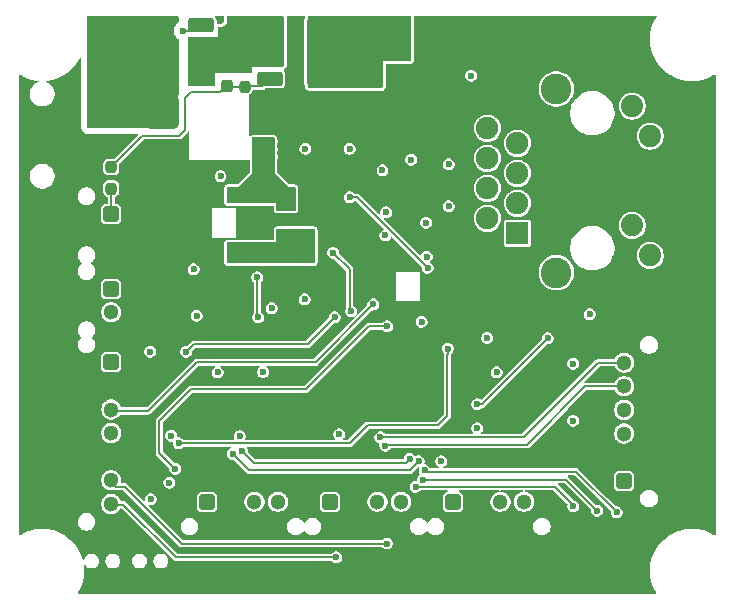
<source format=gbr>
%TF.GenerationSoftware,KiCad,Pcbnew,9.0.2*%
%TF.CreationDate,2025-10-15T23:03:26+09:00*%
%TF.ProjectId,Mother_v1_0_0,4d6f7468-6572-45f7-9631-5f305f302e6b,rev?*%
%TF.SameCoordinates,Original*%
%TF.FileFunction,Copper,L4,Bot*%
%TF.FilePolarity,Positive*%
%FSLAX46Y46*%
G04 Gerber Fmt 4.6, Leading zero omitted, Abs format (unit mm)*
G04 Created by KiCad (PCBNEW 9.0.2) date 2025-10-15 23:03:26*
%MOMM*%
%LPD*%
G01*
G04 APERTURE LIST*
G04 Aperture macros list*
%AMRoundRect*
0 Rectangle with rounded corners*
0 $1 Rounding radius*
0 $2 $3 $4 $5 $6 $7 $8 $9 X,Y pos of 4 corners*
0 Add a 4 corners polygon primitive as box body*
4,1,4,$2,$3,$4,$5,$6,$7,$8,$9,$2,$3,0*
0 Add four circle primitives for the rounded corners*
1,1,$1+$1,$2,$3*
1,1,$1+$1,$4,$5*
1,1,$1+$1,$6,$7*
1,1,$1+$1,$8,$9*
0 Add four rect primitives between the rounded corners*
20,1,$1+$1,$2,$3,$4,$5,0*
20,1,$1+$1,$4,$5,$6,$7,0*
20,1,$1+$1,$6,$7,$8,$9,0*
20,1,$1+$1,$8,$9,$2,$3,0*%
G04 Aperture macros list end*
%TA.AperFunction,ComponentPad*%
%ADD10RoundRect,0.195000X0.455000X-0.455000X0.455000X0.455000X-0.455000X0.455000X-0.455000X-0.455000X0*%
%TD*%
%TA.AperFunction,ComponentPad*%
%ADD11C,1.300000*%
%TD*%
%TA.AperFunction,ComponentPad*%
%ADD12RoundRect,0.195000X-0.455000X0.455000X-0.455000X-0.455000X0.455000X-0.455000X0.455000X0.455000X0*%
%TD*%
%TA.AperFunction,ComponentPad*%
%ADD13C,1.890000*%
%TD*%
%TA.AperFunction,ComponentPad*%
%ADD14R,1.900000X1.900000*%
%TD*%
%TA.AperFunction,ComponentPad*%
%ADD15C,1.900000*%
%TD*%
%TA.AperFunction,ComponentPad*%
%ADD16C,2.600000*%
%TD*%
%TA.AperFunction,ComponentPad*%
%ADD17RoundRect,0.195000X0.455000X0.455000X-0.455000X0.455000X-0.455000X-0.455000X0.455000X-0.455000X0*%
%TD*%
%TA.AperFunction,ComponentPad*%
%ADD18RoundRect,0.250000X-0.550000X0.550000X-0.550000X-0.550000X0.550000X-0.550000X0.550000X0.550000X0*%
%TD*%
%TA.AperFunction,ComponentPad*%
%ADD19C,1.600000*%
%TD*%
%TA.AperFunction,ComponentPad*%
%ADD20RoundRect,0.304348X1.095652X-1.095652X1.095652X1.095652X-1.095652X1.095652X-1.095652X-1.095652X0*%
%TD*%
%TA.AperFunction,ComponentPad*%
%ADD21C,2.800000*%
%TD*%
%TA.AperFunction,SMDPad,CuDef*%
%ADD22RoundRect,0.250000X0.850000X0.350000X-0.850000X0.350000X-0.850000X-0.350000X0.850000X-0.350000X0*%
%TD*%
%TA.AperFunction,SMDPad,CuDef*%
%ADD23RoundRect,0.249997X2.950003X2.650003X-2.950003X2.650003X-2.950003X-2.650003X2.950003X-2.650003X0*%
%TD*%
%TA.AperFunction,SMDPad,CuDef*%
%ADD24R,1.200000X1.200000*%
%TD*%
%TA.AperFunction,SMDPad,CuDef*%
%ADD25RoundRect,0.237500X-0.237500X0.250000X-0.237500X-0.250000X0.237500X-0.250000X0.237500X0.250000X0*%
%TD*%
%TA.AperFunction,SMDPad,CuDef*%
%ADD26RoundRect,0.237500X0.237500X-0.300000X0.237500X0.300000X-0.237500X0.300000X-0.237500X-0.300000X0*%
%TD*%
%TA.AperFunction,SMDPad,CuDef*%
%ADD27RoundRect,0.250000X-0.850000X-0.350000X0.850000X-0.350000X0.850000X0.350000X-0.850000X0.350000X0*%
%TD*%
%TA.AperFunction,SMDPad,CuDef*%
%ADD28RoundRect,0.249997X-2.950003X-2.650003X2.950003X-2.650003X2.950003X2.650003X-2.950003X2.650003X0*%
%TD*%
%TA.AperFunction,SMDPad,CuDef*%
%ADD29RoundRect,0.237500X-0.237500X0.300000X-0.237500X-0.300000X0.237500X-0.300000X0.237500X0.300000X0*%
%TD*%
%TA.AperFunction,ViaPad*%
%ADD30C,0.600000*%
%TD*%
%TA.AperFunction,Conductor*%
%ADD31C,0.200000*%
%TD*%
G04 APERTURE END LIST*
D10*
%TO.P,J10,1,Pin_1*%
%TO.N,Net-(J10-Pin_1)*%
X148336000Y-109855000D03*
D11*
%TO.P,J10,2,Pin_2*%
%TO.N,GND*%
X148336000Y-111855000D03*
%TO.P,J10,3,Pin_3*%
%TO.N,Net-(J10-Pin_3)*%
X148336000Y-113855000D03*
%TO.P,J10,4,Pin_4*%
%TO.N,Net-(J10-Pin_4)*%
X148336000Y-115855000D03*
%TO.P,J10,5,Pin_5*%
%TO.N,GND*%
X148336000Y-117855000D03*
%TO.P,J10,6,Pin_6*%
%TO.N,/U_MCU/SWD.CLK*%
X148336000Y-119855000D03*
%TO.P,J10,7,Pin_7*%
%TO.N,Net-(J10-Pin_7)*%
X148336000Y-121855000D03*
%TD*%
D12*
%TO.P,J3,1,Pin_1*%
%TO.N,+5V*%
X191770000Y-119888000D03*
D11*
%TO.P,J3,2,Pin_2*%
%TO.N,GND*%
X191770000Y-117888000D03*
%TO.P,J3,3,Pin_3*%
%TO.N,Net-(J3-Pin_3)*%
X191770000Y-115888000D03*
%TO.P,J3,4,Pin_4*%
%TO.N,Net-(J3-Pin_4)*%
X191770000Y-113888000D03*
%TO.P,J3,5,Pin_5*%
%TO.N,/U_I2C/I2C.RST*%
X191770000Y-111888000D03*
%TO.P,J3,6,Pin_6*%
%TO.N,/U_I2C/I2C.INT*%
X191770000Y-109888000D03*
%TD*%
D13*
%TO.P,J2,L1*%
%TO.N,+3.3V*%
X192453000Y-88163000D03*
%TO.P,J2,L2*%
%TO.N,Net-(J2-PadL2)*%
X193973000Y-90703000D03*
%TO.P,J2,L3*%
%TO.N,Net-(J2-PadL3)*%
X192453000Y-98273000D03*
%TO.P,J2,L4*%
%TO.N,+3.3V*%
X193973000Y-100813000D03*
D14*
%TO.P,J2,R1,TD+*%
%TO.N,/U_ETHERNET/TX_P*%
X182733000Y-98933000D03*
D15*
%TO.P,J2,R2,TD-*%
%TO.N,/U_ETHERNET/TX_N*%
X180193000Y-97663000D03*
%TO.P,J2,R3,RD+*%
%TO.N,/U_ETHERNET/RX_P*%
X182733000Y-96393000D03*
%TO.P,J2,R4,TCT*%
%TO.N,Net-(J2-TCT)*%
X180193000Y-95123000D03*
%TO.P,J2,R5,RCT*%
%TO.N,Net-(J2-RCT)*%
X182733000Y-93853000D03*
%TO.P,J2,R6,RD-*%
%TO.N,/U_ETHERNET/RX_N*%
X180193000Y-92583000D03*
%TO.P,J2,R7,NC*%
%TO.N,unconnected-(J2-NC-PadR7)*%
X182733000Y-91313000D03*
%TO.P,J2,R8*%
%TO.N,Net-(C32-Pad1)*%
X180193000Y-90043000D03*
D16*
%TO.P,J2,SH*%
X186023000Y-102263000D03*
X186023000Y-86713000D03*
%TD*%
D10*
%TO.P,J4,1,Pin_1*%
%TO.N,+3.3V*%
X148336000Y-103632000D03*
D11*
%TO.P,J4,2,Pin_2*%
%TO.N,Net-(J4-Pin_2)*%
X148336000Y-105632000D03*
%TD*%
D17*
%TO.P,J6,1,Pin_1*%
%TO.N,+12V*%
X166878000Y-121666000D03*
D11*
%TO.P,J6,2,Pin_2*%
%TO.N,GND*%
X168878000Y-121666000D03*
%TO.P,J6,3,Pin_3*%
%TO.N,/U_CAN2/CANFD_N*%
X170878000Y-121666000D03*
%TO.P,J6,4,Pin_4*%
%TO.N,/U_CAN2/CANFD_P*%
X172878000Y-121666000D03*
%TD*%
D18*
%TO.P,C13,1*%
%TO.N,+12V*%
X172466000Y-82675349D03*
D19*
%TO.P,C13,2*%
%TO.N,GND*%
X172466000Y-86175349D03*
%TD*%
D17*
%TO.P,J5,1,Pin_1*%
%TO.N,+12V*%
X156464000Y-121666000D03*
D11*
%TO.P,J5,2,Pin_2*%
%TO.N,GND*%
X158464000Y-121666000D03*
%TO.P,J5,3,Pin_3*%
%TO.N,/U_CAN1/CANFD_N*%
X160464000Y-121666000D03*
%TO.P,J5,4,Pin_4*%
%TO.N,/U_CAN1/CANFD_P*%
X162464000Y-121666000D03*
%TD*%
D10*
%TO.P,J7,1,Pin_1*%
%TO.N,Net-(J7-Pin_1)*%
X148336000Y-97282000D03*
D11*
%TO.P,J7,2,Pin_2*%
%TO.N,GND*%
X148336000Y-99282000D03*
%TD*%
D20*
%TO.P,J1,1,Pin_1*%
%TO.N,Net-(J1-Pin_1)*%
X152654000Y-88646000D03*
D21*
%TO.P,J1,2,Pin_2*%
%TO.N,GND*%
X152654000Y-92606000D03*
%TD*%
D17*
%TO.P,J8,1,Pin_1*%
%TO.N,+12V*%
X177292000Y-121666000D03*
D11*
%TO.P,J8,2,Pin_2*%
%TO.N,GND*%
X179292000Y-121666000D03*
%TO.P,J8,3,Pin_3*%
%TO.N,/U_CAN3/CANFD_N*%
X181292000Y-121666000D03*
%TO.P,J8,4,Pin_4*%
%TO.N,/U_CAN3/CANFD_P*%
X183292000Y-121666000D03*
%TD*%
D22*
%TO.P,U2,1,VIN*%
%TO.N,+5V*%
X159258000Y-95770000D03*
D23*
%TO.P,U2,2,GND*%
%TO.N,GND*%
X152958000Y-98050000D03*
D22*
%TO.P,U2,3,VOUT*%
%TO.N,+3.3V*%
X159258000Y-100330000D03*
%TD*%
D24*
%TO.P,D1,1,K*%
%TO.N,+5V*%
X163322000Y-96390000D03*
%TO.P,D1,2,A*%
%TO.N,+3.3V*%
X163322000Y-99190000D03*
%TD*%
D25*
%TO.P,R14,1*%
%TO.N,Net-(Q1-S)*%
X159639000Y-84685500D03*
%TO.P,R14,2*%
%TO.N,Net-(Q4-G)*%
X159639000Y-86510500D03*
%TD*%
D22*
%TO.P,Q1,1,G*%
%TO.N,Net-(Q1-G)*%
X155956000Y-81280000D03*
D23*
%TO.P,Q1,2,D*%
%TO.N,Net-(J1-Pin_1)*%
X149656000Y-83560000D03*
D22*
%TO.P,Q1,3,S*%
%TO.N,Net-(Q1-S)*%
X155956000Y-85840000D03*
%TD*%
D26*
%TO.P,C11,1*%
%TO.N,GND*%
X161417000Y-97282000D03*
%TO.P,C11,2*%
%TO.N,+5V*%
X161417000Y-95557000D03*
%TD*%
D25*
%TO.P,R15,1*%
%TO.N,Net-(Q4-G)*%
X148336000Y-93321500D03*
%TO.P,R15,2*%
%TO.N,Net-(J7-Pin_1)*%
X148336000Y-95146500D03*
%TD*%
D27*
%TO.P,Q4,1,G*%
%TO.N,Net-(Q4-G)*%
X161789000Y-85840000D03*
D28*
%TO.P,Q4,2,D*%
%TO.N,+12V*%
X168089000Y-83560000D03*
D27*
%TO.P,Q4,3,S*%
%TO.N,Net-(Q1-S)*%
X161789000Y-81280000D03*
%TD*%
D26*
%TO.P,C12,1*%
%TO.N,Net-(Q4-G)*%
X158115000Y-86460500D03*
%TO.P,C12,2*%
%TO.N,Net-(Q1-S)*%
X158115000Y-84735500D03*
%TD*%
D29*
%TO.P,C10,1*%
%TO.N,GND*%
X161417000Y-98959500D03*
%TO.P,C10,2*%
%TO.N,+3.3V*%
X161417000Y-100684500D03*
%TD*%
D30*
%TO.N,GND*%
X155829000Y-113538000D03*
X161671000Y-113538000D03*
X183388000Y-114046000D03*
X170180000Y-112395000D03*
X183007000Y-108839000D03*
X174625000Y-113665000D03*
X182608500Y-114028500D03*
X168118467Y-94659341D03*
X190246000Y-105029000D03*
X174541144Y-105566994D03*
X168148000Y-100584000D03*
X162093000Y-114046000D03*
X181864000Y-114046000D03*
X171572500Y-104775000D03*
X184658000Y-128524000D03*
X162560000Y-113538000D03*
X151130000Y-118491000D03*
X182245000Y-114554000D03*
X172565000Y-95631000D03*
X168529000Y-96901000D03*
X173355000Y-112395000D03*
X183007000Y-114554000D03*
X155575000Y-107442000D03*
X172466000Y-111379000D03*
X173355000Y-113665000D03*
X168656000Y-99314000D03*
X187960000Y-81026000D03*
X155448000Y-114046000D03*
X164973000Y-90829000D03*
X165587496Y-94639057D03*
X175260000Y-97155000D03*
X155829000Y-114554000D03*
X161290000Y-114046000D03*
X175133000Y-92075000D03*
X167106215Y-94651546D03*
X161671000Y-114554000D03*
X156464000Y-100203000D03*
X173355000Y-109220000D03*
X157607000Y-80899000D03*
X182245000Y-113538000D03*
X156591000Y-113538000D03*
X170180000Y-113665000D03*
X162941000Y-97790000D03*
X171450000Y-113665000D03*
X175014000Y-102862000D03*
X158369000Y-94480000D03*
X171450000Y-112395000D03*
X157226000Y-111541000D03*
X160655000Y-87503000D03*
X171450000Y-109220000D03*
X170180000Y-110490000D03*
X183007000Y-113538000D03*
X156591000Y-114554000D03*
X174625000Y-112395000D03*
X171450000Y-110490000D03*
X173235433Y-98980908D03*
X156210000Y-103124000D03*
X151638000Y-128397000D03*
X166696000Y-113538000D03*
X174625000Y-109220000D03*
X170180000Y-109220000D03*
X162941000Y-114046000D03*
X174625000Y-110490000D03*
X162814000Y-87122000D03*
X173355000Y-110490000D03*
X162179000Y-87503000D03*
X162560000Y-114554000D03*
X156972000Y-114046000D03*
X178699564Y-108539933D03*
X175514000Y-117983000D03*
X175289680Y-99033150D03*
X156210000Y-114046000D03*
%TO.N,+3.3V*%
X165100000Y-99060000D03*
X159223000Y-116113000D03*
X180164681Y-107786789D03*
X174625000Y-106426000D03*
X153416000Y-116078000D03*
X151681265Y-121455265D03*
X179324000Y-115443000D03*
X164719000Y-104523000D03*
X187452000Y-109982000D03*
X157596238Y-94096238D03*
X164338000Y-100457000D03*
X163449000Y-100457000D03*
X187452000Y-114808000D03*
X161925000Y-105283000D03*
X167640000Y-115951000D03*
X151638000Y-108966000D03*
X176276000Y-118237000D03*
X153254440Y-120049546D03*
X165100000Y-99949000D03*
X173736000Y-92710000D03*
X188849000Y-105791000D03*
X164338000Y-99568000D03*
X155575000Y-105918000D03*
%TO.N,+5V*%
X161925000Y-92456000D03*
X161197725Y-110671980D03*
X160655000Y-91186000D03*
X157350491Y-110709000D03*
X180975000Y-110709000D03*
X160655000Y-91821000D03*
X161925000Y-91186000D03*
X178816000Y-85598000D03*
X160655000Y-92456000D03*
X161290000Y-92456000D03*
X161290000Y-91821000D03*
X161290000Y-91186000D03*
X155321000Y-101981000D03*
X161925000Y-91821000D03*
%TO.N,Net-(Q1-S)*%
X155321000Y-82550000D03*
%TO.N,+3.3V_A*%
X168529000Y-91789000D03*
X171605000Y-97155000D03*
X171547735Y-99117265D03*
X175049265Y-100921735D03*
X175006000Y-98044000D03*
X164769273Y-91783198D03*
X171297500Y-93599000D03*
%TO.N,Net-(J2-RCT)*%
X176913000Y-93091000D03*
X176913000Y-96647000D03*
%TO.N,/U_MCU/NRST*%
X153762000Y-118872000D03*
X171704000Y-106807000D03*
%TO.N,Net-(J1-Pin_1)*%
X147447000Y-81788000D03*
%TO.N,Net-(Q1-G)*%
X154432000Y-81788000D03*
%TO.N,Net-(U7-TXD)*%
X174371000Y-118237000D03*
X158623000Y-117602000D03*
%TO.N,Net-(U6-Sy)*%
X179324000Y-113411000D03*
X185293000Y-107823000D03*
%TO.N,Net-(U5-~{SCS})*%
X168656000Y-105537000D03*
X167132000Y-100584000D03*
%TO.N,Net-(U5-MOSI)*%
X160782000Y-106045000D03*
X160691097Y-102667454D03*
%TO.N,/U_ETHERNET/ACTLED*%
X175133000Y-101854000D03*
X168529000Y-95885000D03*
%TO.N,/U_MCU/BOOT*%
X176840986Y-108701516D03*
X154051000Y-116713000D03*
%TO.N,/CANFD1.RX*%
X159385000Y-117348000D03*
X173595310Y-118041280D03*
%TO.N,/U_I2C/I2C.RST*%
X171527967Y-116913033D03*
%TO.N,/U_I2C/I2C.INT*%
X171116000Y-116205000D03*
%TO.N,/U_MCU/SWD.CLK*%
X171683765Y-125201765D03*
%TO.N,/U_MCU/USER_LED1*%
X187452000Y-122047000D03*
X174117000Y-120396000D03*
%TO.N,/U_MCU/USER_LED2*%
X174747480Y-119788118D03*
X189484000Y-122428000D03*
%TO.N,/U_MCU/USER_LED3*%
X191135000Y-122555000D03*
X174879000Y-118999000D03*
%TO.N,/U_MCU/UART.RX*%
X167259000Y-106045000D03*
X154686000Y-108966000D03*
%TO.N,Net-(J10-Pin_3)*%
X170534265Y-104954351D03*
%TO.N,Net-(J10-Pin_7)*%
X167386000Y-126365000D03*
%TD*%
D31*
%TO.N,Net-(Q4-G)*%
X161789000Y-85840000D02*
X161142000Y-86487000D01*
X154051000Y-90678000D02*
X154559000Y-90170000D01*
X150979500Y-90678000D02*
X154051000Y-90678000D01*
X159639000Y-86510500D02*
X158165000Y-86510500D01*
X161142000Y-86487000D02*
X159662500Y-86487000D01*
X154559000Y-90170000D02*
X154559000Y-87503000D01*
X154559000Y-87503000D02*
X155067000Y-86995000D01*
X158165000Y-86510500D02*
X158115000Y-86460500D01*
X159662500Y-86487000D02*
X159639000Y-86510500D01*
X157580500Y-86995000D02*
X158115000Y-86460500D01*
X148336000Y-93321500D02*
X150979500Y-90678000D01*
X155067000Y-86995000D02*
X157580500Y-86995000D01*
%TO.N,/U_MCU/NRST*%
X170180000Y-106807000D02*
X171704000Y-106807000D01*
X152400000Y-114808000D02*
X155067000Y-112141000D01*
X153762000Y-118872000D02*
X152400000Y-117510000D01*
X164846000Y-112141000D02*
X170180000Y-106807000D01*
X152400000Y-117510000D02*
X152400000Y-114808000D01*
X155067000Y-112141000D02*
X164846000Y-112141000D01*
%TO.N,Net-(Q1-G)*%
X155448000Y-81788000D02*
X155956000Y-81280000D01*
X154432000Y-81788000D02*
X155448000Y-81788000D01*
%TO.N,Net-(U7-TXD)*%
X160020000Y-118999000D02*
X173609000Y-118999000D01*
X173609000Y-118999000D02*
X174371000Y-118237000D01*
X158623000Y-117602000D02*
X160020000Y-118999000D01*
%TO.N,Net-(J7-Pin_1)*%
X148336000Y-97282000D02*
X148336000Y-95146500D01*
%TO.N,Net-(U6-Sy)*%
X179324000Y-113411000D02*
X179705000Y-113411000D01*
X179705000Y-113411000D02*
X185293000Y-107823000D01*
%TO.N,Net-(U5-~{SCS})*%
X167132000Y-100584000D02*
X168529000Y-101981000D01*
X168529000Y-101981000D02*
X168529000Y-105410000D01*
X168529000Y-105410000D02*
X168656000Y-105537000D01*
%TO.N,Net-(U5-MOSI)*%
X160691097Y-105954097D02*
X160691097Y-102667454D01*
X160782000Y-106045000D02*
X160691097Y-105954097D01*
%TO.N,/U_ETHERNET/ACTLED*%
X169164000Y-95885000D02*
X175133000Y-101854000D01*
X168529000Y-95885000D02*
X169164000Y-95885000D01*
%TO.N,/U_MCU/BOOT*%
X154051000Y-116713000D02*
X168529000Y-116713000D01*
X176784000Y-109220000D02*
X176840986Y-109163014D01*
X170053000Y-115189000D02*
X176022000Y-115189000D01*
X176022000Y-115189000D02*
X176784000Y-114427000D01*
X168529000Y-116713000D02*
X170053000Y-115189000D01*
X176784000Y-114427000D02*
X176784000Y-109220000D01*
X176840986Y-109163014D02*
X176840986Y-108701516D01*
%TO.N,/CANFD1.RX*%
X160401000Y-118364000D02*
X173272590Y-118364000D01*
X159385000Y-117348000D02*
X160401000Y-118364000D01*
X173272590Y-118364000D02*
X173595310Y-118041280D01*
%TO.N,/U_I2C/I2C.RST*%
X188467000Y-111888000D02*
X191770000Y-111888000D01*
X171527967Y-116873480D02*
X171561447Y-116840000D01*
X171561447Y-116840000D02*
X183515000Y-116840000D01*
X171527967Y-116913033D02*
X171527967Y-116873480D01*
X183515000Y-116840000D02*
X188467000Y-111888000D01*
%TO.N,/U_I2C/I2C.INT*%
X183261000Y-116205000D02*
X171116000Y-116205000D01*
X191770000Y-109888000D02*
X189578000Y-109888000D01*
X189578000Y-109888000D02*
X183261000Y-116205000D01*
%TO.N,/U_MCU/SWD.CLK*%
X148336000Y-119982000D02*
X148336000Y-119855000D01*
X149479000Y-120396000D02*
X148750000Y-120396000D01*
X154305000Y-125222000D02*
X149479000Y-120396000D01*
X171683765Y-125201765D02*
X171663530Y-125222000D01*
X171663530Y-125222000D02*
X154305000Y-125222000D01*
X148750000Y-120396000D02*
X148336000Y-119982000D01*
%TO.N,/U_MCU/USER_LED1*%
X187452000Y-122047000D02*
X187452000Y-121920000D01*
X187452000Y-121920000D02*
X185928000Y-120396000D01*
X185928000Y-120396000D02*
X174117000Y-120396000D01*
%TO.N,/U_MCU/USER_LED2*%
X186844118Y-119788118D02*
X174747480Y-119788118D01*
X189484000Y-122428000D02*
X186844118Y-119788118D01*
%TO.N,/U_MCU/USER_LED3*%
X187706000Y-119126000D02*
X191135000Y-122555000D01*
X175006000Y-119126000D02*
X187706000Y-119126000D01*
X174879000Y-118999000D02*
X175006000Y-119126000D01*
%TO.N,/U_MCU/UART.RX*%
X164973000Y-108331000D02*
X155321000Y-108331000D01*
X155321000Y-108331000D02*
X154686000Y-108966000D01*
X167259000Y-106045000D02*
X164973000Y-108331000D01*
%TO.N,Net-(J10-Pin_3)*%
X148463000Y-113982000D02*
X148336000Y-113855000D01*
X155575000Y-109855000D02*
X151448000Y-113982000D01*
X151448000Y-113982000D02*
X148463000Y-113982000D01*
X170534265Y-104954351D02*
X165633616Y-109855000D01*
X165633616Y-109855000D02*
X155575000Y-109855000D01*
%TO.N,Net-(J10-Pin_7)*%
X153797000Y-126365000D02*
X149352000Y-121920000D01*
X167386000Y-126365000D02*
X153797000Y-126365000D01*
X148401000Y-121920000D02*
X148336000Y-121855000D01*
X149352000Y-121920000D02*
X148401000Y-121920000D01*
%TD*%
%TA.AperFunction,Conductor*%
%TO.N,+3.3V*%
G36*
X165589694Y-98570306D02*
G01*
X165608000Y-98614500D01*
X165608000Y-101410500D01*
X165589694Y-101454694D01*
X165545500Y-101473000D01*
X158177500Y-101473000D01*
X158133306Y-101454694D01*
X158115000Y-101410500D01*
X158115000Y-99757500D01*
X158133306Y-99713306D01*
X158177500Y-99695000D01*
X161097161Y-99695000D01*
X161102994Y-99695272D01*
X161126744Y-99697500D01*
X161126747Y-99697500D01*
X161707253Y-99697500D01*
X161707256Y-99697500D01*
X161731005Y-99695272D01*
X161736839Y-99695000D01*
X162306000Y-99695000D01*
X162306000Y-98614500D01*
X162324306Y-98570306D01*
X162368500Y-98552000D01*
X165545500Y-98552000D01*
X165589694Y-98570306D01*
G37*
%TD.AperFunction*%
%TD*%
%TA.AperFunction,Conductor*%
%TO.N,+12V*%
G36*
X173679039Y-80537685D02*
G01*
X173724794Y-80590489D01*
X173736000Y-80642000D01*
X173736000Y-84204000D01*
X173716315Y-84271039D01*
X173663511Y-84316794D01*
X173612000Y-84328000D01*
X171323000Y-84328000D01*
X171323000Y-86490000D01*
X171303315Y-86557039D01*
X171250511Y-86602794D01*
X171199000Y-86614000D01*
X165097000Y-86614000D01*
X165029961Y-86594315D01*
X164984206Y-86541511D01*
X164973000Y-86490000D01*
X164973000Y-80642000D01*
X164992685Y-80574961D01*
X165045489Y-80529206D01*
X165097000Y-80518000D01*
X173612000Y-80518000D01*
X173679039Y-80537685D01*
G37*
%TD.AperFunction*%
%TD*%
%TA.AperFunction,Conductor*%
%TO.N,+5V*%
G36*
X162160694Y-90823306D02*
G01*
X162179000Y-90867500D01*
X162179000Y-93853000D01*
X163322000Y-94996000D01*
X163322000Y-95377000D01*
X159131000Y-95377000D01*
X159131000Y-94996000D01*
X160274000Y-93853000D01*
X160274000Y-90867500D01*
X160292306Y-90823306D01*
X160336500Y-90805000D01*
X162116500Y-90805000D01*
X162160694Y-90823306D01*
G37*
%TD.AperFunction*%
%TD*%
%TA.AperFunction,Conductor*%
%TO.N,Net-(Q1-S)*%
G36*
X162884039Y-80537685D02*
G01*
X162929794Y-80590489D01*
X162941000Y-80642000D01*
X162941000Y-84712000D01*
X162921315Y-84779039D01*
X162868511Y-84824794D01*
X162817000Y-84836000D01*
X160274000Y-84836000D01*
X160274000Y-85220000D01*
X160254315Y-85287039D01*
X160201511Y-85332794D01*
X160150000Y-85344000D01*
X157099000Y-85344000D01*
X157099000Y-86363000D01*
X157079315Y-86430039D01*
X157026511Y-86475794D01*
X156975000Y-86487000D01*
X154937000Y-86487000D01*
X154869961Y-86467315D01*
X154824206Y-86414511D01*
X154813000Y-86363000D01*
X154813000Y-82420000D01*
X154832685Y-82352961D01*
X154885489Y-82307206D01*
X154937000Y-82296000D01*
X157353000Y-82296000D01*
X157353000Y-81566601D01*
X157372685Y-81499562D01*
X157425489Y-81453807D01*
X157494647Y-81443863D01*
X157509081Y-81446823D01*
X157533999Y-81453500D01*
X157534002Y-81453500D01*
X157679999Y-81453500D01*
X157680001Y-81453500D01*
X157821029Y-81415712D01*
X157947471Y-81342711D01*
X158050711Y-81239471D01*
X158123712Y-81113029D01*
X158161500Y-80972001D01*
X158161500Y-80825999D01*
X158123712Y-80684971D01*
X158123711Y-80684969D01*
X158121608Y-80677120D01*
X158124169Y-80676433D01*
X158118098Y-80619989D01*
X158149370Y-80557509D01*
X158209457Y-80521853D01*
X158240129Y-80518000D01*
X162817000Y-80518000D01*
X162884039Y-80537685D01*
G37*
%TD.AperFunction*%
%TD*%
%TA.AperFunction,Conductor*%
%TO.N,+5V*%
G36*
X159131000Y-95377000D02*
G01*
X163322000Y-95377000D01*
X163322000Y-94996000D01*
X163894500Y-94996000D01*
X163938694Y-95014306D01*
X163957000Y-95058500D01*
X163957000Y-96965500D01*
X163938694Y-97009694D01*
X163894500Y-97028000D01*
X162368500Y-97028000D01*
X162324306Y-97009694D01*
X162306000Y-96965500D01*
X162306000Y-96393000D01*
X158177500Y-96393000D01*
X158133306Y-96374694D01*
X158115000Y-96330500D01*
X158115000Y-95058500D01*
X158133306Y-95014306D01*
X158177500Y-94996000D01*
X159131000Y-94996000D01*
X159131000Y-95377000D01*
G37*
%TD.AperFunction*%
%TD*%
%TA.AperFunction,Conductor*%
%TO.N,Net-(J1-Pin_1)*%
G36*
X153994039Y-80537685D02*
G01*
X154039794Y-80590489D01*
X154051000Y-80642000D01*
X154051000Y-81013542D01*
X154031315Y-81080581D01*
X153995892Y-81116644D01*
X153921707Y-81166213D01*
X153810213Y-81277707D01*
X153810210Y-81277711D01*
X153722609Y-81408814D01*
X153722602Y-81408827D01*
X153662264Y-81554498D01*
X153662261Y-81554510D01*
X153631500Y-81709153D01*
X153631500Y-81866846D01*
X153662261Y-82021489D01*
X153662264Y-82021501D01*
X153722602Y-82167172D01*
X153722609Y-82167185D01*
X153810210Y-82298288D01*
X153810213Y-82298292D01*
X153921708Y-82409787D01*
X153921711Y-82409789D01*
X153995891Y-82459354D01*
X154040695Y-82512965D01*
X154051000Y-82562456D01*
X154051000Y-87148655D01*
X154046850Y-87164141D01*
X154047506Y-87177884D01*
X154034390Y-87210649D01*
X154028360Y-87221094D01*
X154028359Y-87221096D01*
X153999425Y-87271209D01*
X153999424Y-87271210D01*
X153999423Y-87271215D01*
X153958499Y-87423943D01*
X153958499Y-87423945D01*
X153958499Y-87592046D01*
X153958500Y-87592059D01*
X153958500Y-89869903D01*
X153949855Y-89899343D01*
X153943332Y-89929330D01*
X153939577Y-89934345D01*
X153938815Y-89936942D01*
X153922181Y-89957584D01*
X153873084Y-90006681D01*
X153811761Y-90040166D01*
X153785403Y-90043000D01*
X146428000Y-90043000D01*
X146360961Y-90023315D01*
X146315206Y-89970511D01*
X146304000Y-89919000D01*
X146304000Y-80642000D01*
X146323685Y-80574961D01*
X146376489Y-80529206D01*
X146428000Y-80518000D01*
X153927000Y-80518000D01*
X153994039Y-80537685D01*
G37*
%TD.AperFunction*%
%TD*%
%TA.AperFunction,Conductor*%
%TO.N,GND*%
G36*
X164666057Y-80502298D02*
G01*
X164670611Y-80501136D01*
X164687628Y-80511233D01*
X164705910Y-80518806D01*
X164707708Y-80523147D01*
X164711750Y-80525546D01*
X164716643Y-80544719D01*
X164724216Y-80563000D01*
X164723580Y-80571890D01*
X164719866Y-80597723D01*
X164713500Y-80641998D01*
X164713500Y-80751385D01*
X164709993Y-80772027D01*
X164691352Y-80825297D01*
X164688500Y-80855727D01*
X164688500Y-86264272D01*
X164691352Y-86294699D01*
X164691352Y-86294700D01*
X164691353Y-86294702D01*
X164709993Y-86347971D01*
X164713500Y-86368614D01*
X164713500Y-86490007D01*
X164719430Y-86545156D01*
X164719431Y-86545163D01*
X164723336Y-86563112D01*
X164730635Y-86596669D01*
X164737984Y-86623458D01*
X164752186Y-86648398D01*
X164788089Y-86711448D01*
X164833844Y-86764252D01*
X164833848Y-86764255D01*
X164833849Y-86764257D01*
X164833854Y-86764262D01*
X164867132Y-86796372D01*
X164956846Y-86843302D01*
X164956848Y-86843302D01*
X164956849Y-86843303D01*
X165023888Y-86862988D01*
X165072443Y-86869969D01*
X165096998Y-86873500D01*
X165097000Y-86873500D01*
X171198994Y-86873500D01*
X171199000Y-86873500D01*
X171254163Y-86867569D01*
X171305674Y-86856363D01*
X171323818Y-86851385D01*
X171332458Y-86849015D01*
X171332458Y-86849014D01*
X171332461Y-86849014D01*
X171420448Y-86798911D01*
X171473252Y-86753156D01*
X171505371Y-86719869D01*
X171552303Y-86630151D01*
X171562652Y-86594906D01*
X184522500Y-86594906D01*
X184522500Y-86831093D01*
X184529217Y-86873500D01*
X184556491Y-87045706D01*
X184559448Y-87064372D01*
X184632431Y-87288990D01*
X184632435Y-87288998D01*
X184739658Y-87499435D01*
X184878482Y-87690509D01*
X184878489Y-87690517D01*
X185045482Y-87857510D01*
X185045490Y-87857517D01*
X185161368Y-87941708D01*
X185236567Y-87996343D01*
X185447008Y-88103568D01*
X185671632Y-88176553D01*
X185904908Y-88213500D01*
X185904910Y-88213500D01*
X186141090Y-88213500D01*
X186141092Y-88213500D01*
X186374368Y-88176553D01*
X186598992Y-88103568D01*
X186809433Y-87996343D01*
X187000510Y-87857517D01*
X187167517Y-87690510D01*
X187306343Y-87499433D01*
X187413568Y-87288992D01*
X187486553Y-87064368D01*
X187523500Y-86831092D01*
X187523500Y-86594908D01*
X187486553Y-86361632D01*
X187413568Y-86137008D01*
X187306343Y-85926567D01*
X187290905Y-85905319D01*
X187167517Y-85735490D01*
X187167510Y-85735482D01*
X187000517Y-85568489D01*
X187000509Y-85568482D01*
X186809435Y-85429658D01*
X186598998Y-85322435D01*
X186598990Y-85322431D01*
X186374372Y-85249448D01*
X186374370Y-85249447D01*
X186374368Y-85249447D01*
X186188446Y-85220000D01*
X186141093Y-85212500D01*
X186141092Y-85212500D01*
X185904908Y-85212500D01*
X185904906Y-85212500D01*
X185764113Y-85234799D01*
X185671632Y-85249447D01*
X185671630Y-85249447D01*
X185671627Y-85249448D01*
X185447009Y-85322431D01*
X185447001Y-85322435D01*
X185236564Y-85429658D01*
X185045490Y-85568482D01*
X185045482Y-85568489D01*
X184878489Y-85735482D01*
X184878482Y-85735490D01*
X184739658Y-85926564D01*
X184632435Y-86137001D01*
X184632431Y-86137009D01*
X184559448Y-86361627D01*
X184559447Y-86361630D01*
X184559447Y-86361632D01*
X184547651Y-86436112D01*
X184522500Y-86594906D01*
X171562652Y-86594906D01*
X171571988Y-86563112D01*
X171582500Y-86490000D01*
X171582500Y-85532109D01*
X178315500Y-85532109D01*
X178315500Y-85663890D01*
X178315501Y-85663898D01*
X178349606Y-85791182D01*
X178349607Y-85791185D01*
X178415501Y-85905315D01*
X178415504Y-85905319D01*
X178508680Y-85998495D01*
X178508684Y-85998498D01*
X178508686Y-85998500D01*
X178622814Y-86064392D01*
X178622817Y-86064393D01*
X178674164Y-86078151D01*
X178750108Y-86098500D01*
X178750109Y-86098500D01*
X178881891Y-86098500D01*
X178881892Y-86098500D01*
X179009186Y-86064392D01*
X179123314Y-85998500D01*
X179216500Y-85905314D01*
X179282392Y-85791186D01*
X179316500Y-85663892D01*
X179316500Y-85532108D01*
X179282523Y-85405303D01*
X179282393Y-85404817D01*
X179282392Y-85404814D01*
X179216500Y-85290686D01*
X179216498Y-85290684D01*
X179216495Y-85290680D01*
X179123319Y-85197504D01*
X179123315Y-85197501D01*
X179123314Y-85197500D01*
X179065647Y-85164206D01*
X179009185Y-85131607D01*
X179009182Y-85131606D01*
X178881898Y-85097501D01*
X178881893Y-85097500D01*
X178881892Y-85097500D01*
X178750108Y-85097500D01*
X178750107Y-85097500D01*
X178750101Y-85097501D01*
X178622817Y-85131606D01*
X178622814Y-85131607D01*
X178508684Y-85197501D01*
X178508680Y-85197504D01*
X178415504Y-85290680D01*
X178415501Y-85290684D01*
X178349607Y-85404814D01*
X178349606Y-85404817D01*
X178315501Y-85532101D01*
X178315500Y-85532109D01*
X171582500Y-85532109D01*
X171582500Y-84650000D01*
X171600806Y-84605806D01*
X171645000Y-84587500D01*
X173611994Y-84587500D01*
X173612000Y-84587500D01*
X173667163Y-84581569D01*
X173718674Y-84570363D01*
X173736818Y-84565385D01*
X173745458Y-84563015D01*
X173745458Y-84563014D01*
X173745461Y-84563014D01*
X173833448Y-84512911D01*
X173886252Y-84467156D01*
X173918371Y-84433869D01*
X173965303Y-84344151D01*
X173984988Y-84277112D01*
X173995500Y-84204000D01*
X173995500Y-80642000D01*
X173989569Y-80586837D01*
X173987273Y-80576283D01*
X173995767Y-80529209D01*
X174035060Y-80501928D01*
X174048345Y-80500500D01*
X194448944Y-80500500D01*
X194493138Y-80518806D01*
X194511444Y-80563000D01*
X194500911Y-80597723D01*
X194450958Y-80672482D01*
X194450958Y-80672483D01*
X194286514Y-80980136D01*
X194153020Y-81302418D01*
X194153017Y-81302426D01*
X194153016Y-81302430D01*
X194141890Y-81339109D01*
X194051750Y-81636256D01*
X194051746Y-81636272D01*
X193983691Y-81978412D01*
X193955790Y-82261707D01*
X193950915Y-82311214D01*
X193949500Y-82325578D01*
X193949500Y-82674421D01*
X193983691Y-83021587D01*
X194051746Y-83363727D01*
X194051750Y-83363742D01*
X194153016Y-83697570D01*
X194153018Y-83697575D01*
X194153020Y-83697581D01*
X194286514Y-84019863D01*
X194450958Y-84327516D01*
X194450958Y-84327517D01*
X194450961Y-84327522D01*
X194450962Y-84327523D01*
X194644772Y-84617581D01*
X194644775Y-84617585D01*
X194644776Y-84617586D01*
X194644778Y-84617589D01*
X194866075Y-84887240D01*
X194866081Y-84887247D01*
X195112752Y-85133918D01*
X195112759Y-85133924D01*
X195342460Y-85322435D01*
X195382419Y-85355228D01*
X195672477Y-85549038D01*
X195672479Y-85549039D01*
X195672482Y-85549041D01*
X195701105Y-85564340D01*
X195980135Y-85713485D01*
X196302418Y-85846979D01*
X196302417Y-85846979D01*
X196302420Y-85846980D01*
X196302430Y-85846984D01*
X196636258Y-85948250D01*
X196636267Y-85948251D01*
X196636272Y-85948253D01*
X196662777Y-85953525D01*
X196978405Y-86016307D01*
X196978410Y-86016307D01*
X196978413Y-86016308D01*
X196978411Y-86016308D01*
X197140359Y-86032258D01*
X197325575Y-86050500D01*
X197325579Y-86050500D01*
X197674421Y-86050500D01*
X197674425Y-86050500D01*
X197900100Y-86028273D01*
X198021587Y-86016308D01*
X198021589Y-86016307D01*
X198021595Y-86016307D01*
X198363742Y-85948250D01*
X198697570Y-85846984D01*
X199019865Y-85713485D01*
X199327523Y-85549038D01*
X199402278Y-85499087D01*
X199449193Y-85489756D01*
X199488967Y-85516331D01*
X199499500Y-85551055D01*
X199499500Y-124448944D01*
X199481194Y-124493138D01*
X199437000Y-124511444D01*
X199402277Y-124500911D01*
X199382442Y-124487658D01*
X199327523Y-124450962D01*
X199327522Y-124450961D01*
X199327517Y-124450958D01*
X199019863Y-124286514D01*
X198697581Y-124153020D01*
X198697582Y-124153020D01*
X198697573Y-124153017D01*
X198697570Y-124153016D01*
X198516447Y-124098072D01*
X198363743Y-124051750D01*
X198363727Y-124051746D01*
X198021586Y-123983691D01*
X198021588Y-123983691D01*
X197754660Y-123957402D01*
X197674425Y-123949500D01*
X197325575Y-123949500D01*
X197245339Y-123957402D01*
X196978412Y-123983691D01*
X196636272Y-124051746D01*
X196636256Y-124051750D01*
X196444363Y-124109961D01*
X196302430Y-124153016D01*
X196302426Y-124153017D01*
X196302418Y-124153020D01*
X195980136Y-124286514D01*
X195672483Y-124450958D01*
X195672482Y-124450958D01*
X195382413Y-124644776D01*
X195382410Y-124644778D01*
X195112759Y-124866075D01*
X195112752Y-124866081D01*
X194866081Y-125112752D01*
X194866075Y-125112759D01*
X194644778Y-125382410D01*
X194644776Y-125382413D01*
X194450958Y-125672482D01*
X194450958Y-125672483D01*
X194286514Y-125980136D01*
X194153020Y-126302418D01*
X194153017Y-126302426D01*
X194153016Y-126302430D01*
X194148206Y-126318287D01*
X194051750Y-126636256D01*
X194051746Y-126636272D01*
X193983691Y-126978412D01*
X193957996Y-127239309D01*
X193951478Y-127305499D01*
X193949500Y-127325578D01*
X193949500Y-127674421D01*
X193983691Y-128021587D01*
X194051746Y-128363727D01*
X194051750Y-128363742D01*
X194153016Y-128697570D01*
X194153018Y-128697575D01*
X194153020Y-128697581D01*
X194286514Y-129019863D01*
X194450958Y-129327516D01*
X194450958Y-129327517D01*
X194500911Y-129402277D01*
X194510243Y-129449193D01*
X194483667Y-129488967D01*
X194448944Y-129499500D01*
X145551056Y-129499500D01*
X145506862Y-129481194D01*
X145488556Y-129437000D01*
X145499089Y-129402277D01*
X145533685Y-129350500D01*
X145549038Y-129327523D01*
X145713485Y-129019865D01*
X145846984Y-128697570D01*
X145948250Y-128363742D01*
X146016307Y-128021595D01*
X146050500Y-127674425D01*
X146050500Y-127325575D01*
X146023223Y-127048624D01*
X146037109Y-127002849D01*
X146079296Y-126980300D01*
X146125072Y-126994186D01*
X146137389Y-127007776D01*
X146164683Y-127048625D01*
X146188142Y-127083733D01*
X146275267Y-127170858D01*
X146377714Y-127239311D01*
X146491548Y-127286463D01*
X146612394Y-127310500D01*
X146612395Y-127310500D01*
X146735605Y-127310500D01*
X146735606Y-127310500D01*
X146856452Y-127286463D01*
X146970286Y-127239311D01*
X147072733Y-127170858D01*
X147159858Y-127083733D01*
X147228311Y-126981286D01*
X147275463Y-126867452D01*
X147299500Y-126746606D01*
X147299500Y-126623394D01*
X147299500Y-126623393D01*
X147848500Y-126623393D01*
X147848500Y-126746606D01*
X147872536Y-126867450D01*
X147872537Y-126867453D01*
X147919687Y-126981283D01*
X147919690Y-126981287D01*
X147964683Y-127048625D01*
X147988142Y-127083733D01*
X148075267Y-127170858D01*
X148177714Y-127239311D01*
X148291548Y-127286463D01*
X148412394Y-127310500D01*
X148412395Y-127310500D01*
X148535605Y-127310500D01*
X148535606Y-127310500D01*
X148656452Y-127286463D01*
X148770286Y-127239311D01*
X148872733Y-127170858D01*
X148959858Y-127083733D01*
X149028311Y-126981286D01*
X149075463Y-126867452D01*
X149099500Y-126746606D01*
X149099500Y-126623394D01*
X149098505Y-126618393D01*
X150112500Y-126618393D01*
X150112500Y-126741606D01*
X150136536Y-126862450D01*
X150136537Y-126862453D01*
X150183687Y-126976283D01*
X150183688Y-126976285D01*
X150183689Y-126976286D01*
X150252142Y-127078733D01*
X150339267Y-127165858D01*
X150441714Y-127234311D01*
X150555548Y-127281463D01*
X150676394Y-127305500D01*
X150676395Y-127305500D01*
X150799605Y-127305500D01*
X150799606Y-127305500D01*
X150920452Y-127281463D01*
X151034286Y-127234311D01*
X151136733Y-127165858D01*
X151223858Y-127078733D01*
X151292311Y-126976286D01*
X151339463Y-126862452D01*
X151363500Y-126741606D01*
X151363500Y-126618394D01*
X151363500Y-126618393D01*
X151912500Y-126618393D01*
X151912500Y-126741606D01*
X151936536Y-126862450D01*
X151936537Y-126862453D01*
X151983687Y-126976283D01*
X151983688Y-126976285D01*
X151983689Y-126976286D01*
X152052142Y-127078733D01*
X152139267Y-127165858D01*
X152241714Y-127234311D01*
X152355548Y-127281463D01*
X152476394Y-127305500D01*
X152476395Y-127305500D01*
X152599605Y-127305500D01*
X152599606Y-127305500D01*
X152720452Y-127281463D01*
X152834286Y-127234311D01*
X152936733Y-127165858D01*
X153023858Y-127078733D01*
X153092311Y-126976286D01*
X153139463Y-126862452D01*
X153163500Y-126741606D01*
X153163500Y-126618394D01*
X153139463Y-126497548D01*
X153092311Y-126383714D01*
X153023858Y-126281267D01*
X152936733Y-126194142D01*
X152834286Y-126125689D01*
X152834285Y-126125688D01*
X152834283Y-126125687D01*
X152720453Y-126078537D01*
X152720450Y-126078536D01*
X152599606Y-126054500D01*
X152476394Y-126054500D01*
X152476393Y-126054500D01*
X152355549Y-126078536D01*
X152355546Y-126078537D01*
X152241716Y-126125687D01*
X152241712Y-126125690D01*
X152139267Y-126194141D01*
X152052141Y-126281267D01*
X151983690Y-126383712D01*
X151983687Y-126383716D01*
X151936537Y-126497546D01*
X151936536Y-126497549D01*
X151912500Y-126618393D01*
X151363500Y-126618393D01*
X151339463Y-126497548D01*
X151292311Y-126383714D01*
X151223858Y-126281267D01*
X151136733Y-126194142D01*
X151034286Y-126125689D01*
X151034285Y-126125688D01*
X151034283Y-126125687D01*
X150920453Y-126078537D01*
X150920450Y-126078536D01*
X150799606Y-126054500D01*
X150676394Y-126054500D01*
X150676393Y-126054500D01*
X150555549Y-126078536D01*
X150555546Y-126078537D01*
X150441716Y-126125687D01*
X150441712Y-126125690D01*
X150339267Y-126194141D01*
X150252141Y-126281267D01*
X150183690Y-126383712D01*
X150183687Y-126383716D01*
X150136537Y-126497546D01*
X150136536Y-126497549D01*
X150112500Y-126618393D01*
X149098505Y-126618393D01*
X149075463Y-126502548D01*
X149028311Y-126388714D01*
X148959858Y-126286267D01*
X148872733Y-126199142D01*
X148865248Y-126194141D01*
X148770287Y-126130690D01*
X148770283Y-126130687D01*
X148656453Y-126083537D01*
X148656450Y-126083536D01*
X148535606Y-126059500D01*
X148412394Y-126059500D01*
X148412393Y-126059500D01*
X148291549Y-126083536D01*
X148291546Y-126083537D01*
X148177716Y-126130687D01*
X148177712Y-126130690D01*
X148075267Y-126199141D01*
X147988141Y-126286267D01*
X147919690Y-126388712D01*
X147919687Y-126388716D01*
X147872537Y-126502546D01*
X147872536Y-126502549D01*
X147848500Y-126623393D01*
X147299500Y-126623393D01*
X147275463Y-126502548D01*
X147228311Y-126388714D01*
X147159858Y-126286267D01*
X147072733Y-126199142D01*
X147065248Y-126194141D01*
X146970287Y-126130690D01*
X146970283Y-126130687D01*
X146856453Y-126083537D01*
X146856450Y-126083536D01*
X146735606Y-126059500D01*
X146612394Y-126059500D01*
X146612393Y-126059500D01*
X146491549Y-126083536D01*
X146491546Y-126083537D01*
X146377716Y-126130687D01*
X146377712Y-126130690D01*
X146275267Y-126199141D01*
X146188141Y-126286267D01*
X146119690Y-126388712D01*
X146119687Y-126388716D01*
X146072537Y-126502546D01*
X146072536Y-126502549D01*
X146055929Y-126586042D01*
X146029353Y-126625816D01*
X145982437Y-126635148D01*
X145942663Y-126608572D01*
X145934823Y-126591997D01*
X145846984Y-126302430D01*
X145713485Y-125980135D01*
X145549038Y-125672477D01*
X145355228Y-125382419D01*
X145333661Y-125356140D01*
X145133924Y-125112759D01*
X145133918Y-125112752D01*
X144887247Y-124866081D01*
X144887240Y-124866075D01*
X144617589Y-124644778D01*
X144617586Y-124644776D01*
X144617585Y-124644775D01*
X144617581Y-124644772D01*
X144327523Y-124450962D01*
X144327522Y-124450961D01*
X144327517Y-124450958D01*
X144019863Y-124286514D01*
X143697581Y-124153020D01*
X143697582Y-124153020D01*
X143697573Y-124153017D01*
X143697570Y-124153016D01*
X143516447Y-124098072D01*
X143363743Y-124051750D01*
X143363727Y-124051746D01*
X143021586Y-123983691D01*
X143021588Y-123983691D01*
X142754660Y-123957402D01*
X142674425Y-123949500D01*
X142325575Y-123949500D01*
X142245339Y-123957402D01*
X141978412Y-123983691D01*
X141636272Y-124051746D01*
X141636256Y-124051750D01*
X141444363Y-124109961D01*
X141302430Y-124153016D01*
X141302426Y-124153017D01*
X141302418Y-124153020D01*
X140980136Y-124286514D01*
X140672483Y-124450958D01*
X140672482Y-124450958D01*
X140597723Y-124500911D01*
X140550807Y-124510243D01*
X140511033Y-124483667D01*
X140500500Y-124448944D01*
X140500500Y-123281080D01*
X145485500Y-123281080D01*
X145485500Y-123428919D01*
X145514341Y-123573911D01*
X145514341Y-123573912D01*
X145563288Y-123692080D01*
X145570916Y-123710495D01*
X145653049Y-123833416D01*
X145757584Y-123937951D01*
X145880505Y-124020084D01*
X146017087Y-124076658D01*
X146162082Y-124105500D01*
X146309918Y-124105500D01*
X146454913Y-124076658D01*
X146591495Y-124020084D01*
X146714416Y-123937951D01*
X146818951Y-123833416D01*
X146901084Y-123710495D01*
X146957658Y-123573913D01*
X146986500Y-123428918D01*
X146986500Y-123281082D01*
X146957658Y-123136087D01*
X146901084Y-122999505D01*
X146818951Y-122876584D01*
X146714416Y-122772049D01*
X146714415Y-122772048D01*
X146591497Y-122689917D01*
X146591495Y-122689916D01*
X146454911Y-122633341D01*
X146309919Y-122604500D01*
X146309918Y-122604500D01*
X146162082Y-122604500D01*
X146162080Y-122604500D01*
X146017088Y-122633341D01*
X146017087Y-122633341D01*
X145880504Y-122689916D01*
X145880502Y-122689917D01*
X145757584Y-122772048D01*
X145653048Y-122876584D01*
X145570917Y-122999502D01*
X145570916Y-122999504D01*
X145514341Y-123136087D01*
X145514341Y-123136088D01*
X145485500Y-123281080D01*
X140500500Y-123281080D01*
X140500500Y-121771232D01*
X147485500Y-121771232D01*
X147485500Y-121938767D01*
X147518183Y-122103080D01*
X147582295Y-122257860D01*
X147582298Y-122257864D01*
X147651951Y-122362108D01*
X147675374Y-122397162D01*
X147793838Y-122515626D01*
X147933137Y-122608703D01*
X147933138Y-122608703D01*
X147933139Y-122608704D01*
X147962578Y-122620898D01*
X148087918Y-122672816D01*
X148252233Y-122705500D01*
X148419767Y-122705500D01*
X148584082Y-122672816D01*
X148738863Y-122608703D01*
X148878162Y-122515626D01*
X148996626Y-122397162D01*
X149089703Y-122257863D01*
X149089704Y-122257859D01*
X149091151Y-122255154D01*
X149092436Y-122255841D01*
X149097990Y-122250288D01*
X149102747Y-122238806D01*
X149114235Y-122234047D01*
X149123030Y-122225255D01*
X149146941Y-122220500D01*
X149201641Y-122220500D01*
X149245835Y-122238806D01*
X153556540Y-126549511D01*
X153612489Y-126605460D01*
X153681011Y-126645021D01*
X153704396Y-126651287D01*
X153757432Y-126665499D01*
X153757438Y-126665500D01*
X166952798Y-126665500D01*
X166996992Y-126683806D01*
X167078680Y-126765495D01*
X167078684Y-126765498D01*
X167078686Y-126765500D01*
X167170623Y-126818580D01*
X167192814Y-126831392D01*
X167192817Y-126831393D01*
X167270712Y-126852264D01*
X167320108Y-126865500D01*
X167320109Y-126865500D01*
X167451891Y-126865500D01*
X167451892Y-126865500D01*
X167579186Y-126831392D01*
X167693314Y-126765500D01*
X167786500Y-126672314D01*
X167852392Y-126558186D01*
X167886500Y-126430892D01*
X167886500Y-126299108D01*
X167873264Y-126249712D01*
X167852393Y-126171817D01*
X167852392Y-126171814D01*
X167825762Y-126125690D01*
X167786500Y-126057686D01*
X167786498Y-126057684D01*
X167786495Y-126057680D01*
X167693319Y-125964504D01*
X167693315Y-125964501D01*
X167693314Y-125964500D01*
X167636250Y-125931554D01*
X167579185Y-125898607D01*
X167579182Y-125898606D01*
X167451898Y-125864501D01*
X167451893Y-125864500D01*
X167451892Y-125864500D01*
X167320108Y-125864500D01*
X167320107Y-125864500D01*
X167320101Y-125864501D01*
X167192817Y-125898606D01*
X167192814Y-125898607D01*
X167078684Y-125964501D01*
X167078680Y-125964504D01*
X166996992Y-126046194D01*
X166952798Y-126064500D01*
X153947359Y-126064500D01*
X153903165Y-126046194D01*
X149536511Y-121679540D01*
X149511770Y-121665256D01*
X149467989Y-121639979D01*
X149467986Y-121639978D01*
X149391567Y-121619500D01*
X149391562Y-121619500D01*
X149200788Y-121619500D01*
X149156594Y-121601194D01*
X149143046Y-121580918D01*
X149142917Y-121580607D01*
X149093755Y-121461919D01*
X149089704Y-121452139D01*
X149089703Y-121452138D01*
X149089703Y-121452137D01*
X148996626Y-121312838D01*
X148878162Y-121194374D01*
X148856461Y-121179874D01*
X148738864Y-121101298D01*
X148738860Y-121101295D01*
X148584080Y-121037183D01*
X148419767Y-121004500D01*
X148252233Y-121004500D01*
X148087919Y-121037183D01*
X147933139Y-121101295D01*
X147933135Y-121101298D01*
X147793838Y-121194373D01*
X147675373Y-121312838D01*
X147582298Y-121452135D01*
X147582295Y-121452139D01*
X147518183Y-121606919D01*
X147485500Y-121771232D01*
X140500500Y-121771232D01*
X140500500Y-119771232D01*
X147485500Y-119771232D01*
X147485500Y-119938767D01*
X147518183Y-120103080D01*
X147582295Y-120257860D01*
X147582298Y-120257864D01*
X147648445Y-120356861D01*
X147675374Y-120397162D01*
X147793838Y-120515626D01*
X147933137Y-120608703D01*
X148087918Y-120672816D01*
X148252233Y-120705500D01*
X148419767Y-120705500D01*
X148584082Y-120672816D01*
X148584084Y-120672814D01*
X148587023Y-120671924D01*
X148587637Y-120673950D01*
X148629140Y-120673849D01*
X148631131Y-120674828D01*
X148634008Y-120676019D01*
X148634011Y-120676021D01*
X148657396Y-120682287D01*
X148710432Y-120696499D01*
X148710438Y-120696500D01*
X148789562Y-120696500D01*
X149328641Y-120696500D01*
X149372835Y-120714806D01*
X154120483Y-125462455D01*
X154120492Y-125462462D01*
X154189006Y-125502019D01*
X154189009Y-125502020D01*
X154189012Y-125502022D01*
X154189013Y-125502022D01*
X154189015Y-125502023D01*
X154198159Y-125504473D01*
X154265438Y-125522500D01*
X171270798Y-125522500D01*
X171314992Y-125540806D01*
X171376451Y-125602265D01*
X171490579Y-125668157D01*
X171490582Y-125668158D01*
X171539115Y-125681162D01*
X171617873Y-125702265D01*
X171617874Y-125702265D01*
X171749656Y-125702265D01*
X171749657Y-125702265D01*
X171876951Y-125668157D01*
X171991079Y-125602265D01*
X172084265Y-125509079D01*
X172150157Y-125394951D01*
X172184265Y-125267657D01*
X172184265Y-125135873D01*
X172150157Y-125008579D01*
X172084265Y-124894451D01*
X172084263Y-124894449D01*
X172084260Y-124894445D01*
X171991084Y-124801269D01*
X171991080Y-124801266D01*
X171991079Y-124801265D01*
X171934015Y-124768319D01*
X171876950Y-124735372D01*
X171876947Y-124735371D01*
X171749663Y-124701266D01*
X171749658Y-124701265D01*
X171749657Y-124701265D01*
X171617873Y-124701265D01*
X171617872Y-124701265D01*
X171617866Y-124701266D01*
X171490582Y-124735371D01*
X171490579Y-124735372D01*
X171376449Y-124801266D01*
X171376445Y-124801269D01*
X171283269Y-124894445D01*
X171281275Y-124897045D01*
X171239850Y-124920965D01*
X171231688Y-124921500D01*
X154455359Y-124921500D01*
X154411165Y-124903194D01*
X153200051Y-123692080D01*
X154213500Y-123692080D01*
X154213500Y-123839919D01*
X154242341Y-123984911D01*
X154242341Y-123984912D01*
X154298916Y-124121495D01*
X154298917Y-124121497D01*
X154319980Y-124153020D01*
X154381049Y-124244416D01*
X154485584Y-124348951D01*
X154608505Y-124431084D01*
X154745087Y-124487658D01*
X154890082Y-124516500D01*
X155037918Y-124516500D01*
X155182913Y-124487658D01*
X155319495Y-124431084D01*
X155442416Y-124348951D01*
X155546951Y-124244416D01*
X155629084Y-124121495D01*
X155685658Y-123984913D01*
X155714500Y-123839918D01*
X155714500Y-123692082D01*
X155714500Y-123692080D01*
X163213500Y-123692080D01*
X163213500Y-123839919D01*
X163242341Y-123984911D01*
X163242341Y-123984912D01*
X163298916Y-124121495D01*
X163298917Y-124121497D01*
X163319980Y-124153020D01*
X163381049Y-124244416D01*
X163485584Y-124348951D01*
X163608505Y-124431084D01*
X163745087Y-124487658D01*
X163890082Y-124516500D01*
X164037918Y-124516500D01*
X164182913Y-124487658D01*
X164319495Y-124431084D01*
X164442416Y-124348951D01*
X164546951Y-124244416D01*
X164619033Y-124136536D01*
X164658807Y-124109961D01*
X164705723Y-124119293D01*
X164722966Y-124136536D01*
X164795049Y-124244416D01*
X164899584Y-124348951D01*
X165022505Y-124431084D01*
X165159087Y-124487658D01*
X165304082Y-124516500D01*
X165451918Y-124516500D01*
X165596913Y-124487658D01*
X165733495Y-124431084D01*
X165856416Y-124348951D01*
X165960951Y-124244416D01*
X166043084Y-124121495D01*
X166099658Y-123984913D01*
X166128500Y-123839918D01*
X166128500Y-123692082D01*
X166128500Y-123692080D01*
X173627500Y-123692080D01*
X173627500Y-123839919D01*
X173656341Y-123984911D01*
X173656341Y-123984912D01*
X173712916Y-124121495D01*
X173712917Y-124121497D01*
X173733980Y-124153020D01*
X173795049Y-124244416D01*
X173899584Y-124348951D01*
X174022505Y-124431084D01*
X174159087Y-124487658D01*
X174304082Y-124516500D01*
X174451918Y-124516500D01*
X174596913Y-124487658D01*
X174733495Y-124431084D01*
X174856416Y-124348951D01*
X174960951Y-124244416D01*
X175033033Y-124136536D01*
X175072807Y-124109961D01*
X175119723Y-124119293D01*
X175136966Y-124136536D01*
X175209049Y-124244416D01*
X175313584Y-124348951D01*
X175436505Y-124431084D01*
X175573087Y-124487658D01*
X175718082Y-124516500D01*
X175865918Y-124516500D01*
X176010913Y-124487658D01*
X176147495Y-124431084D01*
X176270416Y-124348951D01*
X176374951Y-124244416D01*
X176457084Y-124121495D01*
X176513658Y-123984913D01*
X176542500Y-123839918D01*
X176542500Y-123692082D01*
X176542500Y-123692080D01*
X184041500Y-123692080D01*
X184041500Y-123839919D01*
X184070341Y-123984911D01*
X184070341Y-123984912D01*
X184126916Y-124121495D01*
X184126917Y-124121497D01*
X184147980Y-124153020D01*
X184209049Y-124244416D01*
X184313584Y-124348951D01*
X184436505Y-124431084D01*
X184573087Y-124487658D01*
X184718082Y-124516500D01*
X184865918Y-124516500D01*
X185010913Y-124487658D01*
X185147495Y-124431084D01*
X185270416Y-124348951D01*
X185374951Y-124244416D01*
X185457084Y-124121495D01*
X185513658Y-123984913D01*
X185542500Y-123839918D01*
X185542500Y-123692082D01*
X185513658Y-123547087D01*
X185457084Y-123410505D01*
X185374951Y-123287584D01*
X185270416Y-123183049D01*
X185200134Y-123136088D01*
X185147497Y-123100917D01*
X185147495Y-123100916D01*
X185010911Y-123044341D01*
X184865919Y-123015500D01*
X184865918Y-123015500D01*
X184718082Y-123015500D01*
X184718080Y-123015500D01*
X184573088Y-123044341D01*
X184573087Y-123044341D01*
X184436504Y-123100916D01*
X184436502Y-123100917D01*
X184313584Y-123183048D01*
X184209048Y-123287584D01*
X184126917Y-123410502D01*
X184126916Y-123410504D01*
X184070341Y-123547087D01*
X184070341Y-123547088D01*
X184041500Y-123692080D01*
X176542500Y-123692080D01*
X176513658Y-123547087D01*
X176457084Y-123410505D01*
X176374951Y-123287584D01*
X176270416Y-123183049D01*
X176200134Y-123136088D01*
X176147497Y-123100917D01*
X176147495Y-123100916D01*
X176010911Y-123044341D01*
X175865919Y-123015500D01*
X175865918Y-123015500D01*
X175718082Y-123015500D01*
X175718080Y-123015500D01*
X175573088Y-123044341D01*
X175573087Y-123044341D01*
X175436504Y-123100916D01*
X175436502Y-123100917D01*
X175313584Y-123183048D01*
X175209048Y-123287584D01*
X175136967Y-123395462D01*
X175097193Y-123422038D01*
X175050277Y-123412706D01*
X175033033Y-123395462D01*
X174960951Y-123287584D01*
X174856415Y-123183048D01*
X174733497Y-123100917D01*
X174733495Y-123100916D01*
X174596911Y-123044341D01*
X174451919Y-123015500D01*
X174451918Y-123015500D01*
X174304082Y-123015500D01*
X174304080Y-123015500D01*
X174159088Y-123044341D01*
X174159087Y-123044341D01*
X174022504Y-123100916D01*
X174022502Y-123100917D01*
X173899584Y-123183048D01*
X173795048Y-123287584D01*
X173712917Y-123410502D01*
X173712916Y-123410504D01*
X173656341Y-123547087D01*
X173656341Y-123547088D01*
X173627500Y-123692080D01*
X166128500Y-123692080D01*
X166099658Y-123547087D01*
X166043084Y-123410505D01*
X165960951Y-123287584D01*
X165856416Y-123183049D01*
X165786134Y-123136088D01*
X165733497Y-123100917D01*
X165733495Y-123100916D01*
X165596911Y-123044341D01*
X165451919Y-123015500D01*
X165451918Y-123015500D01*
X165304082Y-123015500D01*
X165304080Y-123015500D01*
X165159088Y-123044341D01*
X165159087Y-123044341D01*
X165022504Y-123100916D01*
X165022502Y-123100917D01*
X164899584Y-123183048D01*
X164795048Y-123287584D01*
X164722967Y-123395462D01*
X164683193Y-123422038D01*
X164636277Y-123412706D01*
X164619033Y-123395462D01*
X164546951Y-123287584D01*
X164442415Y-123183048D01*
X164319497Y-123100917D01*
X164319495Y-123100916D01*
X164182911Y-123044341D01*
X164037919Y-123015500D01*
X164037918Y-123015500D01*
X163890082Y-123015500D01*
X163890080Y-123015500D01*
X163745088Y-123044341D01*
X163745087Y-123044341D01*
X163608504Y-123100916D01*
X163608502Y-123100917D01*
X163485584Y-123183048D01*
X163381048Y-123287584D01*
X163298917Y-123410502D01*
X163298916Y-123410504D01*
X163242341Y-123547087D01*
X163242341Y-123547088D01*
X163213500Y-123692080D01*
X155714500Y-123692080D01*
X155685658Y-123547087D01*
X155629084Y-123410505D01*
X155546951Y-123287584D01*
X155442416Y-123183049D01*
X155372134Y-123136088D01*
X155319497Y-123100917D01*
X155319495Y-123100916D01*
X155182911Y-123044341D01*
X155037919Y-123015500D01*
X155037918Y-123015500D01*
X154890082Y-123015500D01*
X154890080Y-123015500D01*
X154745088Y-123044341D01*
X154745087Y-123044341D01*
X154608504Y-123100916D01*
X154608502Y-123100917D01*
X154485584Y-123183048D01*
X154381048Y-123287584D01*
X154298917Y-123410502D01*
X154298916Y-123410504D01*
X154242341Y-123547087D01*
X154242341Y-123547088D01*
X154213500Y-123692080D01*
X153200051Y-123692080D01*
X151570430Y-122062459D01*
X151552124Y-122018265D01*
X151570430Y-121974071D01*
X151614624Y-121955765D01*
X151747156Y-121955765D01*
X151747157Y-121955765D01*
X151874451Y-121921657D01*
X151988579Y-121855765D01*
X152081765Y-121762579D01*
X152147657Y-121648451D01*
X152181765Y-121521157D01*
X152181765Y-121389373D01*
X152161591Y-121314082D01*
X152147658Y-121262082D01*
X152147654Y-121262073D01*
X152116822Y-121208671D01*
X152116821Y-121208670D01*
X152100193Y-121179870D01*
X155613500Y-121179870D01*
X155613500Y-122152129D01*
X155628168Y-122244740D01*
X155628169Y-122244744D01*
X155685044Y-122356366D01*
X155773633Y-122444955D01*
X155885255Y-122501830D01*
X155885257Y-122501830D01*
X155885260Y-122501832D01*
X155977872Y-122516500D01*
X155977874Y-122516500D01*
X156950126Y-122516500D01*
X156950128Y-122516500D01*
X157042740Y-122501832D01*
X157154367Y-122444955D01*
X157242955Y-122356367D01*
X157299832Y-122244740D01*
X157314500Y-122152128D01*
X157314500Y-121582232D01*
X159613500Y-121582232D01*
X159613500Y-121749767D01*
X159646183Y-121914080D01*
X159710295Y-122068860D01*
X159710296Y-122068862D01*
X159710297Y-122068863D01*
X159803374Y-122208162D01*
X159921838Y-122326626D01*
X160061137Y-122419703D01*
X160215918Y-122483816D01*
X160380233Y-122516500D01*
X160547767Y-122516500D01*
X160712082Y-122483816D01*
X160866863Y-122419703D01*
X161006162Y-122326626D01*
X161124626Y-122208162D01*
X161217703Y-122068863D01*
X161281816Y-121914082D01*
X161314500Y-121749767D01*
X161314500Y-121582233D01*
X161314500Y-121582232D01*
X161613500Y-121582232D01*
X161613500Y-121749767D01*
X161646183Y-121914080D01*
X161710295Y-122068860D01*
X161710296Y-122068862D01*
X161710297Y-122068863D01*
X161803374Y-122208162D01*
X161921838Y-122326626D01*
X162061137Y-122419703D01*
X162215918Y-122483816D01*
X162380233Y-122516500D01*
X162547767Y-122516500D01*
X162712082Y-122483816D01*
X162866863Y-122419703D01*
X163006162Y-122326626D01*
X163124626Y-122208162D01*
X163217703Y-122068863D01*
X163281816Y-121914082D01*
X163314500Y-121749767D01*
X163314500Y-121582233D01*
X163281816Y-121417918D01*
X163217703Y-121263137D01*
X163162066Y-121179870D01*
X166027500Y-121179870D01*
X166027500Y-122152129D01*
X166042168Y-122244740D01*
X166042169Y-122244744D01*
X166099044Y-122356366D01*
X166187633Y-122444955D01*
X166299255Y-122501830D01*
X166299257Y-122501830D01*
X166299260Y-122501832D01*
X166391872Y-122516500D01*
X166391874Y-122516500D01*
X167364126Y-122516500D01*
X167364128Y-122516500D01*
X167456740Y-122501832D01*
X167568367Y-122444955D01*
X167656955Y-122356367D01*
X167713832Y-122244740D01*
X167728500Y-122152128D01*
X167728500Y-121582232D01*
X170027500Y-121582232D01*
X170027500Y-121749767D01*
X170060183Y-121914080D01*
X170124295Y-122068860D01*
X170124296Y-122068862D01*
X170124297Y-122068863D01*
X170217374Y-122208162D01*
X170335838Y-122326626D01*
X170475137Y-122419703D01*
X170629918Y-122483816D01*
X170794233Y-122516500D01*
X170961767Y-122516500D01*
X171126082Y-122483816D01*
X171280863Y-122419703D01*
X171420162Y-122326626D01*
X171538626Y-122208162D01*
X171631703Y-122068863D01*
X171695816Y-121914082D01*
X171728500Y-121749767D01*
X171728500Y-121582233D01*
X171728500Y-121582232D01*
X172027500Y-121582232D01*
X172027500Y-121749767D01*
X172060183Y-121914080D01*
X172124295Y-122068860D01*
X172124296Y-122068862D01*
X172124297Y-122068863D01*
X172217374Y-122208162D01*
X172335838Y-122326626D01*
X172475137Y-122419703D01*
X172629918Y-122483816D01*
X172794233Y-122516500D01*
X172961767Y-122516500D01*
X173126082Y-122483816D01*
X173280863Y-122419703D01*
X173420162Y-122326626D01*
X173538626Y-122208162D01*
X173631703Y-122068863D01*
X173695816Y-121914082D01*
X173728500Y-121749767D01*
X173728500Y-121582233D01*
X173695816Y-121417918D01*
X173631703Y-121263137D01*
X173538626Y-121123838D01*
X173420162Y-121005374D01*
X173280863Y-120912297D01*
X173280862Y-120912296D01*
X173280860Y-120912295D01*
X173126080Y-120848183D01*
X172961767Y-120815500D01*
X172794233Y-120815500D01*
X172629919Y-120848183D01*
X172475139Y-120912295D01*
X172475135Y-120912298D01*
X172335838Y-121005373D01*
X172217373Y-121123838D01*
X172124298Y-121263135D01*
X172124295Y-121263139D01*
X172060183Y-121417919D01*
X172027500Y-121582232D01*
X171728500Y-121582232D01*
X171695816Y-121417918D01*
X171631703Y-121263137D01*
X171538626Y-121123838D01*
X171420162Y-121005374D01*
X171280863Y-120912297D01*
X171280862Y-120912296D01*
X171280860Y-120912295D01*
X171126080Y-120848183D01*
X170961767Y-120815500D01*
X170794233Y-120815500D01*
X170629919Y-120848183D01*
X170475139Y-120912295D01*
X170475135Y-120912298D01*
X170335838Y-121005373D01*
X170217373Y-121123838D01*
X170124298Y-121263135D01*
X170124295Y-121263139D01*
X170060183Y-121417919D01*
X170027500Y-121582232D01*
X167728500Y-121582232D01*
X167728500Y-121179872D01*
X167713832Y-121087260D01*
X167713830Y-121087257D01*
X167713830Y-121087255D01*
X167656955Y-120975633D01*
X167568366Y-120887044D01*
X167456744Y-120830169D01*
X167456740Y-120830168D01*
X167364129Y-120815500D01*
X167364128Y-120815500D01*
X166391872Y-120815500D01*
X166391870Y-120815500D01*
X166299259Y-120830168D01*
X166299255Y-120830169D01*
X166187633Y-120887044D01*
X166099044Y-120975633D01*
X166042169Y-121087255D01*
X166042168Y-121087259D01*
X166027500Y-121179870D01*
X163162066Y-121179870D01*
X163124626Y-121123838D01*
X163006162Y-121005374D01*
X162866863Y-120912297D01*
X162866862Y-120912296D01*
X162866860Y-120912295D01*
X162712080Y-120848183D01*
X162547767Y-120815500D01*
X162380233Y-120815500D01*
X162215919Y-120848183D01*
X162061139Y-120912295D01*
X162061135Y-120912298D01*
X161921838Y-121005373D01*
X161803373Y-121123838D01*
X161710298Y-121263135D01*
X161710295Y-121263139D01*
X161646183Y-121417919D01*
X161613500Y-121582232D01*
X161314500Y-121582232D01*
X161281816Y-121417918D01*
X161217703Y-121263137D01*
X161124626Y-121123838D01*
X161006162Y-121005374D01*
X160866863Y-120912297D01*
X160866862Y-120912296D01*
X160866860Y-120912295D01*
X160712080Y-120848183D01*
X160547767Y-120815500D01*
X160380233Y-120815500D01*
X160215919Y-120848183D01*
X160061139Y-120912295D01*
X160061135Y-120912298D01*
X159921838Y-121005373D01*
X159803373Y-121123838D01*
X159710298Y-121263135D01*
X159710295Y-121263139D01*
X159646183Y-121417919D01*
X159613500Y-121582232D01*
X157314500Y-121582232D01*
X157314500Y-121179872D01*
X157299832Y-121087260D01*
X157299830Y-121087257D01*
X157299830Y-121087255D01*
X157242955Y-120975633D01*
X157154366Y-120887044D01*
X157042744Y-120830169D01*
X157042740Y-120830168D01*
X156950129Y-120815500D01*
X156950128Y-120815500D01*
X155977872Y-120815500D01*
X155977870Y-120815500D01*
X155885259Y-120830168D01*
X155885255Y-120830169D01*
X155773633Y-120887044D01*
X155685044Y-120975633D01*
X155628169Y-121087255D01*
X155628168Y-121087259D01*
X155613500Y-121179870D01*
X152100193Y-121179870D01*
X152081765Y-121147951D01*
X152081763Y-121147949D01*
X152081760Y-121147945D01*
X151988584Y-121054769D01*
X151988580Y-121054766D01*
X151988579Y-121054765D01*
X151931515Y-121021819D01*
X151874450Y-120988872D01*
X151874447Y-120988871D01*
X151747163Y-120954766D01*
X151747158Y-120954765D01*
X151747157Y-120954765D01*
X151615373Y-120954765D01*
X151615372Y-120954765D01*
X151615366Y-120954766D01*
X151488082Y-120988871D01*
X151488079Y-120988872D01*
X151373949Y-121054766D01*
X151373945Y-121054769D01*
X151280769Y-121147945D01*
X151280766Y-121147949D01*
X151214872Y-121262079D01*
X151214871Y-121262082D01*
X151180766Y-121389366D01*
X151180765Y-121389374D01*
X151180765Y-121521906D01*
X151162459Y-121566100D01*
X151118265Y-121584406D01*
X151074071Y-121566100D01*
X149663508Y-120155537D01*
X149654066Y-120150086D01*
X149654066Y-120150087D01*
X149594989Y-120115979D01*
X149594986Y-120115978D01*
X149518567Y-120095500D01*
X149518562Y-120095500D01*
X149231480Y-120095500D01*
X149225565Y-120093050D01*
X149219287Y-120094299D01*
X149204128Y-120084170D01*
X149187286Y-120077194D01*
X149184836Y-120071279D01*
X149179513Y-120067723D01*
X149175956Y-120049842D01*
X149168980Y-120033000D01*
X149170181Y-120020807D01*
X149177571Y-119983655D01*
X152753940Y-119983655D01*
X152753940Y-120115436D01*
X152753941Y-120115444D01*
X152788046Y-120242728D01*
X152788047Y-120242731D01*
X152853941Y-120356861D01*
X152853944Y-120356865D01*
X152947120Y-120450041D01*
X152947124Y-120450044D01*
X152947126Y-120450046D01*
X153060714Y-120515626D01*
X153061254Y-120515938D01*
X153061257Y-120515939D01*
X153139152Y-120536810D01*
X153188548Y-120550046D01*
X153188549Y-120550046D01*
X153320331Y-120550046D01*
X153320332Y-120550046D01*
X153447626Y-120515938D01*
X153561754Y-120450046D01*
X153654940Y-120356860D01*
X153720832Y-120242732D01*
X153754940Y-120115438D01*
X153754940Y-119983654D01*
X153731320Y-119895501D01*
X153720833Y-119856363D01*
X153720832Y-119856360D01*
X153707345Y-119833000D01*
X153654940Y-119742232D01*
X153654938Y-119742230D01*
X153654935Y-119742226D01*
X153561759Y-119649050D01*
X153561755Y-119649047D01*
X153561754Y-119649046D01*
X153488788Y-119606919D01*
X153447625Y-119583153D01*
X153447622Y-119583152D01*
X153320338Y-119549047D01*
X153320333Y-119549046D01*
X153320332Y-119549046D01*
X153188548Y-119549046D01*
X153188547Y-119549046D01*
X153188541Y-119549047D01*
X153061257Y-119583152D01*
X153061254Y-119583153D01*
X152947124Y-119649047D01*
X152947120Y-119649050D01*
X152853944Y-119742226D01*
X152853941Y-119742230D01*
X152788047Y-119856360D01*
X152788046Y-119856363D01*
X152753941Y-119983647D01*
X152753940Y-119983655D01*
X149177571Y-119983655D01*
X149177571Y-119983654D01*
X149186500Y-119938767D01*
X149186500Y-119771233D01*
X149153816Y-119606918D01*
X149089703Y-119452137D01*
X148996626Y-119312838D01*
X148878162Y-119194374D01*
X148874887Y-119192186D01*
X148808512Y-119147835D01*
X148738863Y-119101297D01*
X148738862Y-119101296D01*
X148738860Y-119101295D01*
X148584080Y-119037183D01*
X148419767Y-119004500D01*
X148252233Y-119004500D01*
X148087919Y-119037183D01*
X147933139Y-119101295D01*
X147933135Y-119101298D01*
X147793838Y-119194373D01*
X147675373Y-119312838D01*
X147582298Y-119452135D01*
X147582295Y-119452139D01*
X147518183Y-119606919D01*
X147485500Y-119771232D01*
X140500500Y-119771232D01*
X140500500Y-115771232D01*
X147485500Y-115771232D01*
X147485500Y-115938767D01*
X147518183Y-116103080D01*
X147582295Y-116257860D01*
X147582296Y-116257862D01*
X147582297Y-116257863D01*
X147591003Y-116270892D01*
X147670261Y-116389511D01*
X147675374Y-116397162D01*
X147793838Y-116515626D01*
X147933137Y-116608703D01*
X148087918Y-116672816D01*
X148252233Y-116705500D01*
X148419767Y-116705500D01*
X148584082Y-116672816D01*
X148738863Y-116608703D01*
X148878162Y-116515626D01*
X148996626Y-116397162D01*
X149089703Y-116257863D01*
X149153816Y-116103082D01*
X149186500Y-115938767D01*
X149186500Y-115771233D01*
X149153816Y-115606918D01*
X149089703Y-115452137D01*
X148996626Y-115312838D01*
X148878162Y-115194374D01*
X148738863Y-115101297D01*
X148738862Y-115101296D01*
X148738860Y-115101295D01*
X148584080Y-115037183D01*
X148419767Y-115004500D01*
X148252233Y-115004500D01*
X148087919Y-115037183D01*
X147933139Y-115101295D01*
X147933135Y-115101298D01*
X147793838Y-115194373D01*
X147675373Y-115312838D01*
X147582298Y-115452135D01*
X147582295Y-115452139D01*
X147518183Y-115606919D01*
X147485500Y-115771232D01*
X140500500Y-115771232D01*
X140500500Y-114768432D01*
X152099500Y-114768432D01*
X152099500Y-117549567D01*
X152119978Y-117625987D01*
X152119978Y-117625988D01*
X152128518Y-117640779D01*
X152128518Y-117640780D01*
X152128519Y-117640780D01*
X152159540Y-117694511D01*
X153243194Y-118778165D01*
X153261500Y-118822359D01*
X153261500Y-118937890D01*
X153261501Y-118937898D01*
X153295606Y-119065182D01*
X153295607Y-119065185D01*
X153361501Y-119179315D01*
X153361504Y-119179319D01*
X153454680Y-119272495D01*
X153454684Y-119272498D01*
X153454686Y-119272500D01*
X153568814Y-119338392D01*
X153568817Y-119338393D01*
X153646712Y-119359264D01*
X153696108Y-119372500D01*
X153696109Y-119372500D01*
X153827891Y-119372500D01*
X153827892Y-119372500D01*
X153955186Y-119338392D01*
X154069314Y-119272500D01*
X154162500Y-119179314D01*
X154228392Y-119065186D01*
X154262500Y-118937892D01*
X154262500Y-118806108D01*
X154235721Y-118706167D01*
X154228393Y-118678817D01*
X154228392Y-118678814D01*
X154204536Y-118637495D01*
X154162500Y-118564686D01*
X154162498Y-118564684D01*
X154162495Y-118564680D01*
X154069319Y-118471504D01*
X154069315Y-118471501D01*
X154069314Y-118471500D01*
X153979809Y-118419824D01*
X153955185Y-118405607D01*
X153955182Y-118405606D01*
X153827898Y-118371501D01*
X153827893Y-118371500D01*
X153827892Y-118371500D01*
X153712359Y-118371500D01*
X153668165Y-118353194D01*
X152718806Y-117403835D01*
X152700500Y-117359641D01*
X152700500Y-116012109D01*
X152915500Y-116012109D01*
X152915500Y-116143890D01*
X152915501Y-116143898D01*
X152949606Y-116271182D01*
X152949607Y-116271185D01*
X152960969Y-116290864D01*
X153004451Y-116366177D01*
X153015501Y-116385315D01*
X153015504Y-116385319D01*
X153108680Y-116478495D01*
X153108684Y-116478498D01*
X153108686Y-116478500D01*
X153214341Y-116539500D01*
X153222814Y-116544392D01*
X153222817Y-116544393D01*
X153300712Y-116565264D01*
X153350108Y-116578500D01*
X153350109Y-116578500D01*
X153485988Y-116578500D01*
X153485988Y-116580295D01*
X153526350Y-116591109D01*
X153550269Y-116632535D01*
X153550272Y-116643012D01*
X153550500Y-116643012D01*
X153550500Y-116778890D01*
X153550501Y-116778898D01*
X153584606Y-116906182D01*
X153584607Y-116906185D01*
X153611902Y-116953460D01*
X153646565Y-117013499D01*
X153650501Y-117020315D01*
X153650504Y-117020319D01*
X153743680Y-117113495D01*
X153743684Y-117113498D01*
X153743686Y-117113500D01*
X153844578Y-117171750D01*
X153857814Y-117179392D01*
X153857817Y-117179393D01*
X153935712Y-117200264D01*
X153985108Y-117213500D01*
X153985109Y-117213500D01*
X154116891Y-117213500D01*
X154116892Y-117213500D01*
X154244186Y-117179392D01*
X154358314Y-117113500D01*
X154440008Y-117031806D01*
X154484202Y-117013500D01*
X158410793Y-117013500D01*
X158454987Y-117031806D01*
X158473293Y-117076000D01*
X158454987Y-117120194D01*
X158433097Y-117132832D01*
X158433598Y-117134041D01*
X158429814Y-117135607D01*
X158315684Y-117201501D01*
X158315680Y-117201504D01*
X158222504Y-117294680D01*
X158222501Y-117294684D01*
X158156607Y-117408814D01*
X158156606Y-117408817D01*
X158122501Y-117536101D01*
X158122500Y-117536109D01*
X158122500Y-117667890D01*
X158122501Y-117667898D01*
X158156606Y-117795182D01*
X158156607Y-117795185D01*
X158222501Y-117909315D01*
X158222504Y-117909319D01*
X158315680Y-118002495D01*
X158315684Y-118002498D01*
X158315686Y-118002500D01*
X158421341Y-118063500D01*
X158429814Y-118068392D01*
X158429817Y-118068393D01*
X158507712Y-118089264D01*
X158557108Y-118102500D01*
X158557109Y-118102500D01*
X158672641Y-118102500D01*
X158716835Y-118120806D01*
X159779540Y-119183511D01*
X159835489Y-119239460D01*
X159904011Y-119279021D01*
X159927396Y-119285287D01*
X159980432Y-119299499D01*
X159980438Y-119299500D01*
X173648562Y-119299500D01*
X173648567Y-119299499D01*
X173671271Y-119293414D01*
X173724989Y-119279021D01*
X173793511Y-119239460D01*
X173849460Y-119183511D01*
X174277164Y-118755805D01*
X174321358Y-118737500D01*
X174349461Y-118737500D01*
X174393655Y-118755806D01*
X174411961Y-118800000D01*
X174409831Y-118816176D01*
X174378501Y-118933101D01*
X174378500Y-118933109D01*
X174378500Y-119064890D01*
X174378501Y-119064898D01*
X174412606Y-119192182D01*
X174412607Y-119192185D01*
X174472872Y-119296566D01*
X174479115Y-119343992D01*
X174449997Y-119381941D01*
X174440169Y-119387615D01*
X174440160Y-119387622D01*
X174346984Y-119480798D01*
X174346981Y-119480802D01*
X174281087Y-119594932D01*
X174281086Y-119594935D01*
X174246981Y-119722219D01*
X174246980Y-119722227D01*
X174246980Y-119833000D01*
X174228674Y-119877194D01*
X174184480Y-119895500D01*
X174182892Y-119895500D01*
X174051108Y-119895500D01*
X174051107Y-119895500D01*
X174051101Y-119895501D01*
X173923817Y-119929606D01*
X173923814Y-119929607D01*
X173809684Y-119995501D01*
X173809680Y-119995504D01*
X173716504Y-120088680D01*
X173716501Y-120088684D01*
X173650607Y-120202814D01*
X173650606Y-120202817D01*
X173616501Y-120330101D01*
X173616500Y-120330109D01*
X173616500Y-120461890D01*
X173616501Y-120461898D01*
X173650606Y-120589182D01*
X173650607Y-120589185D01*
X173678502Y-120637500D01*
X173712565Y-120696499D01*
X173716501Y-120703315D01*
X173716504Y-120703319D01*
X173809680Y-120796495D01*
X173809684Y-120796498D01*
X173809686Y-120796500D01*
X173899205Y-120848184D01*
X173923814Y-120862392D01*
X173923817Y-120862393D01*
X174001712Y-120883264D01*
X174051108Y-120896500D01*
X174051109Y-120896500D01*
X174182891Y-120896500D01*
X174182892Y-120896500D01*
X174310186Y-120862392D01*
X174424314Y-120796500D01*
X174506008Y-120714806D01*
X174550202Y-120696500D01*
X176763069Y-120696500D01*
X176807263Y-120714806D01*
X176825569Y-120759000D01*
X176807263Y-120803194D01*
X176772846Y-120820730D01*
X176733741Y-120826924D01*
X176713259Y-120830168D01*
X176713255Y-120830169D01*
X176601633Y-120887044D01*
X176513044Y-120975633D01*
X176456169Y-121087255D01*
X176456168Y-121087259D01*
X176441500Y-121179870D01*
X176441500Y-122152129D01*
X176456168Y-122244740D01*
X176456169Y-122244744D01*
X176513044Y-122356366D01*
X176601633Y-122444955D01*
X176713255Y-122501830D01*
X176713257Y-122501830D01*
X176713260Y-122501832D01*
X176805872Y-122516500D01*
X176805874Y-122516500D01*
X177778126Y-122516500D01*
X177778128Y-122516500D01*
X177870740Y-122501832D01*
X177982367Y-122444955D01*
X178070955Y-122356367D01*
X178127832Y-122244740D01*
X178142500Y-122152128D01*
X178142500Y-121179872D01*
X178127832Y-121087260D01*
X178127830Y-121087257D01*
X178127830Y-121087255D01*
X178070955Y-120975633D01*
X177982366Y-120887044D01*
X177870744Y-120830169D01*
X177870740Y-120830168D01*
X177811153Y-120820730D01*
X177770367Y-120795737D01*
X177759200Y-120749223D01*
X177784194Y-120708436D01*
X177820931Y-120696500D01*
X181171913Y-120696500D01*
X181216107Y-120714806D01*
X181234413Y-120759000D01*
X181216107Y-120803194D01*
X181184106Y-120820299D01*
X181043919Y-120848183D01*
X180889139Y-120912295D01*
X180889135Y-120912298D01*
X180749838Y-121005373D01*
X180631373Y-121123838D01*
X180538298Y-121263135D01*
X180538295Y-121263139D01*
X180474183Y-121417919D01*
X180441500Y-121582232D01*
X180441500Y-121749767D01*
X180474183Y-121914080D01*
X180538295Y-122068860D01*
X180538296Y-122068862D01*
X180538297Y-122068863D01*
X180631374Y-122208162D01*
X180749838Y-122326626D01*
X180889137Y-122419703D01*
X181043918Y-122483816D01*
X181208233Y-122516500D01*
X181375767Y-122516500D01*
X181540082Y-122483816D01*
X181694863Y-122419703D01*
X181834162Y-122326626D01*
X181952626Y-122208162D01*
X182045703Y-122068863D01*
X182109816Y-121914082D01*
X182142500Y-121749767D01*
X182142500Y-121582233D01*
X182109816Y-121417918D01*
X182045703Y-121263137D01*
X181952626Y-121123838D01*
X181834162Y-121005374D01*
X181694863Y-120912297D01*
X181694862Y-120912296D01*
X181694860Y-120912295D01*
X181540080Y-120848183D01*
X181399894Y-120820299D01*
X181360120Y-120793723D01*
X181350788Y-120746807D01*
X181377364Y-120707033D01*
X181412087Y-120696500D01*
X183171913Y-120696500D01*
X183216107Y-120714806D01*
X183234413Y-120759000D01*
X183216107Y-120803194D01*
X183184106Y-120820299D01*
X183043919Y-120848183D01*
X182889139Y-120912295D01*
X182889135Y-120912298D01*
X182749838Y-121005373D01*
X182631373Y-121123838D01*
X182538298Y-121263135D01*
X182538295Y-121263139D01*
X182474183Y-121417919D01*
X182441500Y-121582232D01*
X182441500Y-121749767D01*
X182474183Y-121914080D01*
X182538295Y-122068860D01*
X182538296Y-122068862D01*
X182538297Y-122068863D01*
X182631374Y-122208162D01*
X182749838Y-122326626D01*
X182889137Y-122419703D01*
X183043918Y-122483816D01*
X183208233Y-122516500D01*
X183375767Y-122516500D01*
X183540082Y-122483816D01*
X183694863Y-122419703D01*
X183834162Y-122326626D01*
X183952626Y-122208162D01*
X184045703Y-122068863D01*
X184109816Y-121914082D01*
X184142500Y-121749767D01*
X184142500Y-121582233D01*
X184109816Y-121417918D01*
X184045703Y-121263137D01*
X183952626Y-121123838D01*
X183834162Y-121005374D01*
X183694863Y-120912297D01*
X183694862Y-120912296D01*
X183694860Y-120912295D01*
X183540080Y-120848183D01*
X183399894Y-120820299D01*
X183360120Y-120793723D01*
X183350788Y-120746807D01*
X183377364Y-120707033D01*
X183412087Y-120696500D01*
X185777641Y-120696500D01*
X185821835Y-120714806D01*
X186954858Y-121847829D01*
X186973164Y-121892023D01*
X186971035Y-121908198D01*
X186951500Y-121981106D01*
X186951500Y-122112890D01*
X186951501Y-122112898D01*
X186985606Y-122240182D01*
X186985607Y-122240185D01*
X186994646Y-122255841D01*
X187035514Y-122326626D01*
X187051501Y-122354315D01*
X187051504Y-122354319D01*
X187144680Y-122447495D01*
X187144684Y-122447498D01*
X187144686Y-122447500D01*
X187258814Y-122513392D01*
X187258817Y-122513393D01*
X187270413Y-122516500D01*
X187386108Y-122547500D01*
X187386109Y-122547500D01*
X187517891Y-122547500D01*
X187517892Y-122547500D01*
X187645186Y-122513392D01*
X187759314Y-122447500D01*
X187852500Y-122354314D01*
X187918392Y-122240186D01*
X187952500Y-122112892D01*
X187952500Y-121981108D01*
X187921769Y-121866416D01*
X187918393Y-121853817D01*
X187918392Y-121853814D01*
X187914937Y-121847829D01*
X187852500Y-121739686D01*
X187852498Y-121739684D01*
X187852495Y-121739680D01*
X187759319Y-121646504D01*
X187759315Y-121646501D01*
X187759314Y-121646500D01*
X187690756Y-121606918D01*
X187645185Y-121580607D01*
X187645182Y-121580606D01*
X187514368Y-121545555D01*
X187486350Y-121529379D01*
X186152283Y-120195312D01*
X186133977Y-120151118D01*
X186152283Y-120106924D01*
X186196477Y-120088618D01*
X186693759Y-120088618D01*
X186737953Y-120106924D01*
X188965194Y-122334165D01*
X188983500Y-122378359D01*
X188983500Y-122493890D01*
X188983501Y-122493898D01*
X189017606Y-122621182D01*
X189017607Y-122621185D01*
X189083501Y-122735315D01*
X189083504Y-122735319D01*
X189176680Y-122828495D01*
X189176684Y-122828498D01*
X189176686Y-122828500D01*
X189259970Y-122876584D01*
X189290814Y-122894392D01*
X189290817Y-122894393D01*
X189368712Y-122915264D01*
X189418108Y-122928500D01*
X189418109Y-122928500D01*
X189549891Y-122928500D01*
X189549892Y-122928500D01*
X189677186Y-122894392D01*
X189791314Y-122828500D01*
X189884500Y-122735314D01*
X189950392Y-122621186D01*
X189984500Y-122493892D01*
X189984500Y-122362108D01*
X189953841Y-122247686D01*
X189950393Y-122234817D01*
X189950392Y-122234814D01*
X189935004Y-122208161D01*
X189884500Y-122120686D01*
X189884498Y-122120684D01*
X189884495Y-122120680D01*
X189791319Y-122027504D01*
X189791315Y-122027501D01*
X189791314Y-122027500D01*
X189710961Y-121981108D01*
X189677185Y-121961607D01*
X189677182Y-121961606D01*
X189549898Y-121927501D01*
X189549893Y-121927500D01*
X189549892Y-121927500D01*
X189434359Y-121927500D01*
X189390165Y-121909194D01*
X187028626Y-119547655D01*
X187020781Y-119543126D01*
X186991661Y-119505176D01*
X186997905Y-119457750D01*
X187035855Y-119428630D01*
X187052031Y-119426500D01*
X187555641Y-119426500D01*
X187599835Y-119444806D01*
X190616194Y-122461165D01*
X190634500Y-122505359D01*
X190634500Y-122620890D01*
X190634501Y-122620898D01*
X190668606Y-122748182D01*
X190668607Y-122748185D01*
X190668608Y-122748186D01*
X190714977Y-122828500D01*
X190734501Y-122862315D01*
X190734504Y-122862319D01*
X190827680Y-122955495D01*
X190827684Y-122955498D01*
X190827686Y-122955500D01*
X190903900Y-122999502D01*
X190941814Y-123021392D01*
X190941817Y-123021393D01*
X191019712Y-123042264D01*
X191069108Y-123055500D01*
X191069109Y-123055500D01*
X191200891Y-123055500D01*
X191200892Y-123055500D01*
X191328186Y-123021392D01*
X191442314Y-122955500D01*
X191535500Y-122862314D01*
X191601392Y-122748186D01*
X191635500Y-122620892D01*
X191635500Y-122489108D01*
X191601392Y-122361814D01*
X191535500Y-122247686D01*
X191535498Y-122247684D01*
X191535495Y-122247680D01*
X191442319Y-122154504D01*
X191442315Y-122154501D01*
X191442314Y-122154500D01*
X191383736Y-122120680D01*
X191328185Y-122088607D01*
X191328182Y-122088606D01*
X191200898Y-122054501D01*
X191200893Y-122054500D01*
X191200892Y-122054500D01*
X191085359Y-122054500D01*
X191041165Y-122036194D01*
X190319051Y-121314080D01*
X193119500Y-121314080D01*
X193119500Y-121461919D01*
X193148341Y-121606911D01*
X193148341Y-121606912D01*
X193204916Y-121743495D01*
X193204917Y-121743497D01*
X193279929Y-121855760D01*
X193287049Y-121866416D01*
X193391584Y-121970951D01*
X193514505Y-122053084D01*
X193651087Y-122109658D01*
X193796082Y-122138500D01*
X193943918Y-122138500D01*
X194088913Y-122109658D01*
X194225495Y-122053084D01*
X194348416Y-121970951D01*
X194452951Y-121866416D01*
X194535084Y-121743495D01*
X194591658Y-121606913D01*
X194620500Y-121461918D01*
X194620500Y-121314082D01*
X194591658Y-121169087D01*
X194535084Y-121032505D01*
X194452951Y-120909584D01*
X194348416Y-120805049D01*
X194345640Y-120803194D01*
X194225497Y-120722917D01*
X194225495Y-120722916D01*
X194088911Y-120666341D01*
X193943919Y-120637500D01*
X193943918Y-120637500D01*
X193796082Y-120637500D01*
X193796080Y-120637500D01*
X193651088Y-120666341D01*
X193651087Y-120666341D01*
X193514504Y-120722916D01*
X193514502Y-120722917D01*
X193391584Y-120805048D01*
X193287048Y-120909584D01*
X193204917Y-121032502D01*
X193204916Y-121032504D01*
X193148341Y-121169087D01*
X193148341Y-121169088D01*
X193119500Y-121314080D01*
X190319051Y-121314080D01*
X188406841Y-119401870D01*
X190919500Y-119401870D01*
X190919500Y-120374129D01*
X190934168Y-120466740D01*
X190934169Y-120466744D01*
X190991044Y-120578366D01*
X191079633Y-120666955D01*
X191191255Y-120723830D01*
X191191257Y-120723830D01*
X191191260Y-120723832D01*
X191283872Y-120738500D01*
X191283874Y-120738500D01*
X192256126Y-120738500D01*
X192256128Y-120738500D01*
X192348740Y-120723832D01*
X192460367Y-120666955D01*
X192548955Y-120578367D01*
X192605832Y-120466740D01*
X192620500Y-120374128D01*
X192620500Y-119401872D01*
X192605832Y-119309260D01*
X192605830Y-119309257D01*
X192605830Y-119309255D01*
X192548955Y-119197633D01*
X192460366Y-119109044D01*
X192348744Y-119052169D01*
X192348740Y-119052168D01*
X192256129Y-119037500D01*
X192256128Y-119037500D01*
X191283872Y-119037500D01*
X191283870Y-119037500D01*
X191191259Y-119052168D01*
X191191255Y-119052169D01*
X191079633Y-119109044D01*
X190991044Y-119197633D01*
X190934169Y-119309255D01*
X190934168Y-119309259D01*
X190919500Y-119401870D01*
X188406841Y-119401870D01*
X187890510Y-118885539D01*
X187886132Y-118883011D01*
X187886131Y-118883011D01*
X187821989Y-118845979D01*
X187821988Y-118845978D01*
X187821987Y-118845978D01*
X187745567Y-118825500D01*
X187745562Y-118825500D01*
X176488207Y-118825500D01*
X176444013Y-118807194D01*
X176425707Y-118763000D01*
X176444013Y-118718806D01*
X176465902Y-118706167D01*
X176465402Y-118704959D01*
X176469183Y-118703392D01*
X176469186Y-118703392D01*
X176583314Y-118637500D01*
X176676500Y-118544314D01*
X176742392Y-118430186D01*
X176776500Y-118302892D01*
X176776500Y-118171108D01*
X176742392Y-118043814D01*
X176676500Y-117929686D01*
X176676498Y-117929684D01*
X176676495Y-117929680D01*
X176583319Y-117836504D01*
X176583315Y-117836501D01*
X176583314Y-117836500D01*
X176496073Y-117786131D01*
X176469185Y-117770607D01*
X176469182Y-117770606D01*
X176341898Y-117736501D01*
X176341893Y-117736500D01*
X176341892Y-117736500D01*
X176210108Y-117736500D01*
X176210107Y-117736500D01*
X176210101Y-117736501D01*
X176082817Y-117770606D01*
X176082814Y-117770607D01*
X175968684Y-117836501D01*
X175968680Y-117836504D01*
X175875504Y-117929680D01*
X175875501Y-117929684D01*
X175809607Y-118043814D01*
X175809606Y-118043817D01*
X175775501Y-118171101D01*
X175775500Y-118171109D01*
X175775500Y-118302890D01*
X175775501Y-118302898D01*
X175809606Y-118430182D01*
X175809607Y-118430185D01*
X175833461Y-118471500D01*
X175868740Y-118532606D01*
X175875501Y-118544315D01*
X175875504Y-118544319D01*
X175968680Y-118637495D01*
X175968684Y-118637498D01*
X175968686Y-118637500D01*
X176062539Y-118691686D01*
X176082814Y-118703392D01*
X176086598Y-118704959D01*
X176085731Y-118707050D01*
X176117921Y-118731752D01*
X176124163Y-118779178D01*
X176095041Y-118817128D01*
X176063793Y-118825500D01*
X175392843Y-118825500D01*
X175348649Y-118807194D01*
X175338717Y-118794250D01*
X175279502Y-118691689D01*
X175279495Y-118691680D01*
X175186319Y-118598504D01*
X175186315Y-118598501D01*
X175186314Y-118598500D01*
X175092470Y-118544319D01*
X175072185Y-118532607D01*
X175072182Y-118532606D01*
X174944898Y-118498501D01*
X174944893Y-118498500D01*
X174944892Y-118498500D01*
X174900539Y-118498500D01*
X174856345Y-118480194D01*
X174838039Y-118436000D01*
X174840169Y-118419824D01*
X174871498Y-118302898D01*
X174871500Y-118302890D01*
X174871500Y-118171109D01*
X174871498Y-118171101D01*
X174837393Y-118043817D01*
X174837392Y-118043814D01*
X174812673Y-118001000D01*
X174771500Y-117929686D01*
X174771498Y-117929684D01*
X174771495Y-117929680D01*
X174678319Y-117836504D01*
X174678315Y-117836501D01*
X174678314Y-117836500D01*
X174591073Y-117786131D01*
X174564185Y-117770607D01*
X174564182Y-117770606D01*
X174436898Y-117736501D01*
X174436893Y-117736500D01*
X174436892Y-117736500D01*
X174305108Y-117736500D01*
X174305107Y-117736500D01*
X174305101Y-117736501D01*
X174177817Y-117770606D01*
X174177814Y-117770607D01*
X174135245Y-117795185D01*
X174111303Y-117809008D01*
X174063878Y-117815251D01*
X174025927Y-117786131D01*
X174016965Y-117770608D01*
X173995810Y-117733966D01*
X173995808Y-117733964D01*
X173995805Y-117733960D01*
X173902629Y-117640784D01*
X173902625Y-117640781D01*
X173902624Y-117640780D01*
X173845560Y-117607834D01*
X173788495Y-117574887D01*
X173788492Y-117574886D01*
X173661208Y-117540781D01*
X173661203Y-117540780D01*
X173661202Y-117540780D01*
X173529418Y-117540780D01*
X173529417Y-117540780D01*
X173529411Y-117540781D01*
X173402127Y-117574886D01*
X173402124Y-117574887D01*
X173287994Y-117640781D01*
X173287990Y-117640784D01*
X173194814Y-117733960D01*
X173194811Y-117733964D01*
X173128917Y-117848094D01*
X173128916Y-117848097D01*
X173094811Y-117975381D01*
X173094810Y-117975389D01*
X173094810Y-118001000D01*
X173076504Y-118045194D01*
X173032310Y-118063500D01*
X160551359Y-118063500D01*
X160507165Y-118045194D01*
X159903806Y-117441835D01*
X159885500Y-117397641D01*
X159885500Y-117282109D01*
X159885498Y-117282101D01*
X159851393Y-117154817D01*
X159851389Y-117154808D01*
X159823931Y-117107250D01*
X159817687Y-117059824D01*
X159846807Y-117021874D01*
X159878057Y-117013500D01*
X168568562Y-117013500D01*
X168568567Y-117013499D01*
X168591271Y-117007414D01*
X168644989Y-116993021D01*
X168713511Y-116953460D01*
X168769460Y-116897511D01*
X169527862Y-116139109D01*
X170615500Y-116139109D01*
X170615500Y-116270890D01*
X170615501Y-116270898D01*
X170649606Y-116398182D01*
X170649607Y-116398185D01*
X170649608Y-116398186D01*
X170699742Y-116485021D01*
X170715501Y-116512315D01*
X170715504Y-116512319D01*
X170808680Y-116605495D01*
X170808684Y-116605498D01*
X170808686Y-116605500D01*
X170922814Y-116671392D01*
X170922817Y-116671393D01*
X171004023Y-116693152D01*
X171041974Y-116722272D01*
X171048217Y-116769698D01*
X171027468Y-116847134D01*
X171027467Y-116847142D01*
X171027467Y-116978923D01*
X171027468Y-116978931D01*
X171061573Y-117106215D01*
X171061574Y-117106218D01*
X171081367Y-117140500D01*
X171116586Y-117201501D01*
X171127468Y-117220348D01*
X171127471Y-117220352D01*
X171220647Y-117313528D01*
X171220651Y-117313531D01*
X171220653Y-117313533D01*
X171334781Y-117379425D01*
X171334784Y-117379426D01*
X171402765Y-117397641D01*
X171462075Y-117413533D01*
X171462076Y-117413533D01*
X171593858Y-117413533D01*
X171593859Y-117413533D01*
X171721153Y-117379425D01*
X171835281Y-117313533D01*
X171928467Y-117220347D01*
X171956525Y-117171749D01*
X171994475Y-117142630D01*
X172010651Y-117140500D01*
X183554562Y-117140500D01*
X183554567Y-117140499D01*
X183578667Y-117134041D01*
X183630989Y-117120021D01*
X183699511Y-117080460D01*
X183755460Y-117024511D01*
X184975739Y-115804232D01*
X190919500Y-115804232D01*
X190919500Y-115971767D01*
X190952183Y-116136080D01*
X191016295Y-116290860D01*
X191016296Y-116290862D01*
X191016297Y-116290863D01*
X191030755Y-116312501D01*
X191097572Y-116412500D01*
X191109374Y-116430162D01*
X191227838Y-116548626D01*
X191367137Y-116641703D01*
X191367138Y-116641703D01*
X191367139Y-116641704D01*
X191412471Y-116660481D01*
X191521918Y-116705816D01*
X191686233Y-116738500D01*
X191853767Y-116738500D01*
X192018082Y-116705816D01*
X192172863Y-116641703D01*
X192312162Y-116548626D01*
X192430626Y-116430162D01*
X192523703Y-116290863D01*
X192587816Y-116136082D01*
X192620500Y-115971767D01*
X192620500Y-115804233D01*
X192587816Y-115639918D01*
X192523703Y-115485137D01*
X192430626Y-115345838D01*
X192312162Y-115227374D01*
X192172863Y-115134297D01*
X192172862Y-115134296D01*
X192172860Y-115134295D01*
X192018080Y-115070183D01*
X191853767Y-115037500D01*
X191686233Y-115037500D01*
X191521919Y-115070183D01*
X191367139Y-115134295D01*
X191367135Y-115134298D01*
X191227838Y-115227373D01*
X191109373Y-115345838D01*
X191016298Y-115485135D01*
X191016295Y-115485139D01*
X190952183Y-115639919D01*
X190919500Y-115804232D01*
X184975739Y-115804232D01*
X186037862Y-114742109D01*
X186951500Y-114742109D01*
X186951500Y-114873890D01*
X186951501Y-114873898D01*
X186985606Y-115001182D01*
X186985607Y-115001185D01*
X187006574Y-115037500D01*
X187043407Y-115101297D01*
X187051501Y-115115315D01*
X187051504Y-115115319D01*
X187144680Y-115208495D01*
X187144684Y-115208498D01*
X187144686Y-115208500D01*
X187258814Y-115274392D01*
X187258817Y-115274393D01*
X187336712Y-115295264D01*
X187386108Y-115308500D01*
X187386109Y-115308500D01*
X187517891Y-115308500D01*
X187517892Y-115308500D01*
X187645186Y-115274392D01*
X187759314Y-115208500D01*
X187852500Y-115115314D01*
X187918392Y-115001186D01*
X187952500Y-114873892D01*
X187952500Y-114742108D01*
X187925596Y-114641701D01*
X187918393Y-114614817D01*
X187918392Y-114614814D01*
X187880178Y-114548626D01*
X187852500Y-114500686D01*
X187852498Y-114500684D01*
X187852495Y-114500680D01*
X187759319Y-114407504D01*
X187759315Y-114407501D01*
X187759314Y-114407500D01*
X187702250Y-114374554D01*
X187645185Y-114341607D01*
X187645182Y-114341606D01*
X187517898Y-114307501D01*
X187517893Y-114307500D01*
X187517892Y-114307500D01*
X187386108Y-114307500D01*
X187386107Y-114307500D01*
X187386101Y-114307501D01*
X187258817Y-114341606D01*
X187258814Y-114341607D01*
X187144684Y-114407501D01*
X187144680Y-114407504D01*
X187051504Y-114500680D01*
X187051501Y-114500684D01*
X186985607Y-114614814D01*
X186985606Y-114614817D01*
X186951501Y-114742101D01*
X186951500Y-114742109D01*
X186037862Y-114742109D01*
X186975739Y-113804232D01*
X190919500Y-113804232D01*
X190919500Y-113971767D01*
X190952183Y-114136080D01*
X191016295Y-114290860D01*
X191016298Y-114290864D01*
X191094231Y-114407500D01*
X191109374Y-114430162D01*
X191227838Y-114548626D01*
X191367137Y-114641703D01*
X191521918Y-114705816D01*
X191686233Y-114738500D01*
X191853767Y-114738500D01*
X192018082Y-114705816D01*
X192172863Y-114641703D01*
X192312162Y-114548626D01*
X192430626Y-114430162D01*
X192523703Y-114290863D01*
X192587816Y-114136082D01*
X192620500Y-113971767D01*
X192620500Y-113804233D01*
X192587816Y-113639918D01*
X192523703Y-113485137D01*
X192430626Y-113345838D01*
X192312162Y-113227374D01*
X192172863Y-113134297D01*
X192172862Y-113134296D01*
X192172860Y-113134295D01*
X192018080Y-113070183D01*
X191853767Y-113037500D01*
X191686233Y-113037500D01*
X191521919Y-113070183D01*
X191367139Y-113134295D01*
X191367135Y-113134298D01*
X191227838Y-113227373D01*
X191109373Y-113345838D01*
X191016298Y-113485135D01*
X191016295Y-113485139D01*
X190952183Y-113639919D01*
X190919500Y-113804232D01*
X186975739Y-113804232D01*
X188573165Y-112206806D01*
X188617359Y-112188500D01*
X190932135Y-112188500D01*
X190976329Y-112206806D01*
X190989877Y-112227082D01*
X191016295Y-112290860D01*
X191016296Y-112290862D01*
X191016297Y-112290863D01*
X191109374Y-112430162D01*
X191227838Y-112548626D01*
X191367137Y-112641703D01*
X191521918Y-112705816D01*
X191686233Y-112738500D01*
X191853767Y-112738500D01*
X192018082Y-112705816D01*
X192172863Y-112641703D01*
X192312162Y-112548626D01*
X192430626Y-112430162D01*
X192523703Y-112290863D01*
X192587816Y-112136082D01*
X192620500Y-111971767D01*
X192620500Y-111804233D01*
X192587816Y-111639918D01*
X192523703Y-111485137D01*
X192430626Y-111345838D01*
X192312162Y-111227374D01*
X192172863Y-111134297D01*
X192172862Y-111134296D01*
X192172860Y-111134295D01*
X192018080Y-111070183D01*
X191853767Y-111037500D01*
X191686233Y-111037500D01*
X191521919Y-111070183D01*
X191367139Y-111134295D01*
X191367135Y-111134298D01*
X191227838Y-111227373D01*
X191109373Y-111345838D01*
X191016298Y-111485135D01*
X191016295Y-111485139D01*
X190989877Y-111548918D01*
X190956052Y-111582743D01*
X190932135Y-111587500D01*
X188454359Y-111587500D01*
X188410165Y-111569194D01*
X188391859Y-111525000D01*
X188410165Y-111480806D01*
X189684165Y-110206806D01*
X189728359Y-110188500D01*
X190932135Y-110188500D01*
X190976329Y-110206806D01*
X190989877Y-110227082D01*
X191016295Y-110290860D01*
X191016296Y-110290862D01*
X191016297Y-110290863D01*
X191049881Y-110341125D01*
X191090345Y-110401684D01*
X191109374Y-110430162D01*
X191227838Y-110548626D01*
X191367137Y-110641703D01*
X191521918Y-110705816D01*
X191686233Y-110738500D01*
X191853767Y-110738500D01*
X192018082Y-110705816D01*
X192172863Y-110641703D01*
X192312162Y-110548626D01*
X192430626Y-110430162D01*
X192523703Y-110290863D01*
X192587816Y-110136082D01*
X192620500Y-109971767D01*
X192620500Y-109804233D01*
X192587816Y-109639918D01*
X192574586Y-109607978D01*
X192523704Y-109485139D01*
X192523703Y-109485138D01*
X192523703Y-109485137D01*
X192430626Y-109345838D01*
X192312162Y-109227374D01*
X192275049Y-109202576D01*
X192179153Y-109138500D01*
X192172863Y-109134297D01*
X192172862Y-109134296D01*
X192172860Y-109134295D01*
X192018080Y-109070183D01*
X191853767Y-109037500D01*
X191686233Y-109037500D01*
X191521919Y-109070183D01*
X191367139Y-109134295D01*
X191367135Y-109134298D01*
X191227838Y-109227373D01*
X191109373Y-109345838D01*
X191016298Y-109485135D01*
X191016295Y-109485139D01*
X190989877Y-109548918D01*
X190956052Y-109582743D01*
X190932135Y-109587500D01*
X189538432Y-109587500D01*
X189462013Y-109607978D01*
X189462011Y-109607978D01*
X189406691Y-109639918D01*
X189393488Y-109647540D01*
X183154835Y-115886194D01*
X183110641Y-115904500D01*
X179721203Y-115904500D01*
X179677009Y-115886194D01*
X179658703Y-115842000D01*
X179677009Y-115797806D01*
X179724495Y-115750319D01*
X179724500Y-115750314D01*
X179790392Y-115636186D01*
X179824500Y-115508892D01*
X179824500Y-115377108D01*
X179790392Y-115249814D01*
X179724500Y-115135686D01*
X179724498Y-115135684D01*
X179724495Y-115135680D01*
X179631319Y-115042504D01*
X179631315Y-115042501D01*
X179631314Y-115042500D01*
X179559749Y-115001182D01*
X179517185Y-114976607D01*
X179517182Y-114976606D01*
X179389898Y-114942501D01*
X179389893Y-114942500D01*
X179389892Y-114942500D01*
X179258108Y-114942500D01*
X179258107Y-114942500D01*
X179258101Y-114942501D01*
X179130817Y-114976606D01*
X179130814Y-114976607D01*
X179016684Y-115042501D01*
X179016680Y-115042504D01*
X178923504Y-115135680D01*
X178923501Y-115135684D01*
X178857607Y-115249814D01*
X178857606Y-115249817D01*
X178823501Y-115377101D01*
X178823500Y-115377109D01*
X178823500Y-115508890D01*
X178823501Y-115508898D01*
X178857606Y-115636182D01*
X178857607Y-115636185D01*
X178863625Y-115646608D01*
X178916740Y-115738606D01*
X178923501Y-115750315D01*
X178923504Y-115750319D01*
X178970991Y-115797806D01*
X178989297Y-115842000D01*
X178970991Y-115886194D01*
X178926797Y-115904500D01*
X171549202Y-115904500D01*
X171505008Y-115886194D01*
X171423319Y-115804504D01*
X171423315Y-115804501D01*
X171423314Y-115804500D01*
X171329470Y-115750319D01*
X171309185Y-115738607D01*
X171309182Y-115738606D01*
X171181898Y-115704501D01*
X171181893Y-115704500D01*
X171181892Y-115704500D01*
X171050108Y-115704500D01*
X171050107Y-115704500D01*
X171050101Y-115704501D01*
X170922817Y-115738606D01*
X170922814Y-115738607D01*
X170808684Y-115804501D01*
X170808680Y-115804504D01*
X170715504Y-115897680D01*
X170715501Y-115897684D01*
X170649607Y-116011814D01*
X170649606Y-116011817D01*
X170615501Y-116139101D01*
X170615500Y-116139109D01*
X169527862Y-116139109D01*
X170159165Y-115507806D01*
X170203359Y-115489500D01*
X176061562Y-115489500D01*
X176061567Y-115489499D01*
X176084271Y-115483414D01*
X176137989Y-115469021D01*
X176206511Y-115429460D01*
X176262460Y-115373511D01*
X177024460Y-114611511D01*
X177064022Y-114542988D01*
X177084500Y-114466562D01*
X177084500Y-114387438D01*
X177084500Y-113345109D01*
X178823500Y-113345109D01*
X178823500Y-113476890D01*
X178823501Y-113476898D01*
X178857606Y-113604182D01*
X178857607Y-113604185D01*
X178884902Y-113651460D01*
X178919863Y-113712015D01*
X178923501Y-113718315D01*
X178923504Y-113718319D01*
X179016680Y-113811495D01*
X179016684Y-113811498D01*
X179016686Y-113811500D01*
X179130814Y-113877392D01*
X179130817Y-113877393D01*
X179208712Y-113898264D01*
X179258108Y-113911500D01*
X179258109Y-113911500D01*
X179389891Y-113911500D01*
X179389892Y-113911500D01*
X179517186Y-113877392D01*
X179631314Y-113811500D01*
X179714625Y-113728188D01*
X179742640Y-113712015D01*
X179820985Y-113691022D01*
X179820983Y-113691022D01*
X179820989Y-113691021D01*
X179889511Y-113651460D01*
X179945460Y-113595511D01*
X183624861Y-109916109D01*
X186951500Y-109916109D01*
X186951500Y-110047890D01*
X186951501Y-110047898D01*
X186985606Y-110175182D01*
X186985607Y-110175185D01*
X187003864Y-110206806D01*
X187039765Y-110268989D01*
X187051501Y-110289315D01*
X187051504Y-110289319D01*
X187144680Y-110382495D01*
X187144684Y-110382498D01*
X187144686Y-110382500D01*
X187227237Y-110430161D01*
X187258814Y-110448392D01*
X187258817Y-110448393D01*
X187336712Y-110469264D01*
X187386108Y-110482500D01*
X187386109Y-110482500D01*
X187517891Y-110482500D01*
X187517892Y-110482500D01*
X187645186Y-110448392D01*
X187759314Y-110382500D01*
X187852500Y-110289314D01*
X187918392Y-110175186D01*
X187952500Y-110047892D01*
X187952500Y-109916108D01*
X187939264Y-109866712D01*
X187918393Y-109788817D01*
X187918392Y-109788814D01*
X187852500Y-109674686D01*
X187852498Y-109674684D01*
X187852495Y-109674680D01*
X187759319Y-109581504D01*
X187759315Y-109581501D01*
X187759314Y-109581500D01*
X187680842Y-109536194D01*
X187645185Y-109515607D01*
X187645182Y-109515606D01*
X187517898Y-109481501D01*
X187517893Y-109481500D01*
X187517892Y-109481500D01*
X187386108Y-109481500D01*
X187386107Y-109481500D01*
X187386101Y-109481501D01*
X187258817Y-109515606D01*
X187258814Y-109515607D01*
X187144684Y-109581501D01*
X187144680Y-109581504D01*
X187051504Y-109674680D01*
X187051501Y-109674684D01*
X186985607Y-109788814D01*
X186985606Y-109788817D01*
X186951501Y-109916101D01*
X186951500Y-109916109D01*
X183624861Y-109916109D01*
X185199164Y-108341805D01*
X185243358Y-108323500D01*
X185358891Y-108323500D01*
X185358892Y-108323500D01*
X185394048Y-108314080D01*
X193119500Y-108314080D01*
X193119500Y-108461919D01*
X193148341Y-108606911D01*
X193148341Y-108606912D01*
X193204916Y-108743495D01*
X193204917Y-108743497D01*
X193287048Y-108866415D01*
X193391584Y-108970951D01*
X193463747Y-109019169D01*
X193514505Y-109053084D01*
X193651087Y-109109658D01*
X193796082Y-109138500D01*
X193943918Y-109138500D01*
X194088913Y-109109658D01*
X194225495Y-109053084D01*
X194348416Y-108970951D01*
X194452951Y-108866416D01*
X194535084Y-108743495D01*
X194591658Y-108606913D01*
X194620500Y-108461918D01*
X194620500Y-108314082D01*
X194591658Y-108169087D01*
X194535084Y-108032505D01*
X194452951Y-107909584D01*
X194348416Y-107805049D01*
X194348415Y-107805048D01*
X194225497Y-107722917D01*
X194225495Y-107722916D01*
X194088911Y-107666341D01*
X193943919Y-107637500D01*
X193943918Y-107637500D01*
X193796082Y-107637500D01*
X193796080Y-107637500D01*
X193651088Y-107666341D01*
X193651087Y-107666341D01*
X193514504Y-107722916D01*
X193514502Y-107722917D01*
X193391584Y-107805048D01*
X193287048Y-107909584D01*
X193204917Y-108032502D01*
X193204916Y-108032504D01*
X193148341Y-108169087D01*
X193148341Y-108169088D01*
X193119500Y-108314080D01*
X185394048Y-108314080D01*
X185486186Y-108289392D01*
X185600314Y-108223500D01*
X185693500Y-108130314D01*
X185759392Y-108016186D01*
X185793500Y-107888892D01*
X185793500Y-107757108D01*
X185769179Y-107666341D01*
X185759393Y-107629817D01*
X185759392Y-107629814D01*
X185748193Y-107610417D01*
X185693500Y-107515686D01*
X185693498Y-107515684D01*
X185693495Y-107515680D01*
X185600319Y-107422504D01*
X185600315Y-107422501D01*
X185600314Y-107422500D01*
X185537595Y-107386289D01*
X185486185Y-107356607D01*
X185486182Y-107356606D01*
X185358898Y-107322501D01*
X185358893Y-107322500D01*
X185358892Y-107322500D01*
X185227108Y-107322500D01*
X185227107Y-107322500D01*
X185227101Y-107322501D01*
X185099817Y-107356606D01*
X185099814Y-107356607D01*
X184985684Y-107422501D01*
X184985680Y-107422504D01*
X184892504Y-107515680D01*
X184892501Y-107515684D01*
X184826607Y-107629814D01*
X184826606Y-107629817D01*
X184792501Y-107757101D01*
X184792500Y-107757109D01*
X184792500Y-107872640D01*
X184774194Y-107916834D01*
X179696425Y-112994602D01*
X179652231Y-113012908D01*
X179620981Y-113004534D01*
X179517191Y-112944610D01*
X179517182Y-112944606D01*
X179389898Y-112910501D01*
X179389893Y-112910500D01*
X179389892Y-112910500D01*
X179258108Y-112910500D01*
X179258107Y-112910500D01*
X179258101Y-112910501D01*
X179130817Y-112944606D01*
X179130814Y-112944607D01*
X179016684Y-113010501D01*
X179016680Y-113010504D01*
X178923504Y-113103680D01*
X178923501Y-113103684D01*
X178857607Y-113217814D01*
X178857606Y-113217817D01*
X178823501Y-113345101D01*
X178823500Y-113345109D01*
X177084500Y-113345109D01*
X177084500Y-110643109D01*
X180474500Y-110643109D01*
X180474500Y-110774890D01*
X180474501Y-110774898D01*
X180508606Y-110902182D01*
X180508607Y-110902185D01*
X180508608Y-110902186D01*
X180553126Y-110979294D01*
X180574501Y-111016315D01*
X180574504Y-111016319D01*
X180667680Y-111109495D01*
X180667684Y-111109498D01*
X180667686Y-111109500D01*
X180776767Y-111172478D01*
X180781814Y-111175392D01*
X180781817Y-111175393D01*
X180859712Y-111196264D01*
X180909108Y-111209500D01*
X180909109Y-111209500D01*
X181040891Y-111209500D01*
X181040892Y-111209500D01*
X181168186Y-111175392D01*
X181282314Y-111109500D01*
X181375500Y-111016314D01*
X181441392Y-110902186D01*
X181475500Y-110774892D01*
X181475500Y-110643108D01*
X181441392Y-110515814D01*
X181375500Y-110401686D01*
X181375498Y-110401684D01*
X181375495Y-110401680D01*
X181282319Y-110308504D01*
X181282315Y-110308501D01*
X181282314Y-110308500D01*
X181202110Y-110262194D01*
X181168185Y-110242607D01*
X181168182Y-110242606D01*
X181040898Y-110208501D01*
X181040893Y-110208500D01*
X181040892Y-110208500D01*
X180909108Y-110208500D01*
X180909107Y-110208500D01*
X180909101Y-110208501D01*
X180781817Y-110242606D01*
X180781814Y-110242607D01*
X180667684Y-110308501D01*
X180667680Y-110308504D01*
X180574504Y-110401680D01*
X180574501Y-110401684D01*
X180508607Y-110515814D01*
X180508606Y-110515817D01*
X180474501Y-110643101D01*
X180474500Y-110643109D01*
X177084500Y-110643109D01*
X177084500Y-109358982D01*
X177092872Y-109327733D01*
X177121007Y-109279003D01*
X177141486Y-109202576D01*
X177141486Y-109134718D01*
X177159792Y-109090524D01*
X177241481Y-109008835D01*
X177241486Y-109008830D01*
X177307378Y-108894702D01*
X177341486Y-108767408D01*
X177341486Y-108635624D01*
X177324951Y-108573913D01*
X177307379Y-108508333D01*
X177307378Y-108508330D01*
X177302341Y-108499606D01*
X177241486Y-108394202D01*
X177241484Y-108394200D01*
X177241481Y-108394196D01*
X177148305Y-108301020D01*
X177148301Y-108301017D01*
X177148300Y-108301016D01*
X177091236Y-108268070D01*
X177034171Y-108235123D01*
X177034168Y-108235122D01*
X176906884Y-108201017D01*
X176906879Y-108201016D01*
X176906878Y-108201016D01*
X176775094Y-108201016D01*
X176775093Y-108201016D01*
X176775087Y-108201017D01*
X176647803Y-108235122D01*
X176647800Y-108235123D01*
X176533670Y-108301017D01*
X176533666Y-108301020D01*
X176440490Y-108394196D01*
X176440487Y-108394200D01*
X176374593Y-108508330D01*
X176374592Y-108508333D01*
X176340487Y-108635617D01*
X176340486Y-108635625D01*
X176340486Y-108767406D01*
X176340487Y-108767414D01*
X176374592Y-108894698D01*
X176374593Y-108894701D01*
X176387097Y-108916358D01*
X176418616Y-108970951D01*
X176440487Y-109008831D01*
X176440490Y-109008835D01*
X176485159Y-109053504D01*
X176503465Y-109097698D01*
X176501335Y-109113874D01*
X176483501Y-109180430D01*
X176483500Y-109180438D01*
X176483500Y-114276641D01*
X176465194Y-114320835D01*
X175915835Y-114870194D01*
X175871641Y-114888500D01*
X170013432Y-114888500D01*
X169937010Y-114908979D01*
X169937005Y-114908981D01*
X169911015Y-114923987D01*
X169911015Y-114923988D01*
X169868488Y-114948540D01*
X168422835Y-116394194D01*
X168378641Y-116412500D01*
X168037203Y-116412500D01*
X167993009Y-116394194D01*
X167974703Y-116350000D01*
X167993009Y-116305806D01*
X168040495Y-116258319D01*
X168040500Y-116258314D01*
X168106392Y-116144186D01*
X168140500Y-116016892D01*
X168140500Y-115885108D01*
X168119218Y-115805680D01*
X168106393Y-115757817D01*
X168106392Y-115757814D01*
X168080230Y-115712500D01*
X168040500Y-115643686D01*
X168040498Y-115643684D01*
X168040495Y-115643680D01*
X167947319Y-115550504D01*
X167947315Y-115550501D01*
X167947314Y-115550500D01*
X167890250Y-115517554D01*
X167833185Y-115484607D01*
X167833182Y-115484606D01*
X167705898Y-115450501D01*
X167705893Y-115450500D01*
X167705892Y-115450500D01*
X167574108Y-115450500D01*
X167574107Y-115450500D01*
X167574101Y-115450501D01*
X167446817Y-115484606D01*
X167446814Y-115484607D01*
X167332684Y-115550501D01*
X167332680Y-115550504D01*
X167239504Y-115643680D01*
X167239501Y-115643684D01*
X167173607Y-115757814D01*
X167173606Y-115757817D01*
X167139501Y-115885101D01*
X167139500Y-115885109D01*
X167139500Y-116016890D01*
X167139501Y-116016898D01*
X167173606Y-116144182D01*
X167173607Y-116144185D01*
X167193649Y-116178898D01*
X167239240Y-116257864D01*
X167239501Y-116258315D01*
X167239504Y-116258319D01*
X167286991Y-116305806D01*
X167305297Y-116350000D01*
X167286991Y-116394194D01*
X167242797Y-116412500D01*
X159736265Y-116412500D01*
X159692071Y-116394194D01*
X159673765Y-116350000D01*
X159682138Y-116318751D01*
X159689390Y-116306189D01*
X159689392Y-116306186D01*
X159723500Y-116178892D01*
X159723500Y-116047108D01*
X159703313Y-115971767D01*
X159689393Y-115919817D01*
X159689392Y-115919814D01*
X159669186Y-115884817D01*
X159623500Y-115805686D01*
X159623498Y-115805684D01*
X159623495Y-115805680D01*
X159530319Y-115712504D01*
X159530315Y-115712501D01*
X159530314Y-115712500D01*
X159469692Y-115677500D01*
X159416185Y-115646607D01*
X159416182Y-115646606D01*
X159288898Y-115612501D01*
X159288893Y-115612500D01*
X159288892Y-115612500D01*
X159157108Y-115612500D01*
X159157107Y-115612500D01*
X159157101Y-115612501D01*
X159029817Y-115646606D01*
X159029814Y-115646607D01*
X158915684Y-115712501D01*
X158915680Y-115712504D01*
X158822504Y-115805680D01*
X158822501Y-115805684D01*
X158756607Y-115919814D01*
X158756606Y-115919817D01*
X158722501Y-116047101D01*
X158722500Y-116047109D01*
X158722500Y-116178890D01*
X158722501Y-116178898D01*
X158756606Y-116306182D01*
X158756609Y-116306189D01*
X158763862Y-116318751D01*
X158770105Y-116366177D01*
X158740984Y-116404127D01*
X158709735Y-116412500D01*
X154484202Y-116412500D01*
X154440008Y-116394194D01*
X154358319Y-116312504D01*
X154358315Y-116312501D01*
X154358314Y-116312500D01*
X154286749Y-116271182D01*
X154244185Y-116246607D01*
X154244182Y-116246606D01*
X154116898Y-116212501D01*
X154116893Y-116212500D01*
X154116892Y-116212500D01*
X153985108Y-116212500D01*
X153981012Y-116212500D01*
X153981012Y-116210712D01*
X153940626Y-116199872D01*
X153916726Y-116158435D01*
X153916729Y-116147988D01*
X153916500Y-116147988D01*
X153916500Y-116012109D01*
X153916498Y-116012101D01*
X153882393Y-115884817D01*
X153882392Y-115884814D01*
X153836706Y-115805684D01*
X153816500Y-115770686D01*
X153816498Y-115770684D01*
X153816495Y-115770680D01*
X153723319Y-115677504D01*
X153723315Y-115677501D01*
X153723314Y-115677500D01*
X153610733Y-115612501D01*
X153609185Y-115611607D01*
X153609182Y-115611606D01*
X153481898Y-115577501D01*
X153481893Y-115577500D01*
X153481892Y-115577500D01*
X153350108Y-115577500D01*
X153350107Y-115577500D01*
X153350101Y-115577501D01*
X153222817Y-115611606D01*
X153222814Y-115611607D01*
X153108684Y-115677501D01*
X153108680Y-115677504D01*
X153015504Y-115770680D01*
X153015501Y-115770684D01*
X152949607Y-115884814D01*
X152949606Y-115884817D01*
X152915501Y-116012101D01*
X152915500Y-116012109D01*
X152700500Y-116012109D01*
X152700500Y-114958359D01*
X152718806Y-114914165D01*
X155173165Y-112459806D01*
X155217359Y-112441500D01*
X164885562Y-112441500D01*
X164885567Y-112441499D01*
X164908271Y-112435414D01*
X164961989Y-112421021D01*
X165030511Y-112381460D01*
X165086460Y-112325511D01*
X169691073Y-107720898D01*
X179664181Y-107720898D01*
X179664181Y-107852679D01*
X179664182Y-107852687D01*
X179698287Y-107979971D01*
X179698288Y-107979974D01*
X179716891Y-108012194D01*
X179762126Y-108090544D01*
X179764182Y-108094104D01*
X179764185Y-108094108D01*
X179857361Y-108187284D01*
X179857365Y-108187287D01*
X179857367Y-108187289D01*
X179971495Y-108253181D01*
X179971498Y-108253182D01*
X180049393Y-108274053D01*
X180098789Y-108287289D01*
X180098790Y-108287289D01*
X180230572Y-108287289D01*
X180230573Y-108287289D01*
X180357867Y-108253181D01*
X180471995Y-108187289D01*
X180565181Y-108094103D01*
X180631073Y-107979975D01*
X180665181Y-107852681D01*
X180665181Y-107720897D01*
X180642835Y-107637500D01*
X180631074Y-107593606D01*
X180631073Y-107593603D01*
X180586086Y-107515684D01*
X180565181Y-107479475D01*
X180565179Y-107479473D01*
X180565176Y-107479469D01*
X180472000Y-107386293D01*
X180471996Y-107386290D01*
X180471995Y-107386289D01*
X180410719Y-107350911D01*
X180357866Y-107320396D01*
X180357863Y-107320395D01*
X180230579Y-107286290D01*
X180230574Y-107286289D01*
X180230573Y-107286289D01*
X180098789Y-107286289D01*
X180098788Y-107286289D01*
X180098782Y-107286290D01*
X179971498Y-107320395D01*
X179971495Y-107320396D01*
X179857365Y-107386290D01*
X179857361Y-107386293D01*
X179764185Y-107479469D01*
X179764182Y-107479473D01*
X179698288Y-107593603D01*
X179698287Y-107593606D01*
X179664182Y-107720890D01*
X179664181Y-107720898D01*
X169691073Y-107720898D01*
X170286165Y-107125806D01*
X170330359Y-107107500D01*
X171270798Y-107107500D01*
X171314992Y-107125806D01*
X171396680Y-107207495D01*
X171396684Y-107207498D01*
X171396686Y-107207500D01*
X171510814Y-107273392D01*
X171510817Y-107273393D01*
X171558950Y-107286290D01*
X171638108Y-107307500D01*
X171638109Y-107307500D01*
X171769891Y-107307500D01*
X171769892Y-107307500D01*
X171897186Y-107273392D01*
X172011314Y-107207500D01*
X172104500Y-107114314D01*
X172170392Y-107000186D01*
X172204500Y-106872892D01*
X172204500Y-106741108D01*
X172181048Y-106653584D01*
X172170393Y-106613817D01*
X172170392Y-106613814D01*
X172143097Y-106566538D01*
X172104500Y-106499686D01*
X172104498Y-106499684D01*
X172104495Y-106499680D01*
X172011317Y-106406502D01*
X171930963Y-106360109D01*
X174124500Y-106360109D01*
X174124500Y-106491890D01*
X174124501Y-106491898D01*
X174158606Y-106619182D01*
X174158607Y-106619185D01*
X174224501Y-106733315D01*
X174224504Y-106733319D01*
X174317680Y-106826495D01*
X174317684Y-106826498D01*
X174317686Y-106826500D01*
X174431814Y-106892392D01*
X174431817Y-106892393D01*
X174509050Y-106913087D01*
X174559108Y-106926500D01*
X174559109Y-106926500D01*
X174690891Y-106926500D01*
X174690892Y-106926500D01*
X174818186Y-106892392D01*
X174932314Y-106826500D01*
X175025500Y-106733314D01*
X175091392Y-106619186D01*
X175125500Y-106491892D01*
X175125500Y-106360108D01*
X175097978Y-106257392D01*
X175091393Y-106232817D01*
X175091392Y-106232814D01*
X175057529Y-106174162D01*
X175025500Y-106118686D01*
X175025498Y-106118684D01*
X175025495Y-106118680D01*
X174932319Y-106025504D01*
X174932315Y-106025501D01*
X174932314Y-106025500D01*
X174860749Y-105984182D01*
X174818185Y-105959607D01*
X174818182Y-105959606D01*
X174690898Y-105925501D01*
X174690893Y-105925500D01*
X174690892Y-105925500D01*
X174559108Y-105925500D01*
X174559107Y-105925500D01*
X174559101Y-105925501D01*
X174431817Y-105959606D01*
X174431814Y-105959607D01*
X174317684Y-106025501D01*
X174317680Y-106025504D01*
X174224504Y-106118680D01*
X174224501Y-106118684D01*
X174158607Y-106232814D01*
X174158606Y-106232817D01*
X174124501Y-106360101D01*
X174124500Y-106360109D01*
X171930963Y-106360109D01*
X171897185Y-106340607D01*
X171897182Y-106340606D01*
X171769898Y-106306501D01*
X171769893Y-106306500D01*
X171769892Y-106306500D01*
X171638108Y-106306500D01*
X171638107Y-106306500D01*
X171638101Y-106306501D01*
X171510817Y-106340606D01*
X171510814Y-106340607D01*
X171396684Y-106406501D01*
X171396680Y-106406504D01*
X171314992Y-106488194D01*
X171270798Y-106506500D01*
X170140432Y-106506500D01*
X170064013Y-106526978D01*
X170064011Y-106526979D01*
X170004934Y-106561087D01*
X170004933Y-106561086D01*
X169995491Y-106566537D01*
X169995491Y-106566538D01*
X164739835Y-111822194D01*
X164695641Y-111840500D01*
X155106562Y-111840500D01*
X155027438Y-111840500D01*
X155027437Y-111840500D01*
X155027431Y-111840501D01*
X154951015Y-111860976D01*
X154951006Y-111860980D01*
X154882492Y-111900537D01*
X154882483Y-111900544D01*
X152871531Y-113911498D01*
X152215489Y-114567540D01*
X152187515Y-114595514D01*
X152159541Y-114623487D01*
X152119978Y-114692011D01*
X152119978Y-114692013D01*
X152099500Y-114768432D01*
X140500500Y-114768432D01*
X140500500Y-113771232D01*
X147485500Y-113771232D01*
X147485500Y-113938767D01*
X147518183Y-114103080D01*
X147582295Y-114257860D01*
X147582296Y-114257862D01*
X147582297Y-114257863D01*
X147604345Y-114290860D01*
X147668876Y-114387438D01*
X147675374Y-114397162D01*
X147793838Y-114515626D01*
X147933137Y-114608703D01*
X148087918Y-114672816D01*
X148252233Y-114705500D01*
X148419767Y-114705500D01*
X148430630Y-114703339D01*
X148432125Y-114703042D01*
X148487581Y-114692011D01*
X148584082Y-114672816D01*
X148738863Y-114608703D01*
X148878162Y-114515626D01*
X148996626Y-114397162D01*
X149054681Y-114310277D01*
X149094455Y-114283701D01*
X149106648Y-114282500D01*
X151487562Y-114282500D01*
X151487567Y-114282499D01*
X151510271Y-114276414D01*
X151563989Y-114262021D01*
X151632511Y-114222460D01*
X151688460Y-114166511D01*
X155681165Y-110173806D01*
X155725359Y-110155500D01*
X157074928Y-110155500D01*
X157119122Y-110173806D01*
X157137428Y-110218000D01*
X157119122Y-110262194D01*
X157106181Y-110272124D01*
X157054101Y-110302192D01*
X157043175Y-110308501D01*
X157043171Y-110308504D01*
X156949995Y-110401680D01*
X156949992Y-110401684D01*
X156884098Y-110515814D01*
X156884097Y-110515817D01*
X156849992Y-110643101D01*
X156849991Y-110643109D01*
X156849991Y-110774890D01*
X156849992Y-110774898D01*
X156884097Y-110902182D01*
X156884098Y-110902185D01*
X156884099Y-110902186D01*
X156928617Y-110979294D01*
X156949992Y-111016315D01*
X156949995Y-111016319D01*
X157043171Y-111109495D01*
X157043175Y-111109498D01*
X157043177Y-111109500D01*
X157152258Y-111172478D01*
X157157305Y-111175392D01*
X157157308Y-111175393D01*
X157235203Y-111196264D01*
X157284599Y-111209500D01*
X157284600Y-111209500D01*
X157416382Y-111209500D01*
X157416383Y-111209500D01*
X157543677Y-111175392D01*
X157657805Y-111109500D01*
X157750991Y-111016314D01*
X157816883Y-110902186D01*
X157850991Y-110774892D01*
X157850991Y-110643108D01*
X157816883Y-110515814D01*
X157750991Y-110401686D01*
X157750989Y-110401684D01*
X157750986Y-110401680D01*
X157657810Y-110308504D01*
X157657806Y-110308501D01*
X157657805Y-110308500D01*
X157594802Y-110272125D01*
X157565684Y-110234176D01*
X157571927Y-110186750D01*
X157609878Y-110157630D01*
X157626054Y-110155500D01*
X160858041Y-110155500D01*
X160902235Y-110173806D01*
X160920541Y-110218000D01*
X160902235Y-110262194D01*
X160893555Y-110268854D01*
X160893658Y-110268989D01*
X160890405Y-110271484D01*
X160797229Y-110364660D01*
X160797226Y-110364664D01*
X160731332Y-110478794D01*
X160731331Y-110478797D01*
X160697226Y-110606081D01*
X160697225Y-110606089D01*
X160697225Y-110737870D01*
X160697226Y-110737878D01*
X160731331Y-110865162D01*
X160731332Y-110865165D01*
X160797226Y-110979295D01*
X160797229Y-110979299D01*
X160890405Y-111072475D01*
X160890409Y-111072478D01*
X160890411Y-111072480D01*
X160997481Y-111134297D01*
X161004539Y-111138372D01*
X161004542Y-111138373D01*
X161082437Y-111159244D01*
X161131833Y-111172480D01*
X161131834Y-111172480D01*
X161263616Y-111172480D01*
X161263617Y-111172480D01*
X161390911Y-111138372D01*
X161505039Y-111072480D01*
X161598225Y-110979294D01*
X161664117Y-110865166D01*
X161698225Y-110737872D01*
X161698225Y-110606088D01*
X161665110Y-110482500D01*
X161664118Y-110478797D01*
X161664117Y-110478794D01*
X161636039Y-110430162D01*
X161598225Y-110364666D01*
X161598223Y-110364664D01*
X161598220Y-110364660D01*
X161505044Y-110271484D01*
X161501792Y-110268989D01*
X161502770Y-110267713D01*
X161477038Y-110234173D01*
X161483284Y-110186747D01*
X161521236Y-110157629D01*
X161537409Y-110155500D01*
X165673178Y-110155500D01*
X165673183Y-110155499D01*
X165695887Y-110149414D01*
X165749605Y-110135021D01*
X165818127Y-110095460D01*
X165874076Y-110039511D01*
X170188476Y-105725109D01*
X188348500Y-105725109D01*
X188348500Y-105856890D01*
X188348501Y-105856898D01*
X188382606Y-105984182D01*
X188382607Y-105984185D01*
X188448501Y-106098315D01*
X188448504Y-106098319D01*
X188541680Y-106191495D01*
X188541684Y-106191498D01*
X188541686Y-106191500D01*
X188655814Y-106257392D01*
X188655817Y-106257393D01*
X188733712Y-106278264D01*
X188783108Y-106291500D01*
X188783109Y-106291500D01*
X188914891Y-106291500D01*
X188914892Y-106291500D01*
X189042186Y-106257392D01*
X189156314Y-106191500D01*
X189249500Y-106098314D01*
X189315392Y-105984186D01*
X189349500Y-105856892D01*
X189349500Y-105725108D01*
X189336264Y-105675712D01*
X189315393Y-105597817D01*
X189315392Y-105597814D01*
X189286766Y-105548233D01*
X189249500Y-105483686D01*
X189249498Y-105483684D01*
X189249495Y-105483680D01*
X189156319Y-105390504D01*
X189156315Y-105390501D01*
X189156314Y-105390500D01*
X189094560Y-105354846D01*
X189042185Y-105324607D01*
X189042182Y-105324606D01*
X188914898Y-105290501D01*
X188914893Y-105290500D01*
X188914892Y-105290500D01*
X188783108Y-105290500D01*
X188783107Y-105290500D01*
X188783101Y-105290501D01*
X188655817Y-105324606D01*
X188655814Y-105324607D01*
X188541684Y-105390501D01*
X188541680Y-105390504D01*
X188448504Y-105483680D01*
X188448501Y-105483684D01*
X188382607Y-105597814D01*
X188382606Y-105597817D01*
X188348501Y-105725101D01*
X188348500Y-105725109D01*
X170188476Y-105725109D01*
X170440429Y-105473156D01*
X170484623Y-105454851D01*
X170600156Y-105454851D01*
X170600157Y-105454851D01*
X170727451Y-105420743D01*
X170841579Y-105354851D01*
X170934765Y-105261665D01*
X171000657Y-105147537D01*
X171034765Y-105020243D01*
X171034765Y-104888459D01*
X171015513Y-104816608D01*
X171000658Y-104761168D01*
X171000657Y-104761165D01*
X170974688Y-104716186D01*
X170935321Y-104648000D01*
X172466000Y-104648000D01*
X174498000Y-104648000D01*
X174498000Y-102235000D01*
X172466000Y-102235000D01*
X172466000Y-104648000D01*
X170935321Y-104648000D01*
X170934765Y-104647037D01*
X170934763Y-104647035D01*
X170934760Y-104647031D01*
X170841584Y-104553855D01*
X170841580Y-104553852D01*
X170841579Y-104553851D01*
X170784515Y-104520905D01*
X170727450Y-104487958D01*
X170727447Y-104487957D01*
X170600163Y-104453852D01*
X170600158Y-104453851D01*
X170600157Y-104453851D01*
X170468373Y-104453851D01*
X170468372Y-104453851D01*
X170468366Y-104453852D01*
X170341082Y-104487957D01*
X170341079Y-104487958D01*
X170226949Y-104553852D01*
X170226945Y-104553855D01*
X170133769Y-104647031D01*
X170133766Y-104647035D01*
X170067872Y-104761165D01*
X170067871Y-104761168D01*
X170033766Y-104888452D01*
X170033765Y-104888460D01*
X170033765Y-105003991D01*
X170015459Y-105048185D01*
X169169757Y-105893887D01*
X169125563Y-105912193D01*
X169081369Y-105893887D01*
X169063063Y-105849693D01*
X169071437Y-105818443D01*
X169122389Y-105730191D01*
X169122388Y-105730191D01*
X169122392Y-105730186D01*
X169156500Y-105602892D01*
X169156500Y-105471108D01*
X169142136Y-105417500D01*
X169122393Y-105343817D01*
X169122392Y-105343814D01*
X169091872Y-105290952D01*
X169056500Y-105229686D01*
X169056498Y-105229684D01*
X169056495Y-105229680D01*
X168963319Y-105136504D01*
X168963310Y-105136497D01*
X168860750Y-105077283D01*
X168831629Y-105039333D01*
X168829500Y-105023157D01*
X168829500Y-101941438D01*
X168829499Y-101941432D01*
X168818616Y-101900822D01*
X168809021Y-101865011D01*
X168769460Y-101796489D01*
X168713511Y-101740540D01*
X167650806Y-100677835D01*
X167632500Y-100633641D01*
X167632500Y-100518109D01*
X167632498Y-100518101D01*
X167598393Y-100390817D01*
X167598392Y-100390814D01*
X167588265Y-100373274D01*
X167532500Y-100276686D01*
X167532498Y-100276684D01*
X167532495Y-100276680D01*
X167439319Y-100183504D01*
X167439315Y-100183501D01*
X167439314Y-100183500D01*
X167382250Y-100150554D01*
X167325185Y-100117607D01*
X167325182Y-100117606D01*
X167197898Y-100083501D01*
X167197893Y-100083500D01*
X167197892Y-100083500D01*
X167066108Y-100083500D01*
X167066107Y-100083500D01*
X167066101Y-100083501D01*
X166938817Y-100117606D01*
X166938814Y-100117607D01*
X166824684Y-100183501D01*
X166824680Y-100183504D01*
X166731504Y-100276680D01*
X166731501Y-100276684D01*
X166665607Y-100390814D01*
X166665606Y-100390817D01*
X166631501Y-100518101D01*
X166631500Y-100518109D01*
X166631500Y-100649890D01*
X166631501Y-100649898D01*
X166665606Y-100777182D01*
X166665607Y-100777185D01*
X166665608Y-100777186D01*
X166720598Y-100872432D01*
X166731501Y-100891315D01*
X166731504Y-100891319D01*
X166824680Y-100984495D01*
X166824684Y-100984498D01*
X166824686Y-100984500D01*
X166938814Y-101050392D01*
X166938817Y-101050393D01*
X167016712Y-101071264D01*
X167066108Y-101084500D01*
X167066109Y-101084500D01*
X167181641Y-101084500D01*
X167225835Y-101102806D01*
X168210194Y-102087165D01*
X168228500Y-102131359D01*
X168228500Y-105259703D01*
X168220127Y-105290952D01*
X168189609Y-105343811D01*
X168189606Y-105343817D01*
X168155501Y-105471101D01*
X168155500Y-105471109D01*
X168155500Y-105602890D01*
X168155501Y-105602898D01*
X168189606Y-105730182D01*
X168189607Y-105730185D01*
X168200697Y-105749393D01*
X168250595Y-105835819D01*
X168255501Y-105844315D01*
X168255504Y-105844319D01*
X168348680Y-105937495D01*
X168348684Y-105937498D01*
X168348686Y-105937500D01*
X168462809Y-106003389D01*
X168462814Y-106003392D01*
X168462817Y-106003393D01*
X168535019Y-106022739D01*
X168590108Y-106037500D01*
X168590109Y-106037500D01*
X168721891Y-106037500D01*
X168721892Y-106037500D01*
X168849186Y-106003392D01*
X168882452Y-105984186D01*
X168937443Y-105952437D01*
X168984869Y-105946193D01*
X169022819Y-105975313D01*
X169029063Y-106022739D01*
X169012887Y-106050757D01*
X165527451Y-109536194D01*
X165483257Y-109554500D01*
X155535432Y-109554500D01*
X155459013Y-109574978D01*
X155459011Y-109574979D01*
X155401854Y-109607977D01*
X155401855Y-109607978D01*
X155390486Y-109614541D01*
X155390483Y-109614544D01*
X151341835Y-113663194D01*
X151297641Y-113681500D01*
X149219943Y-113681500D01*
X149175749Y-113663194D01*
X149158644Y-113631192D01*
X149153816Y-113606918D01*
X149103371Y-113485135D01*
X149089704Y-113452139D01*
X149089703Y-113452138D01*
X149089703Y-113452137D01*
X148996626Y-113312838D01*
X148878162Y-113194374D01*
X148738863Y-113101297D01*
X148738862Y-113101296D01*
X148738860Y-113101295D01*
X148584080Y-113037183D01*
X148419767Y-113004500D01*
X148252233Y-113004500D01*
X148087919Y-113037183D01*
X147933139Y-113101295D01*
X147933135Y-113101298D01*
X147793838Y-113194373D01*
X147675373Y-113312838D01*
X147582298Y-113452135D01*
X147582295Y-113452139D01*
X147518183Y-113606919D01*
X147485500Y-113771232D01*
X140500500Y-113771232D01*
X140500500Y-109368870D01*
X147485500Y-109368870D01*
X147485500Y-110341129D01*
X147500168Y-110433740D01*
X147500169Y-110433744D01*
X147557044Y-110545366D01*
X147645633Y-110633955D01*
X147757255Y-110690830D01*
X147757257Y-110690830D01*
X147757260Y-110690832D01*
X147849872Y-110705500D01*
X147849874Y-110705500D01*
X148822126Y-110705500D01*
X148822128Y-110705500D01*
X148914740Y-110690832D01*
X149026367Y-110633955D01*
X149114955Y-110545367D01*
X149171832Y-110433740D01*
X149186500Y-110341128D01*
X149186500Y-109368872D01*
X149171832Y-109276260D01*
X149171830Y-109276257D01*
X149171830Y-109276255D01*
X149114955Y-109164633D01*
X149026366Y-109076044D01*
X148914744Y-109019169D01*
X148914740Y-109019168D01*
X148822129Y-109004500D01*
X148822128Y-109004500D01*
X147849872Y-109004500D01*
X147849870Y-109004500D01*
X147757259Y-109019168D01*
X147757255Y-109019169D01*
X147645633Y-109076044D01*
X147557044Y-109164633D01*
X147500169Y-109276255D01*
X147500168Y-109276259D01*
X147485500Y-109368870D01*
X140500500Y-109368870D01*
X140500500Y-107058080D01*
X145485500Y-107058080D01*
X145485500Y-107205919D01*
X145514341Y-107350911D01*
X145514341Y-107350912D01*
X145570916Y-107487495D01*
X145570917Y-107487497D01*
X145653048Y-107610415D01*
X145741939Y-107699306D01*
X145760245Y-107743500D01*
X145741939Y-107787694D01*
X145653050Y-107876582D01*
X145653048Y-107876584D01*
X145570917Y-107999502D01*
X145570916Y-107999504D01*
X145514341Y-108136087D01*
X145514341Y-108136088D01*
X145485500Y-108281080D01*
X145485500Y-108428919D01*
X145514341Y-108573911D01*
X145514341Y-108573912D01*
X145570916Y-108710495D01*
X145570917Y-108710497D01*
X145608944Y-108767408D01*
X145653049Y-108833416D01*
X145757584Y-108937951D01*
X145880505Y-109020084D01*
X146017087Y-109076658D01*
X146162082Y-109105500D01*
X146309918Y-109105500D01*
X146454913Y-109076658D01*
X146591495Y-109020084D01*
X146714416Y-108937951D01*
X146752258Y-108900109D01*
X151137500Y-108900109D01*
X151137500Y-109031890D01*
X151137501Y-109031898D01*
X151171606Y-109159182D01*
X151171607Y-109159185D01*
X151183873Y-109180430D01*
X151210976Y-109227374D01*
X151237501Y-109273315D01*
X151237504Y-109273319D01*
X151330680Y-109366495D01*
X151330684Y-109366498D01*
X151330686Y-109366500D01*
X151444814Y-109432392D01*
X151444817Y-109432393D01*
X151522712Y-109453264D01*
X151572108Y-109466500D01*
X151572109Y-109466500D01*
X151703891Y-109466500D01*
X151703892Y-109466500D01*
X151831186Y-109432392D01*
X151945314Y-109366500D01*
X152038500Y-109273314D01*
X152104392Y-109159186D01*
X152138500Y-109031892D01*
X152138500Y-108900109D01*
X154185500Y-108900109D01*
X154185500Y-109031890D01*
X154185501Y-109031898D01*
X154219606Y-109159182D01*
X154219607Y-109159185D01*
X154231873Y-109180430D01*
X154258976Y-109227374D01*
X154285501Y-109273315D01*
X154285504Y-109273319D01*
X154378680Y-109366495D01*
X154378684Y-109366498D01*
X154378686Y-109366500D01*
X154492814Y-109432392D01*
X154492817Y-109432393D01*
X154570712Y-109453264D01*
X154620108Y-109466500D01*
X154620109Y-109466500D01*
X154751891Y-109466500D01*
X154751892Y-109466500D01*
X154879186Y-109432392D01*
X154993314Y-109366500D01*
X155086500Y-109273314D01*
X155152392Y-109159186D01*
X155186500Y-109031892D01*
X155186500Y-108916358D01*
X155204806Y-108872164D01*
X155427165Y-108649806D01*
X155471359Y-108631500D01*
X165012562Y-108631500D01*
X165012567Y-108631499D01*
X165035271Y-108625414D01*
X165088989Y-108611021D01*
X165157511Y-108571460D01*
X165213460Y-108515511D01*
X167165164Y-106563805D01*
X167209358Y-106545500D01*
X167324891Y-106545500D01*
X167324892Y-106545500D01*
X167452186Y-106511392D01*
X167566314Y-106445500D01*
X167659500Y-106352314D01*
X167725392Y-106238186D01*
X167759500Y-106110892D01*
X167759500Y-105979108D01*
X167725392Y-105851814D01*
X167659500Y-105737686D01*
X167659498Y-105737684D01*
X167659495Y-105737680D01*
X167566319Y-105644504D01*
X167566315Y-105644501D01*
X167566314Y-105644500D01*
X167499845Y-105606124D01*
X167452185Y-105578607D01*
X167452182Y-105578606D01*
X167324898Y-105544501D01*
X167324893Y-105544500D01*
X167324892Y-105544500D01*
X167193108Y-105544500D01*
X167193107Y-105544500D01*
X167193101Y-105544501D01*
X167065817Y-105578606D01*
X167065814Y-105578607D01*
X166951684Y-105644501D01*
X166951680Y-105644504D01*
X166858504Y-105737680D01*
X166858501Y-105737684D01*
X166792607Y-105851814D01*
X166792606Y-105851817D01*
X166758501Y-105979101D01*
X166758500Y-105979109D01*
X166758500Y-106094640D01*
X166740194Y-106138834D01*
X164866835Y-108012194D01*
X164822641Y-108030500D01*
X155360562Y-108030500D01*
X155281438Y-108030500D01*
X155281437Y-108030500D01*
X155281431Y-108030501D01*
X155205015Y-108050976D01*
X155205006Y-108050980D01*
X155136492Y-108090537D01*
X155136483Y-108090544D01*
X154779834Y-108447194D01*
X154735640Y-108465500D01*
X154620108Y-108465500D01*
X154620107Y-108465500D01*
X154620101Y-108465501D01*
X154492817Y-108499606D01*
X154492814Y-108499607D01*
X154378684Y-108565501D01*
X154378680Y-108565504D01*
X154285504Y-108658680D01*
X154285501Y-108658684D01*
X154219607Y-108772814D01*
X154219606Y-108772817D01*
X154185501Y-108900101D01*
X154185500Y-108900109D01*
X152138500Y-108900109D01*
X152138500Y-108900108D01*
X152104392Y-108772814D01*
X152038500Y-108658686D01*
X152038498Y-108658684D01*
X152038495Y-108658680D01*
X151945319Y-108565504D01*
X151945315Y-108565501D01*
X151945314Y-108565500D01*
X151858731Y-108515511D01*
X151831185Y-108499607D01*
X151831182Y-108499606D01*
X151703898Y-108465501D01*
X151703893Y-108465500D01*
X151703892Y-108465500D01*
X151572108Y-108465500D01*
X151572107Y-108465500D01*
X151572101Y-108465501D01*
X151444817Y-108499606D01*
X151444814Y-108499607D01*
X151330684Y-108565501D01*
X151330680Y-108565504D01*
X151237504Y-108658680D01*
X151237501Y-108658684D01*
X151171607Y-108772814D01*
X151171606Y-108772817D01*
X151137501Y-108900101D01*
X151137500Y-108900109D01*
X146752258Y-108900109D01*
X146818951Y-108833416D01*
X146901084Y-108710495D01*
X146957658Y-108573913D01*
X146986500Y-108428918D01*
X146986500Y-108281082D01*
X146957658Y-108136087D01*
X146901084Y-107999505D01*
X146818951Y-107876584D01*
X146730061Y-107787694D01*
X146711755Y-107743500D01*
X146730061Y-107699306D01*
X146763026Y-107666341D01*
X146818951Y-107610416D01*
X146901084Y-107487495D01*
X146957658Y-107350913D01*
X146986500Y-107205918D01*
X146986500Y-107058082D01*
X146957658Y-106913087D01*
X146901084Y-106776505D01*
X146818951Y-106653584D01*
X146714416Y-106549049D01*
X146681386Y-106526979D01*
X146591497Y-106466917D01*
X146591495Y-106466916D01*
X146454911Y-106410341D01*
X146309919Y-106381500D01*
X146309918Y-106381500D01*
X146162082Y-106381500D01*
X146162080Y-106381500D01*
X146017088Y-106410341D01*
X146017087Y-106410341D01*
X145880504Y-106466916D01*
X145880502Y-106466917D01*
X145757584Y-106549048D01*
X145653048Y-106653584D01*
X145570917Y-106776502D01*
X145570916Y-106776504D01*
X145514341Y-106913087D01*
X145514341Y-106913088D01*
X145485500Y-107058080D01*
X140500500Y-107058080D01*
X140500500Y-105548232D01*
X147485500Y-105548232D01*
X147485500Y-105715767D01*
X147518183Y-105880080D01*
X147582295Y-106034860D01*
X147582296Y-106034862D01*
X147582297Y-106034863D01*
X147675374Y-106174162D01*
X147793838Y-106292626D01*
X147933137Y-106385703D01*
X148087918Y-106449816D01*
X148252233Y-106482500D01*
X148419767Y-106482500D01*
X148584082Y-106449816D01*
X148738863Y-106385703D01*
X148878162Y-106292626D01*
X148996626Y-106174162D01*
X149089703Y-106034863D01*
X149153816Y-105880082D01*
X149159380Y-105852109D01*
X155074500Y-105852109D01*
X155074500Y-105983890D01*
X155074501Y-105983898D01*
X155108606Y-106111182D01*
X155108607Y-106111185D01*
X155141554Y-106168250D01*
X155154977Y-106191500D01*
X155174501Y-106225315D01*
X155174504Y-106225319D01*
X155267680Y-106318495D01*
X155267684Y-106318498D01*
X155267686Y-106318500D01*
X155339755Y-106360109D01*
X155381814Y-106384392D01*
X155381817Y-106384393D01*
X155386710Y-106385704D01*
X155509108Y-106418500D01*
X155509109Y-106418500D01*
X155640891Y-106418500D01*
X155640892Y-106418500D01*
X155768186Y-106384392D01*
X155882314Y-106318500D01*
X155975500Y-106225314D01*
X156041392Y-106111186D01*
X156075500Y-105983892D01*
X156075500Y-105852108D01*
X156044841Y-105737686D01*
X156041393Y-105724817D01*
X156041392Y-105724814D01*
X156013681Y-105676818D01*
X155975500Y-105610686D01*
X155975498Y-105610684D01*
X155975495Y-105610680D01*
X155882319Y-105517504D01*
X155882315Y-105517501D01*
X155882314Y-105517500D01*
X155801949Y-105471101D01*
X155768185Y-105451607D01*
X155768182Y-105451606D01*
X155640898Y-105417501D01*
X155640893Y-105417500D01*
X155640892Y-105417500D01*
X155509108Y-105417500D01*
X155509107Y-105417500D01*
X155509101Y-105417501D01*
X155381817Y-105451606D01*
X155381814Y-105451607D01*
X155267684Y-105517501D01*
X155267680Y-105517504D01*
X155174504Y-105610680D01*
X155174501Y-105610684D01*
X155108607Y-105724814D01*
X155108606Y-105724817D01*
X155074501Y-105852101D01*
X155074500Y-105852109D01*
X149159380Y-105852109D01*
X149186500Y-105715767D01*
X149186500Y-105548233D01*
X149153816Y-105383918D01*
X149102364Y-105259703D01*
X149089704Y-105229139D01*
X149089703Y-105229138D01*
X149089703Y-105229137D01*
X148996626Y-105089838D01*
X148878162Y-104971374D01*
X148738863Y-104878297D01*
X148738862Y-104878296D01*
X148738860Y-104878295D01*
X148584080Y-104814183D01*
X148419767Y-104781500D01*
X148252233Y-104781500D01*
X148087919Y-104814183D01*
X147933139Y-104878295D01*
X147933135Y-104878298D01*
X147793838Y-104971373D01*
X147675373Y-105089838D01*
X147582298Y-105229135D01*
X147582295Y-105229139D01*
X147518183Y-105383919D01*
X147485500Y-105548232D01*
X140500500Y-105548232D01*
X140500500Y-103145870D01*
X147485500Y-103145870D01*
X147485500Y-104118129D01*
X147500168Y-104210740D01*
X147500169Y-104210744D01*
X147557044Y-104322366D01*
X147645633Y-104410955D01*
X147757255Y-104467830D01*
X147757257Y-104467830D01*
X147757260Y-104467832D01*
X147849872Y-104482500D01*
X147849874Y-104482500D01*
X148822126Y-104482500D01*
X148822128Y-104482500D01*
X148914740Y-104467832D01*
X149026367Y-104410955D01*
X149114955Y-104322367D01*
X149171832Y-104210740D01*
X149186500Y-104118128D01*
X149186500Y-103145872D01*
X149171832Y-103053260D01*
X149171830Y-103053257D01*
X149171830Y-103053255D01*
X149114955Y-102941633D01*
X149026366Y-102853044D01*
X148914744Y-102796169D01*
X148914740Y-102796168D01*
X148822129Y-102781500D01*
X148822128Y-102781500D01*
X147849872Y-102781500D01*
X147849870Y-102781500D01*
X147757259Y-102796168D01*
X147757255Y-102796169D01*
X147645633Y-102853044D01*
X147557044Y-102941633D01*
X147500169Y-103053255D01*
X147500168Y-103053259D01*
X147485500Y-103145870D01*
X140500500Y-103145870D01*
X140500500Y-100708080D01*
X145485500Y-100708080D01*
X145485500Y-100855919D01*
X145514341Y-101000911D01*
X145514341Y-101000912D01*
X145570916Y-101137495D01*
X145570917Y-101137497D01*
X145653048Y-101260415D01*
X145757584Y-101364951D01*
X145817571Y-101405033D01*
X145844147Y-101444807D01*
X145834815Y-101491723D01*
X145817571Y-101508967D01*
X145757584Y-101549048D01*
X145653048Y-101653584D01*
X145570917Y-101776502D01*
X145570916Y-101776504D01*
X145514341Y-101913087D01*
X145514341Y-101913088D01*
X145485500Y-102058080D01*
X145485500Y-102205919D01*
X145514341Y-102350911D01*
X145514341Y-102350912D01*
X145570916Y-102487495D01*
X145570917Y-102487497D01*
X145653048Y-102610415D01*
X145653049Y-102610416D01*
X145757584Y-102714951D01*
X145880505Y-102797084D01*
X146017087Y-102853658D01*
X146162082Y-102882500D01*
X146309918Y-102882500D01*
X146454913Y-102853658D01*
X146591495Y-102797084D01*
X146714416Y-102714951D01*
X146818951Y-102610416D01*
X146824866Y-102601563D01*
X160190597Y-102601563D01*
X160190597Y-102733344D01*
X160190598Y-102733352D01*
X160224703Y-102860636D01*
X160224704Y-102860639D01*
X160224705Y-102860640D01*
X160271466Y-102941633D01*
X160290598Y-102974769D01*
X160290601Y-102974773D01*
X160372291Y-103056462D01*
X160390597Y-103100656D01*
X160390597Y-105705182D01*
X160382224Y-105736432D01*
X160315607Y-105851814D01*
X160315606Y-105851817D01*
X160281501Y-105979101D01*
X160281500Y-105979109D01*
X160281500Y-106110890D01*
X160281501Y-106110898D01*
X160315606Y-106238182D01*
X160315607Y-106238185D01*
X160326697Y-106257393D01*
X160374740Y-106340606D01*
X160381501Y-106352315D01*
X160381504Y-106352319D01*
X160474680Y-106445495D01*
X160474684Y-106445498D01*
X160474686Y-106445500D01*
X160568535Y-106499684D01*
X160588814Y-106511392D01*
X160588817Y-106511393D01*
X160646982Y-106526978D01*
X160716108Y-106545500D01*
X160716109Y-106545500D01*
X160847891Y-106545500D01*
X160847892Y-106545500D01*
X160975186Y-106511392D01*
X161089314Y-106445500D01*
X161182500Y-106352314D01*
X161248392Y-106238186D01*
X161282500Y-106110892D01*
X161282500Y-105979108D01*
X161248392Y-105851814D01*
X161182500Y-105737686D01*
X161182498Y-105737684D01*
X161182495Y-105737680D01*
X161089319Y-105644504D01*
X161089310Y-105644497D01*
X161022847Y-105606124D01*
X160993726Y-105568174D01*
X160991597Y-105551998D01*
X160991597Y-105217109D01*
X161424500Y-105217109D01*
X161424500Y-105348890D01*
X161424501Y-105348898D01*
X161458606Y-105476182D01*
X161458607Y-105476185D01*
X161462937Y-105483684D01*
X161523211Y-105588082D01*
X161524501Y-105590315D01*
X161524504Y-105590319D01*
X161617680Y-105683495D01*
X161617684Y-105683498D01*
X161617686Y-105683500D01*
X161711535Y-105737684D01*
X161731814Y-105749392D01*
X161731817Y-105749393D01*
X161809712Y-105770264D01*
X161859108Y-105783500D01*
X161859109Y-105783500D01*
X161990891Y-105783500D01*
X161990892Y-105783500D01*
X162118186Y-105749392D01*
X162232314Y-105683500D01*
X162325500Y-105590314D01*
X162391392Y-105476186D01*
X162425500Y-105348892D01*
X162425500Y-105217108D01*
X162406858Y-105147533D01*
X162391393Y-105089817D01*
X162391392Y-105089814D01*
X162367357Y-105048185D01*
X162325500Y-104975686D01*
X162325498Y-104975684D01*
X162325495Y-104975680D01*
X162232319Y-104882504D01*
X162232315Y-104882501D01*
X162232314Y-104882500D01*
X162175250Y-104849554D01*
X162118185Y-104816607D01*
X162118182Y-104816606D01*
X161990898Y-104782501D01*
X161990893Y-104782500D01*
X161990892Y-104782500D01*
X161859108Y-104782500D01*
X161859107Y-104782500D01*
X161859101Y-104782501D01*
X161731817Y-104816606D01*
X161731814Y-104816607D01*
X161617684Y-104882501D01*
X161617680Y-104882504D01*
X161524504Y-104975680D01*
X161524501Y-104975684D01*
X161458607Y-105089814D01*
X161458606Y-105089817D01*
X161424501Y-105217101D01*
X161424500Y-105217109D01*
X160991597Y-105217109D01*
X160991597Y-104457109D01*
X164218500Y-104457109D01*
X164218500Y-104588890D01*
X164218501Y-104588898D01*
X164252606Y-104716182D01*
X164252607Y-104716185D01*
X164252608Y-104716186D01*
X164310586Y-104816607D01*
X164318501Y-104830315D01*
X164318504Y-104830319D01*
X164411680Y-104923495D01*
X164411684Y-104923498D01*
X164411686Y-104923500D01*
X164494606Y-104971374D01*
X164525814Y-104989392D01*
X164525817Y-104989393D01*
X164580299Y-105003991D01*
X164653108Y-105023500D01*
X164653109Y-105023500D01*
X164784891Y-105023500D01*
X164784892Y-105023500D01*
X164912186Y-104989392D01*
X165026314Y-104923500D01*
X165119500Y-104830314D01*
X165185392Y-104716186D01*
X165219500Y-104588892D01*
X165219500Y-104457108D01*
X165185392Y-104329814D01*
X165119500Y-104215686D01*
X165119498Y-104215684D01*
X165119495Y-104215680D01*
X165026319Y-104122504D01*
X165026315Y-104122501D01*
X165026314Y-104122500D01*
X164969250Y-104089554D01*
X164912185Y-104056607D01*
X164912182Y-104056606D01*
X164784898Y-104022501D01*
X164784893Y-104022500D01*
X164784892Y-104022500D01*
X164653108Y-104022500D01*
X164653107Y-104022500D01*
X164653101Y-104022501D01*
X164525817Y-104056606D01*
X164525814Y-104056607D01*
X164411684Y-104122501D01*
X164411680Y-104122504D01*
X164318504Y-104215680D01*
X164318501Y-104215684D01*
X164252607Y-104329814D01*
X164252606Y-104329817D01*
X164218501Y-104457101D01*
X164218500Y-104457109D01*
X160991597Y-104457109D01*
X160991597Y-103100656D01*
X161009903Y-103056462D01*
X161091592Y-102974773D01*
X161091597Y-102974768D01*
X161157489Y-102860640D01*
X161191597Y-102733346D01*
X161191597Y-102601562D01*
X161157489Y-102474268D01*
X161091597Y-102360140D01*
X161091595Y-102360138D01*
X161091592Y-102360134D01*
X160998416Y-102266958D01*
X160998412Y-102266955D01*
X160998411Y-102266954D01*
X160892694Y-102205918D01*
X160884282Y-102201061D01*
X160884279Y-102201060D01*
X160756995Y-102166955D01*
X160756990Y-102166954D01*
X160756989Y-102166954D01*
X160625205Y-102166954D01*
X160625204Y-102166954D01*
X160625198Y-102166955D01*
X160497914Y-102201060D01*
X160497911Y-102201061D01*
X160383781Y-102266955D01*
X160383777Y-102266958D01*
X160290601Y-102360134D01*
X160290598Y-102360138D01*
X160224704Y-102474268D01*
X160224703Y-102474271D01*
X160190598Y-102601555D01*
X160190597Y-102601563D01*
X146824866Y-102601563D01*
X146901084Y-102487495D01*
X146957658Y-102350913D01*
X146986500Y-102205918D01*
X146986500Y-102058082D01*
X146969634Y-101973292D01*
X146959671Y-101923205D01*
X146958060Y-101915109D01*
X154820500Y-101915109D01*
X154820500Y-102046890D01*
X154820501Y-102046898D01*
X154854606Y-102174182D01*
X154854607Y-102174185D01*
X154872929Y-102205919D01*
X154908168Y-102266955D01*
X154920501Y-102288315D01*
X154920504Y-102288319D01*
X155013680Y-102381495D01*
X155013684Y-102381498D01*
X155013686Y-102381500D01*
X155127814Y-102447392D01*
X155127817Y-102447393D01*
X155205712Y-102468264D01*
X155255108Y-102481500D01*
X155255109Y-102481500D01*
X155386891Y-102481500D01*
X155386892Y-102481500D01*
X155514186Y-102447392D01*
X155628314Y-102381500D01*
X155721500Y-102288314D01*
X155787392Y-102174186D01*
X155821500Y-102046892D01*
X155821500Y-101915108D01*
X155791825Y-101804359D01*
X155787393Y-101787817D01*
X155787392Y-101787814D01*
X155760098Y-101740540D01*
X155721500Y-101673686D01*
X155721498Y-101673684D01*
X155721495Y-101673680D01*
X155628319Y-101580504D01*
X155628315Y-101580501D01*
X155628314Y-101580500D01*
X155546612Y-101533329D01*
X155514185Y-101514607D01*
X155514182Y-101514606D01*
X155386898Y-101480501D01*
X155386893Y-101480500D01*
X155386892Y-101480500D01*
X155255108Y-101480500D01*
X155255107Y-101480500D01*
X155255101Y-101480501D01*
X155127817Y-101514606D01*
X155127814Y-101514607D01*
X155013684Y-101580501D01*
X155013680Y-101580504D01*
X154920504Y-101673680D01*
X154920501Y-101673684D01*
X154854607Y-101787814D01*
X154854606Y-101787817D01*
X154820501Y-101915101D01*
X154820500Y-101915109D01*
X146958060Y-101915109D01*
X146957658Y-101913087D01*
X146941706Y-101874576D01*
X146901084Y-101776505D01*
X146818951Y-101653584D01*
X146714416Y-101549049D01*
X146654427Y-101508965D01*
X146627852Y-101469194D01*
X146637184Y-101422277D01*
X146654426Y-101405034D01*
X146714416Y-101364951D01*
X146818951Y-101260416D01*
X146901084Y-101137495D01*
X146957658Y-101000913D01*
X146986500Y-100855918D01*
X146986500Y-100708082D01*
X146957658Y-100563087D01*
X146901084Y-100426505D01*
X146818951Y-100303584D01*
X146714416Y-100199049D01*
X146714415Y-100199048D01*
X146591497Y-100116917D01*
X146591495Y-100116916D01*
X146454911Y-100060341D01*
X146309919Y-100031500D01*
X146309918Y-100031500D01*
X146162082Y-100031500D01*
X146162080Y-100031500D01*
X146017088Y-100060341D01*
X146017087Y-100060341D01*
X145880504Y-100116916D01*
X145880502Y-100116917D01*
X145757584Y-100199048D01*
X145653048Y-100303584D01*
X145570917Y-100426502D01*
X145570916Y-100426504D01*
X145514341Y-100563087D01*
X145514341Y-100563088D01*
X145485500Y-100708080D01*
X140500500Y-100708080D01*
X140500500Y-99757499D01*
X157909500Y-99757499D01*
X157909500Y-101410500D01*
X157925142Y-101489140D01*
X157943446Y-101533329D01*
X157943449Y-101533336D01*
X157943451Y-101533339D01*
X157943453Y-101533342D01*
X157980076Y-101591628D01*
X158014565Y-101616099D01*
X158054664Y-101644551D01*
X158098858Y-101662857D01*
X158177500Y-101678500D01*
X165545500Y-101678500D01*
X165624142Y-101662857D01*
X165668336Y-101644551D01*
X165726627Y-101607924D01*
X165779551Y-101533336D01*
X165797857Y-101489142D01*
X165813500Y-101410500D01*
X165813500Y-98614500D01*
X165797857Y-98535858D01*
X165779551Y-98491664D01*
X165749914Y-98444498D01*
X165742923Y-98433371D01*
X165668339Y-98380451D01*
X165668338Y-98380450D01*
X165668336Y-98380449D01*
X165624142Y-98362143D01*
X165624139Y-98362142D01*
X165624136Y-98362141D01*
X165545500Y-98346500D01*
X162368500Y-98346500D01*
X162289859Y-98362142D01*
X162245670Y-98380446D01*
X162245657Y-98380453D01*
X162187371Y-98417076D01*
X162134451Y-98491660D01*
X162134449Y-98491662D01*
X162134449Y-98491664D01*
X162116143Y-98535858D01*
X162116141Y-98535863D01*
X162100500Y-98614499D01*
X162100500Y-99427000D01*
X162082194Y-99471194D01*
X162038000Y-99489500D01*
X161736838Y-99489500D01*
X161727262Y-99489723D01*
X161721455Y-99489993D01*
X161711795Y-99490671D01*
X161700541Y-99491727D01*
X161694706Y-99492000D01*
X161139290Y-99492000D01*
X161133455Y-99491727D01*
X161127616Y-99491179D01*
X161122185Y-99490670D01*
X161113989Y-99490094D01*
X161112539Y-99489993D01*
X161106739Y-99489723D01*
X161097162Y-99489500D01*
X161097161Y-99489500D01*
X158177500Y-99489500D01*
X158098859Y-99505142D01*
X158054670Y-99523446D01*
X158054657Y-99523453D01*
X157996371Y-99560076D01*
X157943451Y-99634660D01*
X157925141Y-99678863D01*
X157909500Y-99757499D01*
X140500500Y-99757499D01*
X140500500Y-99314000D01*
X156845000Y-99314000D01*
X158877000Y-99314000D01*
X158877000Y-96774000D01*
X156845000Y-96774000D01*
X156845000Y-99314000D01*
X140500500Y-99314000D01*
X140500500Y-96795870D01*
X147485500Y-96795870D01*
X147485500Y-97768129D01*
X147500168Y-97860740D01*
X147500169Y-97860744D01*
X147557044Y-97972366D01*
X147645633Y-98060955D01*
X147757255Y-98117830D01*
X147757257Y-98117830D01*
X147757260Y-98117832D01*
X147849872Y-98132500D01*
X147849874Y-98132500D01*
X148822126Y-98132500D01*
X148822128Y-98132500D01*
X148914740Y-98117832D01*
X149026367Y-98060955D01*
X149114955Y-97972367D01*
X149171832Y-97860740D01*
X149186500Y-97768128D01*
X149186500Y-96795872D01*
X149179947Y-96754500D01*
X149171833Y-96703265D01*
X149171832Y-96703263D01*
X149171832Y-96703260D01*
X149171830Y-96703257D01*
X149171830Y-96703255D01*
X149114955Y-96591633D01*
X149026366Y-96503044D01*
X148914744Y-96446169D01*
X148914740Y-96446168D01*
X148822129Y-96431500D01*
X148822128Y-96431500D01*
X148699000Y-96431500D01*
X148654806Y-96413194D01*
X148636500Y-96369000D01*
X148636500Y-95882841D01*
X148654806Y-95838647D01*
X148678355Y-95823849D01*
X148780475Y-95788116D01*
X148886711Y-95709711D01*
X148965116Y-95603475D01*
X149008725Y-95478849D01*
X149011500Y-95449256D01*
X149011500Y-94843744D01*
X149008725Y-94814151D01*
X148965116Y-94689525D01*
X148959094Y-94681366D01*
X148939828Y-94655260D01*
X148886711Y-94583289D01*
X148800965Y-94520006D01*
X148780476Y-94504884D01*
X148718162Y-94483079D01*
X148655849Y-94461275D01*
X148655847Y-94461274D01*
X148655846Y-94461274D01*
X148634578Y-94459280D01*
X148626256Y-94458500D01*
X148045744Y-94458500D01*
X148038135Y-94459213D01*
X148016153Y-94461274D01*
X148016151Y-94461275D01*
X147891523Y-94504884D01*
X147785289Y-94583289D01*
X147706884Y-94689523D01*
X147663275Y-94814151D01*
X147663274Y-94814153D01*
X147660500Y-94843747D01*
X147660500Y-95449252D01*
X147663274Y-95478846D01*
X147663274Y-95478847D01*
X147663275Y-95478849D01*
X147685079Y-95541162D01*
X147706884Y-95603476D01*
X147736417Y-95643491D01*
X147785289Y-95709711D01*
X147857260Y-95762828D01*
X147891523Y-95788115D01*
X147891524Y-95788115D01*
X147891525Y-95788116D01*
X147993643Y-95823849D01*
X148029310Y-95855723D01*
X148035500Y-95882841D01*
X148035500Y-96369000D01*
X148017194Y-96413194D01*
X147973000Y-96431500D01*
X147849870Y-96431500D01*
X147757259Y-96446168D01*
X147757255Y-96446169D01*
X147645633Y-96503044D01*
X147557044Y-96591633D01*
X147500169Y-96703255D01*
X147500168Y-96703259D01*
X147485500Y-96795870D01*
X140500500Y-96795870D01*
X140500500Y-95708080D01*
X145485500Y-95708080D01*
X145485500Y-95855919D01*
X145514341Y-96000911D01*
X145514341Y-96000912D01*
X145570916Y-96137495D01*
X145570917Y-96137497D01*
X145643751Y-96246501D01*
X145653049Y-96260416D01*
X145757584Y-96364951D01*
X145880505Y-96447084D01*
X146017087Y-96503658D01*
X146162082Y-96532500D01*
X146309918Y-96532500D01*
X146454913Y-96503658D01*
X146591495Y-96447084D01*
X146714416Y-96364951D01*
X146818951Y-96260416D01*
X146901084Y-96137495D01*
X146957658Y-96000913D01*
X146986500Y-95855918D01*
X146986500Y-95708082D01*
X146957658Y-95563087D01*
X146901084Y-95426505D01*
X146818951Y-95303584D01*
X146714416Y-95199049D01*
X146650737Y-95156500D01*
X146591497Y-95116917D01*
X146591495Y-95116916D01*
X146454911Y-95060341D01*
X146309919Y-95031500D01*
X146309918Y-95031500D01*
X146162082Y-95031500D01*
X146162080Y-95031500D01*
X146017088Y-95060341D01*
X146017087Y-95060341D01*
X145880504Y-95116916D01*
X145880502Y-95116917D01*
X145757584Y-95199048D01*
X145653048Y-95303584D01*
X145570917Y-95426502D01*
X145570916Y-95426504D01*
X145514341Y-95563087D01*
X145514341Y-95563088D01*
X145485500Y-95708080D01*
X140500500Y-95708080D01*
X140500500Y-94002534D01*
X141453500Y-94002534D01*
X141453500Y-94209465D01*
X141493869Y-94412418D01*
X141573059Y-94603598D01*
X141573060Y-94603601D01*
X141688022Y-94775654D01*
X141834345Y-94921977D01*
X142006398Y-95036939D01*
X142006400Y-95036939D01*
X142006402Y-95036941D01*
X142197580Y-95116130D01*
X142400535Y-95156500D01*
X142607465Y-95156500D01*
X142810420Y-95116130D01*
X143001598Y-95036941D01*
X143173655Y-94921977D01*
X143319977Y-94775655D01*
X143434941Y-94603598D01*
X143514130Y-94412420D01*
X143554500Y-94209465D01*
X143554500Y-94030347D01*
X157095738Y-94030347D01*
X157095738Y-94162128D01*
X157095739Y-94162136D01*
X157129844Y-94289420D01*
X157129845Y-94289423D01*
X157195739Y-94403553D01*
X157195742Y-94403557D01*
X157288918Y-94496733D01*
X157288922Y-94496736D01*
X157288924Y-94496738D01*
X157403052Y-94562630D01*
X157403055Y-94562631D01*
X157480153Y-94583289D01*
X157530346Y-94596738D01*
X157530347Y-94596738D01*
X157662129Y-94596738D01*
X157662130Y-94596738D01*
X157789424Y-94562630D01*
X157903552Y-94496738D01*
X157996738Y-94403552D01*
X158062630Y-94289424D01*
X158096738Y-94162130D01*
X158096738Y-94030346D01*
X158073480Y-93943546D01*
X158062631Y-93903055D01*
X158062630Y-93903052D01*
X158052040Y-93884710D01*
X157996738Y-93788924D01*
X157996736Y-93788922D01*
X157996733Y-93788918D01*
X157903557Y-93695742D01*
X157903553Y-93695739D01*
X157903552Y-93695738D01*
X157846488Y-93662792D01*
X157789423Y-93629845D01*
X157789420Y-93629844D01*
X157662136Y-93595739D01*
X157662131Y-93595738D01*
X157662130Y-93595738D01*
X157530346Y-93595738D01*
X157530345Y-93595738D01*
X157530339Y-93595739D01*
X157403055Y-93629844D01*
X157403052Y-93629845D01*
X157288922Y-93695739D01*
X157288918Y-93695742D01*
X157195742Y-93788918D01*
X157195739Y-93788922D01*
X157129845Y-93903052D01*
X157129844Y-93903055D01*
X157095739Y-94030339D01*
X157095738Y-94030347D01*
X143554500Y-94030347D01*
X143554500Y-94002535D01*
X143514130Y-93799580D01*
X143434941Y-93608402D01*
X143434939Y-93608400D01*
X143434939Y-93608398D01*
X143319977Y-93436345D01*
X143173654Y-93290022D01*
X143001601Y-93175060D01*
X143001598Y-93175059D01*
X142810418Y-93095869D01*
X142607465Y-93055500D01*
X142400535Y-93055500D01*
X142197581Y-93095869D01*
X142006401Y-93175059D01*
X142006398Y-93175060D01*
X141834345Y-93290022D01*
X141688022Y-93436345D01*
X141573060Y-93608398D01*
X141573059Y-93608401D01*
X141493869Y-93799581D01*
X141453500Y-94002534D01*
X140500500Y-94002534D01*
X140500500Y-85551055D01*
X140518806Y-85506861D01*
X140563000Y-85488555D01*
X140597720Y-85499086D01*
X140672477Y-85549038D01*
X140980135Y-85713485D01*
X141302418Y-85846979D01*
X141302417Y-85846979D01*
X141302420Y-85846980D01*
X141302430Y-85846984D01*
X141636258Y-85948250D01*
X141636267Y-85948251D01*
X141636272Y-85948253D01*
X141662777Y-85953525D01*
X141978405Y-86016307D01*
X141978410Y-86016307D01*
X141978413Y-86016308D01*
X141978411Y-86016308D01*
X142047765Y-86023138D01*
X142140366Y-86032258D01*
X142182552Y-86054807D01*
X142196438Y-86100583D01*
X142173889Y-86142770D01*
X142158157Y-86152199D01*
X142006401Y-86215059D01*
X142006398Y-86215060D01*
X141834345Y-86330022D01*
X141688022Y-86476345D01*
X141573060Y-86648398D01*
X141573059Y-86648401D01*
X141493869Y-86839581D01*
X141453500Y-87042534D01*
X141453500Y-87249465D01*
X141493869Y-87452418D01*
X141573059Y-87643598D01*
X141573060Y-87643601D01*
X141688022Y-87815654D01*
X141834345Y-87961977D01*
X142006398Y-88076939D01*
X142006400Y-88076939D01*
X142006402Y-88076941D01*
X142197580Y-88156130D01*
X142400535Y-88196500D01*
X142607465Y-88196500D01*
X142810420Y-88156130D01*
X143001598Y-88076941D01*
X143173655Y-87961977D01*
X143319977Y-87815655D01*
X143434941Y-87643598D01*
X143514130Y-87452420D01*
X143554500Y-87249465D01*
X143554500Y-87042535D01*
X143514130Y-86839580D01*
X143434941Y-86648402D01*
X143434939Y-86648400D01*
X143434939Y-86648398D01*
X143319977Y-86476345D01*
X143173654Y-86330022D01*
X143001601Y-86215060D01*
X143001598Y-86215059D01*
X142848304Y-86151562D01*
X142814480Y-86117739D01*
X142814481Y-86069903D01*
X142848305Y-86036078D01*
X142866096Y-86031622D01*
X142915772Y-86026729D01*
X143021587Y-86016308D01*
X143021589Y-86016307D01*
X143021595Y-86016307D01*
X143363742Y-85948250D01*
X143697570Y-85846984D01*
X144019865Y-85713485D01*
X144327523Y-85549038D01*
X144617581Y-85355228D01*
X144887246Y-85133920D01*
X145133920Y-84887246D01*
X145355228Y-84617581D01*
X145549038Y-84327523D01*
X145680880Y-84080863D01*
X145717857Y-84050517D01*
X145765462Y-84055206D01*
X145795809Y-84092183D01*
X145798500Y-84110326D01*
X145798500Y-89919007D01*
X145810052Y-90026450D01*
X145821258Y-90077963D01*
X145855388Y-90180506D01*
X145862024Y-90190831D01*
X145933175Y-90301543D01*
X145978930Y-90354347D01*
X146087664Y-90448567D01*
X146218541Y-90508338D01*
X146285580Y-90528023D01*
X146285584Y-90528024D01*
X146357583Y-90538375D01*
X146427998Y-90548500D01*
X146428000Y-90548500D01*
X150533141Y-90548500D01*
X150577335Y-90566806D01*
X150595641Y-90611000D01*
X150577335Y-90655194D01*
X148617335Y-92615194D01*
X148573141Y-92633500D01*
X148045744Y-92633500D01*
X148038135Y-92634213D01*
X148016153Y-92636274D01*
X148016151Y-92636275D01*
X147891523Y-92679884D01*
X147785289Y-92758289D01*
X147706884Y-92864523D01*
X147663275Y-92989151D01*
X147663274Y-92989153D01*
X147660500Y-93018747D01*
X147660500Y-93624252D01*
X147663274Y-93653846D01*
X147663274Y-93653847D01*
X147663275Y-93653849D01*
X147681234Y-93705171D01*
X147706884Y-93778476D01*
X147746086Y-93831593D01*
X147785289Y-93884711D01*
X147857260Y-93937828D01*
X147891523Y-93963115D01*
X147891524Y-93963115D01*
X147891525Y-93963116D01*
X148016151Y-94006725D01*
X148045744Y-94009500D01*
X148045747Y-94009500D01*
X148626253Y-94009500D01*
X148626256Y-94009500D01*
X148655849Y-94006725D01*
X148780475Y-93963116D01*
X148886711Y-93884711D01*
X148965116Y-93778475D01*
X149008725Y-93653849D01*
X149011500Y-93624256D01*
X149011500Y-93096859D01*
X149029806Y-93052665D01*
X151085665Y-90996806D01*
X151129859Y-90978500D01*
X154090562Y-90978500D01*
X154090567Y-90978499D01*
X154117671Y-90971236D01*
X154166989Y-90958021D01*
X154235511Y-90918460D01*
X154291460Y-90862511D01*
X154799460Y-90354511D01*
X154814186Y-90329004D01*
X154823376Y-90313085D01*
X154861327Y-90283969D01*
X154908753Y-90290215D01*
X154937871Y-90328167D01*
X154940000Y-90344340D01*
X154940000Y-92710000D01*
X160006000Y-92710000D01*
X160050194Y-92728306D01*
X160068500Y-92772500D01*
X160068500Y-93741992D01*
X160050194Y-93786186D01*
X159064186Y-94772194D01*
X159019992Y-94790500D01*
X158177500Y-94790500D01*
X158098859Y-94806142D01*
X158054670Y-94824446D01*
X158054657Y-94824453D01*
X157996371Y-94861076D01*
X157943451Y-94935660D01*
X157943449Y-94935662D01*
X157943449Y-94935664D01*
X157925143Y-94979858D01*
X157925141Y-94979863D01*
X157909500Y-95058499D01*
X157909500Y-96330500D01*
X157925142Y-96409140D01*
X157925143Y-96409142D01*
X157943449Y-96453336D01*
X157943751Y-96453817D01*
X157980076Y-96511628D01*
X158021234Y-96540831D01*
X158054664Y-96564551D01*
X158098858Y-96582857D01*
X158177500Y-96598500D01*
X162038000Y-96598500D01*
X162082194Y-96616806D01*
X162100500Y-96661000D01*
X162100500Y-96965500D01*
X162116142Y-97044140D01*
X162116143Y-97044142D01*
X162134449Y-97088336D01*
X162134451Y-97088339D01*
X162134453Y-97088342D01*
X162171076Y-97146628D01*
X162235273Y-97192178D01*
X162245664Y-97199551D01*
X162289858Y-97217857D01*
X162368500Y-97233500D01*
X163894500Y-97233500D01*
X163973142Y-97217857D01*
X164017336Y-97199551D01*
X164075627Y-97162924D01*
X164128551Y-97088336D01*
X164146857Y-97044142D01*
X164162500Y-96965500D01*
X164162500Y-95819109D01*
X168028500Y-95819109D01*
X168028500Y-95950890D01*
X168028501Y-95950898D01*
X168062606Y-96078182D01*
X168062607Y-96078185D01*
X168095554Y-96135250D01*
X168126708Y-96189211D01*
X168128501Y-96192315D01*
X168128504Y-96192319D01*
X168221680Y-96285495D01*
X168221684Y-96285498D01*
X168221686Y-96285500D01*
X168315532Y-96339682D01*
X168335814Y-96351392D01*
X168335817Y-96351393D01*
X168413712Y-96372264D01*
X168463108Y-96385500D01*
X168463109Y-96385500D01*
X168594891Y-96385500D01*
X168594892Y-96385500D01*
X168722186Y-96351392D01*
X168836314Y-96285500D01*
X168918008Y-96203806D01*
X168962202Y-96185500D01*
X169013641Y-96185500D01*
X169057835Y-96203806D01*
X171396582Y-98542553D01*
X171414888Y-98586747D01*
X171396582Y-98630941D01*
X171368565Y-98647117D01*
X171354551Y-98650872D01*
X171354549Y-98650872D01*
X171240419Y-98716766D01*
X171240415Y-98716769D01*
X171147239Y-98809945D01*
X171147236Y-98809949D01*
X171081342Y-98924079D01*
X171081341Y-98924082D01*
X171047236Y-99051366D01*
X171047235Y-99051374D01*
X171047235Y-99183155D01*
X171047236Y-99183163D01*
X171081341Y-99310447D01*
X171081342Y-99310450D01*
X171114289Y-99367515D01*
X171143725Y-99418500D01*
X171147236Y-99424580D01*
X171147239Y-99424584D01*
X171240415Y-99517760D01*
X171240419Y-99517763D01*
X171240421Y-99517765D01*
X171313706Y-99560076D01*
X171354549Y-99583657D01*
X171354552Y-99583658D01*
X171411239Y-99598847D01*
X171481843Y-99617765D01*
X171481844Y-99617765D01*
X171613626Y-99617765D01*
X171613627Y-99617765D01*
X171740921Y-99583657D01*
X171855049Y-99517765D01*
X171948235Y-99424579D01*
X172014127Y-99310451D01*
X172017882Y-99296435D01*
X172047000Y-99258486D01*
X172094426Y-99252240D01*
X172122446Y-99268417D01*
X174614194Y-101760165D01*
X174632500Y-101804359D01*
X174632500Y-101919890D01*
X174632501Y-101919898D01*
X174666606Y-102047182D01*
X174666607Y-102047185D01*
X174684687Y-102078500D01*
X174715205Y-102131359D01*
X174732501Y-102161315D01*
X174732504Y-102161319D01*
X174825680Y-102254495D01*
X174825684Y-102254498D01*
X174825686Y-102254500D01*
X174939814Y-102320392D01*
X174939817Y-102320393D01*
X175017712Y-102341264D01*
X175067108Y-102354500D01*
X175067109Y-102354500D01*
X175198891Y-102354500D01*
X175198892Y-102354500D01*
X175326186Y-102320392D01*
X175440314Y-102254500D01*
X175533500Y-102161314D01*
X175542973Y-102144906D01*
X184522500Y-102144906D01*
X184522500Y-102381093D01*
X184533001Y-102447392D01*
X184551270Y-102562743D01*
X184559448Y-102614372D01*
X184632431Y-102838990D01*
X184632435Y-102838998D01*
X184739658Y-103049435D01*
X184878482Y-103240509D01*
X184878489Y-103240517D01*
X185045482Y-103407510D01*
X185045490Y-103407517D01*
X185236567Y-103546343D01*
X185447008Y-103653568D01*
X185671632Y-103726553D01*
X185904908Y-103763500D01*
X185904910Y-103763500D01*
X186141090Y-103763500D01*
X186141092Y-103763500D01*
X186374368Y-103726553D01*
X186598992Y-103653568D01*
X186809433Y-103546343D01*
X187000510Y-103407517D01*
X187167517Y-103240510D01*
X187306343Y-103049433D01*
X187413568Y-102838992D01*
X187486553Y-102614368D01*
X187523500Y-102381092D01*
X187523500Y-102144908D01*
X187486553Y-101911632D01*
X187413568Y-101687008D01*
X187306343Y-101476567D01*
X187167517Y-101285490D01*
X187167510Y-101285482D01*
X187000517Y-101118489D01*
X187000509Y-101118482D01*
X186809435Y-100979658D01*
X186598998Y-100872435D01*
X186598990Y-100872431D01*
X186374372Y-100799448D01*
X186374370Y-100799447D01*
X186374368Y-100799447D01*
X186192120Y-100770582D01*
X186141093Y-100762500D01*
X186141092Y-100762500D01*
X185904908Y-100762500D01*
X185904906Y-100762500D01*
X185764113Y-100784799D01*
X185671632Y-100799447D01*
X185671630Y-100799447D01*
X185671627Y-100799448D01*
X185447009Y-100872431D01*
X185447001Y-100872435D01*
X185236564Y-100979658D01*
X185045490Y-101118482D01*
X185045482Y-101118489D01*
X184878489Y-101285482D01*
X184878482Y-101285490D01*
X184739658Y-101476564D01*
X184632435Y-101687001D01*
X184632431Y-101687009D01*
X184559448Y-101911627D01*
X184559447Y-101911630D01*
X184559447Y-101911632D01*
X184558139Y-101919890D01*
X184522500Y-102144906D01*
X175542973Y-102144906D01*
X175599392Y-102047186D01*
X175633500Y-101919892D01*
X175633500Y-101788108D01*
X175606338Y-101686738D01*
X175599393Y-101660817D01*
X175599392Y-101660814D01*
X175590004Y-101644553D01*
X175533500Y-101546686D01*
X175533498Y-101546684D01*
X175533495Y-101546680D01*
X175440319Y-101453504D01*
X175440313Y-101453499D01*
X175374548Y-101415529D01*
X175345428Y-101377578D01*
X175351673Y-101330152D01*
X175361605Y-101317209D01*
X175449760Y-101229054D01*
X175449765Y-101229049D01*
X175515657Y-101114921D01*
X175549765Y-100987627D01*
X175549765Y-100855843D01*
X175515657Y-100728549D01*
X175449765Y-100614421D01*
X175449763Y-100614419D01*
X175449760Y-100614415D01*
X175356584Y-100521239D01*
X175356580Y-100521236D01*
X175356579Y-100521235D01*
X175299515Y-100488289D01*
X175242450Y-100455342D01*
X175242447Y-100455341D01*
X175115163Y-100421236D01*
X175115158Y-100421235D01*
X175115157Y-100421235D01*
X174983373Y-100421235D01*
X174983372Y-100421235D01*
X174983366Y-100421236D01*
X174856082Y-100455341D01*
X174856079Y-100455342D01*
X174741949Y-100521236D01*
X174741945Y-100521239D01*
X174648769Y-100614415D01*
X174648766Y-100614419D01*
X174582872Y-100728549D01*
X174582872Y-100728551D01*
X174579117Y-100742565D01*
X174549996Y-100780515D01*
X174502570Y-100786758D01*
X174474553Y-100770582D01*
X171682080Y-97978109D01*
X174505500Y-97978109D01*
X174505500Y-98109890D01*
X174505501Y-98109898D01*
X174539606Y-98237182D01*
X174539607Y-98237185D01*
X174605501Y-98351315D01*
X174605504Y-98351319D01*
X174698680Y-98444495D01*
X174698684Y-98444498D01*
X174698686Y-98444500D01*
X174780387Y-98491670D01*
X174812814Y-98510392D01*
X174812817Y-98510393D01*
X174890712Y-98531264D01*
X174940108Y-98544500D01*
X174940109Y-98544500D01*
X175071891Y-98544500D01*
X175071892Y-98544500D01*
X175199186Y-98510392D01*
X175313314Y-98444500D01*
X175406500Y-98351314D01*
X175472392Y-98237186D01*
X175506500Y-98109892D01*
X175506500Y-97978108D01*
X175472392Y-97850814D01*
X175406500Y-97736686D01*
X175406498Y-97736684D01*
X175406495Y-97736680D01*
X175313319Y-97643504D01*
X175313310Y-97643497D01*
X175279758Y-97624125D01*
X175279756Y-97624125D01*
X175243416Y-97603144D01*
X175199185Y-97577607D01*
X175199182Y-97577606D01*
X175179962Y-97572456D01*
X179042500Y-97572456D01*
X179042500Y-97753543D01*
X179042501Y-97753559D01*
X179070828Y-97932403D01*
X179070831Y-97932416D01*
X179126787Y-98104633D01*
X179126789Y-98104640D01*
X179133511Y-98117832D01*
X179209004Y-98265994D01*
X179315447Y-98412501D01*
X179315450Y-98412504D01*
X179315453Y-98412508D01*
X179443491Y-98540546D01*
X179443494Y-98540548D01*
X179443499Y-98540553D01*
X179590006Y-98646996D01*
X179751361Y-98729211D01*
X179923591Y-98785171D01*
X180063922Y-98807397D01*
X180102440Y-98813498D01*
X180102446Y-98813498D01*
X180102454Y-98813500D01*
X180102456Y-98813500D01*
X180283544Y-98813500D01*
X180283546Y-98813500D01*
X180462409Y-98785171D01*
X180634639Y-98729211D01*
X180795994Y-98646996D01*
X180942501Y-98540553D01*
X181070553Y-98412501D01*
X181176996Y-98265994D01*
X181259211Y-98104639D01*
X181291663Y-98004761D01*
X181305150Y-97963251D01*
X181582500Y-97963251D01*
X181582500Y-99902748D01*
X181594132Y-99961230D01*
X181594133Y-99961232D01*
X181638447Y-100027552D01*
X181704767Y-100071866D01*
X181704769Y-100071867D01*
X181763252Y-100083500D01*
X183702748Y-100083500D01*
X183720002Y-100080068D01*
X187197500Y-100080068D01*
X187197500Y-100325931D01*
X187229590Y-100569670D01*
X187229593Y-100569689D01*
X187285191Y-100777182D01*
X187293222Y-100807153D01*
X187332992Y-100903166D01*
X187387303Y-101034286D01*
X187387309Y-101034298D01*
X187435917Y-101118489D01*
X187510233Y-101247208D01*
X187659899Y-101442256D01*
X187833744Y-101616101D01*
X188028792Y-101765767D01*
X188241708Y-101888694D01*
X188468847Y-101982778D01*
X188468851Y-101982779D01*
X188706310Y-102046406D01*
X188706314Y-102046406D01*
X188706323Y-102046409D01*
X188950073Y-102078500D01*
X188950079Y-102078500D01*
X189195921Y-102078500D01*
X189195927Y-102078500D01*
X189439677Y-102046409D01*
X189439687Y-102046406D01*
X189439689Y-102046406D01*
X189501824Y-102029756D01*
X189677153Y-101982778D01*
X189904292Y-101888694D01*
X190117208Y-101765767D01*
X190312256Y-101616101D01*
X190486101Y-101442256D01*
X190635767Y-101247208D01*
X190758694Y-101034292D01*
X190852778Y-100807153D01*
X190875367Y-100722849D01*
X192827500Y-100722849D01*
X192827500Y-100903150D01*
X192827501Y-100903166D01*
X192855705Y-101081236D01*
X192855705Y-101081237D01*
X192911423Y-101252717D01*
X192911427Y-101252725D01*
X192993282Y-101413375D01*
X193099261Y-101559242D01*
X193099268Y-101559250D01*
X193226749Y-101686731D01*
X193226757Y-101686738D01*
X193366280Y-101788108D01*
X193372627Y-101792719D01*
X193533281Y-101874576D01*
X193704761Y-101930294D01*
X193775084Y-101941432D01*
X193882833Y-101958498D01*
X193882839Y-101958498D01*
X193882847Y-101958500D01*
X193882849Y-101958500D01*
X194063151Y-101958500D01*
X194063153Y-101958500D01*
X194241239Y-101930294D01*
X194412719Y-101874576D01*
X194573373Y-101792719D01*
X194719243Y-101686738D01*
X194846738Y-101559243D01*
X194952719Y-101413373D01*
X195034576Y-101252719D01*
X195090294Y-101081239D01*
X195118500Y-100903153D01*
X195118500Y-100722847D01*
X195116161Y-100708082D01*
X195094239Y-100569670D01*
X195090294Y-100544761D01*
X195034576Y-100373281D01*
X194952719Y-100212627D01*
X194883683Y-100117608D01*
X194846738Y-100066757D01*
X194846731Y-100066749D01*
X194719250Y-99939268D01*
X194719242Y-99939261D01*
X194573375Y-99833282D01*
X194412725Y-99751427D01*
X194412717Y-99751423D01*
X194241237Y-99695705D01*
X194063166Y-99667501D01*
X194063154Y-99667500D01*
X194063153Y-99667500D01*
X193882847Y-99667500D01*
X193882845Y-99667500D01*
X193882833Y-99667501D01*
X193704763Y-99695705D01*
X193704762Y-99695705D01*
X193533282Y-99751423D01*
X193533274Y-99751427D01*
X193372624Y-99833282D01*
X193226757Y-99939261D01*
X193226749Y-99939268D01*
X193099268Y-100066749D01*
X193099261Y-100066757D01*
X192993282Y-100212624D01*
X192911427Y-100373274D01*
X192911423Y-100373282D01*
X192855705Y-100544762D01*
X192855705Y-100544763D01*
X192827501Y-100722833D01*
X192827500Y-100722849D01*
X190875367Y-100722849D01*
X190916409Y-100569677D01*
X190948500Y-100325927D01*
X190948500Y-100080073D01*
X190916409Y-99836323D01*
X190915594Y-99833282D01*
X190852779Y-99598852D01*
X190852778Y-99598847D01*
X190758694Y-99371708D01*
X190635767Y-99158792D01*
X190486101Y-98963744D01*
X190312256Y-98789899D01*
X190117208Y-98640233D01*
X190072635Y-98614499D01*
X189904298Y-98517309D01*
X189904286Y-98517303D01*
X189787373Y-98468876D01*
X189677153Y-98423222D01*
X189677149Y-98423221D01*
X189677147Y-98423220D01*
X189677148Y-98423220D01*
X189439689Y-98359593D01*
X189439677Y-98359591D01*
X189439672Y-98359590D01*
X189439670Y-98359590D01*
X189195931Y-98327500D01*
X189195927Y-98327500D01*
X188950073Y-98327500D01*
X188950068Y-98327500D01*
X188706329Y-98359590D01*
X188706310Y-98359593D01*
X188468852Y-98423220D01*
X188241713Y-98517303D01*
X188241701Y-98517309D01*
X188028798Y-98640229D01*
X188028795Y-98640231D01*
X188028792Y-98640233D01*
X188014926Y-98650873D01*
X187833742Y-98789900D01*
X187659900Y-98963742D01*
X187592664Y-99051366D01*
X187510233Y-99158792D01*
X187510231Y-99158795D01*
X187510229Y-99158798D01*
X187387309Y-99371701D01*
X187387303Y-99371713D01*
X187293220Y-99598852D01*
X187229593Y-99836310D01*
X187229590Y-99836329D01*
X187197500Y-100080068D01*
X183720002Y-100080068D01*
X183761231Y-100071867D01*
X183827552Y-100027552D01*
X183871867Y-99961231D01*
X183883500Y-99902748D01*
X183883500Y-98182849D01*
X191307500Y-98182849D01*
X191307500Y-98363150D01*
X191307501Y-98363166D01*
X191335705Y-98541236D01*
X191335705Y-98541237D01*
X191391423Y-98712717D01*
X191391427Y-98712725D01*
X191473282Y-98873375D01*
X191579261Y-99019242D01*
X191579268Y-99019250D01*
X191706749Y-99146731D01*
X191706757Y-99146738D01*
X191851967Y-99252240D01*
X191852627Y-99252719D01*
X192013281Y-99334576D01*
X192184761Y-99390294D01*
X192259819Y-99402182D01*
X192362833Y-99418498D01*
X192362839Y-99418498D01*
X192362847Y-99418500D01*
X192362849Y-99418500D01*
X192543151Y-99418500D01*
X192543153Y-99418500D01*
X192721239Y-99390294D01*
X192892719Y-99334576D01*
X193053373Y-99252719D01*
X193199243Y-99146738D01*
X193326738Y-99019243D01*
X193432719Y-98873373D01*
X193514576Y-98712719D01*
X193570294Y-98541239D01*
X193598500Y-98363153D01*
X193598500Y-98182847D01*
X193588202Y-98117831D01*
X193570294Y-98004763D01*
X193570294Y-98004762D01*
X193561634Y-97978108D01*
X193514576Y-97833281D01*
X193432719Y-97672627D01*
X193420275Y-97655500D01*
X193326738Y-97526757D01*
X193326731Y-97526749D01*
X193199250Y-97399268D01*
X193199242Y-97399261D01*
X193053375Y-97293282D01*
X192892725Y-97211427D01*
X192892717Y-97211423D01*
X192721237Y-97155705D01*
X192543166Y-97127501D01*
X192543154Y-97127500D01*
X192543153Y-97127500D01*
X192362847Y-97127500D01*
X192362845Y-97127500D01*
X192362833Y-97127501D01*
X192184763Y-97155705D01*
X192184762Y-97155705D01*
X192013282Y-97211423D01*
X192013274Y-97211427D01*
X191852624Y-97293282D01*
X191706757Y-97399261D01*
X191706749Y-97399268D01*
X191579268Y-97526749D01*
X191579261Y-97526757D01*
X191473282Y-97672624D01*
X191391427Y-97833274D01*
X191391423Y-97833282D01*
X191335705Y-98004762D01*
X191335705Y-98004763D01*
X191307501Y-98182833D01*
X191307500Y-98182849D01*
X183883500Y-98182849D01*
X183883500Y-97963252D01*
X183871867Y-97904769D01*
X183871866Y-97904767D01*
X183827552Y-97838447D01*
X183761232Y-97794133D01*
X183761230Y-97794132D01*
X183702748Y-97782500D01*
X181763252Y-97782500D01*
X181704769Y-97794132D01*
X181704767Y-97794133D01*
X181638447Y-97838447D01*
X181594133Y-97904767D01*
X181594132Y-97904769D01*
X181582500Y-97963251D01*
X181305150Y-97963251D01*
X181312423Y-97940868D01*
X181313498Y-97937558D01*
X181315171Y-97932409D01*
X181343500Y-97753546D01*
X181343500Y-97572454D01*
X181340814Y-97555498D01*
X181326056Y-97462319D01*
X181315171Y-97393591D01*
X181259211Y-97221361D01*
X181176996Y-97060006D01*
X181070553Y-96913499D01*
X181070548Y-96913494D01*
X181070546Y-96913491D01*
X180942508Y-96785453D01*
X180942504Y-96785450D01*
X180942501Y-96785447D01*
X180795994Y-96679004D01*
X180634640Y-96596789D01*
X180634633Y-96596787D01*
X180462416Y-96540831D01*
X180462413Y-96540830D01*
X180462409Y-96540829D01*
X180462403Y-96540828D01*
X180283559Y-96512501D01*
X180283547Y-96512500D01*
X180283546Y-96512500D01*
X180102454Y-96512500D01*
X180102452Y-96512500D01*
X180102440Y-96512501D01*
X179923596Y-96540828D01*
X179923593Y-96540828D01*
X179923591Y-96540829D01*
X179923589Y-96540829D01*
X179923583Y-96540831D01*
X179751366Y-96596787D01*
X179751359Y-96596789D01*
X179590005Y-96679004D01*
X179443491Y-96785453D01*
X179315453Y-96913491D01*
X179209004Y-97060005D01*
X179126789Y-97221359D01*
X179126787Y-97221366D01*
X179070831Y-97393583D01*
X179070828Y-97393596D01*
X179042501Y-97572440D01*
X179042500Y-97572456D01*
X175179962Y-97572456D01*
X175071898Y-97543501D01*
X175071893Y-97543500D01*
X175071892Y-97543500D01*
X174940108Y-97543500D01*
X174940107Y-97543500D01*
X174940101Y-97543501D01*
X174812817Y-97577606D01*
X174812814Y-97577607D01*
X174698684Y-97643501D01*
X174698680Y-97643504D01*
X174605504Y-97736680D01*
X174605501Y-97736684D01*
X174539607Y-97850814D01*
X174539606Y-97850817D01*
X174505501Y-97978101D01*
X174505500Y-97978109D01*
X171682080Y-97978109D01*
X171458654Y-97754683D01*
X171440348Y-97710489D01*
X171458654Y-97666295D01*
X171502848Y-97647989D01*
X171519025Y-97650119D01*
X171539103Y-97655499D01*
X171539106Y-97655499D01*
X171539108Y-97655500D01*
X171539109Y-97655500D01*
X171670891Y-97655500D01*
X171670892Y-97655500D01*
X171798186Y-97621392D01*
X171912314Y-97555500D01*
X172005500Y-97462314D01*
X172071392Y-97348186D01*
X172105500Y-97220892D01*
X172105500Y-97089108D01*
X172092264Y-97039712D01*
X172071393Y-96961817D01*
X172071392Y-96961814D01*
X172043497Y-96913499D01*
X172005500Y-96847686D01*
X172005498Y-96847684D01*
X172005495Y-96847680D01*
X171912319Y-96754504D01*
X171912315Y-96754501D01*
X171912314Y-96754500D01*
X171855250Y-96721554D01*
X171798185Y-96688607D01*
X171798182Y-96688606D01*
X171670898Y-96654501D01*
X171670893Y-96654500D01*
X171670892Y-96654500D01*
X171539108Y-96654500D01*
X171539107Y-96654500D01*
X171539101Y-96654501D01*
X171411817Y-96688606D01*
X171411814Y-96688607D01*
X171297684Y-96754501D01*
X171297680Y-96754504D01*
X171204504Y-96847680D01*
X171204501Y-96847684D01*
X171138607Y-96961814D01*
X171138606Y-96961817D01*
X171104501Y-97089101D01*
X171104500Y-97089109D01*
X171104500Y-97220893D01*
X171109881Y-97240976D01*
X171103636Y-97288402D01*
X171065685Y-97317522D01*
X171018259Y-97311277D01*
X171005316Y-97301345D01*
X170285080Y-96581109D01*
X176412500Y-96581109D01*
X176412500Y-96712890D01*
X176412501Y-96712898D01*
X176446606Y-96840182D01*
X176446607Y-96840185D01*
X176450937Y-96847684D01*
X176488935Y-96913499D01*
X176512501Y-96954315D01*
X176512504Y-96954319D01*
X176605680Y-97047495D01*
X176605684Y-97047498D01*
X176605686Y-97047500D01*
X176677755Y-97089109D01*
X176719814Y-97113392D01*
X176719817Y-97113393D01*
X176772466Y-97127500D01*
X176847108Y-97147500D01*
X176847109Y-97147500D01*
X176978891Y-97147500D01*
X176978892Y-97147500D01*
X177106186Y-97113392D01*
X177220314Y-97047500D01*
X177313500Y-96954314D01*
X177379392Y-96840186D01*
X177413500Y-96712892D01*
X177413500Y-96581108D01*
X177379392Y-96453814D01*
X177313500Y-96339686D01*
X177313498Y-96339684D01*
X177313497Y-96339682D01*
X177276271Y-96302456D01*
X181582500Y-96302456D01*
X181582500Y-96483543D01*
X181582501Y-96483559D01*
X181610828Y-96662403D01*
X181610831Y-96662416D01*
X181666787Y-96834633D01*
X181666789Y-96834640D01*
X181706966Y-96913491D01*
X181749004Y-96995994D01*
X181855447Y-97142501D01*
X181855450Y-97142504D01*
X181855453Y-97142508D01*
X181983491Y-97270546D01*
X181983494Y-97270548D01*
X181983499Y-97270553D01*
X182130006Y-97376996D01*
X182291361Y-97459211D01*
X182463591Y-97515171D01*
X182603922Y-97537397D01*
X182642440Y-97543498D01*
X182642446Y-97543498D01*
X182642454Y-97543500D01*
X182642456Y-97543500D01*
X182823544Y-97543500D01*
X182823546Y-97543500D01*
X183002409Y-97515171D01*
X183174639Y-97459211D01*
X183335994Y-97376996D01*
X183482501Y-97270553D01*
X183610553Y-97142501D01*
X183716996Y-96995994D01*
X183799211Y-96834639D01*
X183855171Y-96662409D01*
X183883500Y-96483546D01*
X183883500Y-96302454D01*
X183883499Y-96302452D01*
X183883499Y-96302439D01*
X183864976Y-96185500D01*
X183855171Y-96123591D01*
X183799211Y-95951361D01*
X183716996Y-95790006D01*
X183610553Y-95643499D01*
X183610548Y-95643494D01*
X183610546Y-95643491D01*
X183482508Y-95515453D01*
X183482504Y-95515450D01*
X183482501Y-95515447D01*
X183335994Y-95409004D01*
X183174640Y-95326789D01*
X183174633Y-95326787D01*
X183002416Y-95270831D01*
X183002413Y-95270830D01*
X183002409Y-95270829D01*
X183002403Y-95270828D01*
X182823559Y-95242501D01*
X182823547Y-95242500D01*
X182823546Y-95242500D01*
X182642454Y-95242500D01*
X182642452Y-95242500D01*
X182642440Y-95242501D01*
X182463596Y-95270828D01*
X182463593Y-95270828D01*
X182463591Y-95270829D01*
X182463589Y-95270829D01*
X182463583Y-95270831D01*
X182291366Y-95326787D01*
X182291359Y-95326789D01*
X182130005Y-95409004D01*
X181983491Y-95515453D01*
X181855453Y-95643491D01*
X181749004Y-95790005D01*
X181666789Y-95951359D01*
X181666787Y-95951366D01*
X181610831Y-96123583D01*
X181610828Y-96123596D01*
X181582501Y-96302439D01*
X181582500Y-96302456D01*
X177276271Y-96302456D01*
X177220319Y-96246504D01*
X177220315Y-96246501D01*
X177220314Y-96246500D01*
X177126470Y-96192319D01*
X177106185Y-96180607D01*
X177106182Y-96180606D01*
X176978898Y-96146501D01*
X176978893Y-96146500D01*
X176978892Y-96146500D01*
X176847108Y-96146500D01*
X176847107Y-96146500D01*
X176847101Y-96146501D01*
X176719817Y-96180606D01*
X176719814Y-96180607D01*
X176605684Y-96246501D01*
X176605680Y-96246504D01*
X176512504Y-96339680D01*
X176512503Y-96339682D01*
X176512501Y-96339684D01*
X176512500Y-96339686D01*
X176495576Y-96369000D01*
X176446607Y-96453814D01*
X176446606Y-96453817D01*
X176412501Y-96581101D01*
X176412500Y-96581109D01*
X170285080Y-96581109D01*
X169348508Y-95644537D01*
X169339066Y-95639086D01*
X169339066Y-95639087D01*
X169279989Y-95604979D01*
X169279986Y-95604978D01*
X169203567Y-95584500D01*
X169203562Y-95584500D01*
X168962202Y-95584500D01*
X168918008Y-95566194D01*
X168836319Y-95484504D01*
X168836315Y-95484501D01*
X168836314Y-95484500D01*
X168775263Y-95449252D01*
X168722185Y-95418607D01*
X168722182Y-95418606D01*
X168594898Y-95384501D01*
X168594893Y-95384500D01*
X168594892Y-95384500D01*
X168463108Y-95384500D01*
X168463107Y-95384500D01*
X168463101Y-95384501D01*
X168335817Y-95418606D01*
X168335814Y-95418607D01*
X168221684Y-95484501D01*
X168221680Y-95484504D01*
X168128504Y-95577680D01*
X168128501Y-95577684D01*
X168062607Y-95691814D01*
X168062606Y-95691817D01*
X168028501Y-95819101D01*
X168028500Y-95819109D01*
X164162500Y-95819109D01*
X164162500Y-95058500D01*
X164157319Y-95032456D01*
X179042500Y-95032456D01*
X179042500Y-95213543D01*
X179042501Y-95213559D01*
X179070828Y-95392403D01*
X179070831Y-95392416D01*
X179126787Y-95564633D01*
X179126789Y-95564640D01*
X179147343Y-95604979D01*
X179209004Y-95725994D01*
X179315447Y-95872501D01*
X179315450Y-95872504D01*
X179315453Y-95872508D01*
X179443491Y-96000546D01*
X179443494Y-96000548D01*
X179443499Y-96000553D01*
X179590006Y-96106996D01*
X179751361Y-96189211D01*
X179923591Y-96245171D01*
X180063922Y-96267397D01*
X180102440Y-96273498D01*
X180102446Y-96273498D01*
X180102454Y-96273500D01*
X180102456Y-96273500D01*
X180283544Y-96273500D01*
X180283546Y-96273500D01*
X180462409Y-96245171D01*
X180471300Y-96242282D01*
X180476611Y-96240557D01*
X180526160Y-96224457D01*
X180634639Y-96189211D01*
X180795994Y-96106996D01*
X180942501Y-96000553D01*
X181070553Y-95872501D01*
X181176996Y-95725994D01*
X181259211Y-95564639D01*
X181315171Y-95392409D01*
X181343500Y-95213546D01*
X181343500Y-95032454D01*
X181315171Y-94853591D01*
X181259211Y-94681361D01*
X181176996Y-94520006D01*
X181070553Y-94373499D01*
X181070548Y-94373494D01*
X181070546Y-94373491D01*
X180942508Y-94245453D01*
X180942504Y-94245450D01*
X180942501Y-94245447D01*
X180795994Y-94139004D01*
X180634640Y-94056789D01*
X180634633Y-94056787D01*
X180462416Y-94000831D01*
X180462413Y-94000830D01*
X180462409Y-94000829D01*
X180462403Y-94000828D01*
X180283559Y-93972501D01*
X180283547Y-93972500D01*
X180283546Y-93972500D01*
X180102454Y-93972500D01*
X180102452Y-93972500D01*
X180102440Y-93972501D01*
X179923596Y-94000828D01*
X179923593Y-94000828D01*
X179923591Y-94000829D01*
X179923589Y-94000829D01*
X179923583Y-94000831D01*
X179751366Y-94056787D01*
X179751359Y-94056789D01*
X179590005Y-94139004D01*
X179443491Y-94245453D01*
X179315453Y-94373491D01*
X179209004Y-94520005D01*
X179126789Y-94681359D01*
X179126787Y-94681366D01*
X179070831Y-94853583D01*
X179070828Y-94853596D01*
X179042501Y-95032440D01*
X179042500Y-95032456D01*
X164157319Y-95032456D01*
X164146857Y-94979859D01*
X164146857Y-94979858D01*
X164128551Y-94935664D01*
X164091924Y-94877373D01*
X164091923Y-94877371D01*
X164017339Y-94824451D01*
X164017338Y-94824450D01*
X164017336Y-94824449D01*
X163973142Y-94806143D01*
X163973139Y-94806142D01*
X163973136Y-94806141D01*
X163894500Y-94790500D01*
X163433008Y-94790500D01*
X163388814Y-94772194D01*
X162402806Y-93786186D01*
X162384500Y-93741992D01*
X162384500Y-93533109D01*
X170797000Y-93533109D01*
X170797000Y-93664890D01*
X170797001Y-93664898D01*
X170831106Y-93792182D01*
X170831107Y-93792185D01*
X170864054Y-93849250D01*
X170895118Y-93903055D01*
X170897001Y-93906315D01*
X170897004Y-93906319D01*
X170990180Y-93999495D01*
X170990184Y-93999498D01*
X170990186Y-93999500D01*
X171089410Y-94056787D01*
X171104314Y-94065392D01*
X171104317Y-94065393D01*
X171182212Y-94086264D01*
X171231608Y-94099500D01*
X171231609Y-94099500D01*
X171363391Y-94099500D01*
X171363392Y-94099500D01*
X171490686Y-94065392D01*
X171604814Y-93999500D01*
X171698000Y-93906314D01*
X171763892Y-93792186D01*
X171771858Y-93762456D01*
X181582500Y-93762456D01*
X181582500Y-93943543D01*
X181582501Y-93943559D01*
X181610828Y-94122403D01*
X181610831Y-94122416D01*
X181666787Y-94294633D01*
X181666789Y-94294640D01*
X181706966Y-94373491D01*
X181749004Y-94455994D01*
X181855447Y-94602501D01*
X181855450Y-94602504D01*
X181855453Y-94602508D01*
X181983491Y-94730546D01*
X181983494Y-94730548D01*
X181983499Y-94730553D01*
X182130006Y-94836996D01*
X182291361Y-94919211D01*
X182463591Y-94975171D01*
X182603922Y-94997397D01*
X182642440Y-95003498D01*
X182642446Y-95003498D01*
X182642454Y-95003500D01*
X182642456Y-95003500D01*
X182823544Y-95003500D01*
X182823546Y-95003500D01*
X183002409Y-94975171D01*
X183174639Y-94919211D01*
X183335994Y-94836996D01*
X183482501Y-94730553D01*
X183610553Y-94602501D01*
X183716996Y-94455994D01*
X183799211Y-94294639D01*
X183855171Y-94122409D01*
X183883500Y-93943546D01*
X183883500Y-93762454D01*
X183855171Y-93583591D01*
X183799211Y-93411361D01*
X183716996Y-93250006D01*
X183610553Y-93103499D01*
X183610548Y-93103494D01*
X183610546Y-93103491D01*
X183482508Y-92975453D01*
X183482504Y-92975450D01*
X183482501Y-92975447D01*
X183335994Y-92869004D01*
X183327200Y-92864523D01*
X183174640Y-92786789D01*
X183174633Y-92786787D01*
X183002416Y-92730831D01*
X183002413Y-92730830D01*
X183002409Y-92730829D01*
X183002403Y-92730828D01*
X182823559Y-92702501D01*
X182823547Y-92702500D01*
X182823546Y-92702500D01*
X182642454Y-92702500D01*
X182642452Y-92702500D01*
X182642440Y-92702501D01*
X182463596Y-92730828D01*
X182463593Y-92730828D01*
X182463591Y-92730829D01*
X182463589Y-92730829D01*
X182463583Y-92730831D01*
X182291366Y-92786787D01*
X182291359Y-92786789D01*
X182130005Y-92869004D01*
X181983491Y-92975453D01*
X181855453Y-93103491D01*
X181749004Y-93250005D01*
X181666789Y-93411359D01*
X181666787Y-93411366D01*
X181610831Y-93583583D01*
X181610828Y-93583596D01*
X181582501Y-93762440D01*
X181582500Y-93762456D01*
X171771858Y-93762456D01*
X171798000Y-93664892D01*
X171798000Y-93533108D01*
X171763892Y-93405814D01*
X171698000Y-93291686D01*
X171697998Y-93291684D01*
X171697995Y-93291680D01*
X171604819Y-93198504D01*
X171604815Y-93198501D01*
X171604814Y-93198500D01*
X171547750Y-93165554D01*
X171490685Y-93132607D01*
X171490682Y-93132606D01*
X171363398Y-93098501D01*
X171363393Y-93098500D01*
X171363392Y-93098500D01*
X171231608Y-93098500D01*
X171231607Y-93098500D01*
X171231601Y-93098501D01*
X171104317Y-93132606D01*
X171104314Y-93132607D01*
X170990184Y-93198501D01*
X170990180Y-93198504D01*
X170897004Y-93291680D01*
X170897001Y-93291684D01*
X170831107Y-93405814D01*
X170831106Y-93405817D01*
X170797001Y-93533101D01*
X170797000Y-93533109D01*
X162384500Y-93533109D01*
X162384500Y-92677870D01*
X162387222Y-92659625D01*
X162389304Y-92652801D01*
X162391392Y-92649186D01*
X162392752Y-92644109D01*
X173235500Y-92644109D01*
X173235500Y-92775890D01*
X173235501Y-92775898D01*
X173269606Y-92903182D01*
X173269607Y-92903185D01*
X173269608Y-92903186D01*
X173335499Y-93017313D01*
X173335501Y-93017315D01*
X173335504Y-93017319D01*
X173428680Y-93110495D01*
X173428684Y-93110498D01*
X173428686Y-93110500D01*
X173540505Y-93175059D01*
X173542814Y-93176392D01*
X173542817Y-93176393D01*
X173578649Y-93185994D01*
X173670108Y-93210500D01*
X173670109Y-93210500D01*
X173801891Y-93210500D01*
X173801892Y-93210500D01*
X173929186Y-93176392D01*
X174043314Y-93110500D01*
X174128705Y-93025109D01*
X176412500Y-93025109D01*
X176412500Y-93156890D01*
X176412501Y-93156898D01*
X176446606Y-93284182D01*
X176446607Y-93284185D01*
X176512501Y-93398315D01*
X176512504Y-93398319D01*
X176605680Y-93491495D01*
X176605684Y-93491498D01*
X176605686Y-93491500D01*
X176677755Y-93533109D01*
X176719814Y-93557392D01*
X176719817Y-93557393D01*
X176755653Y-93566995D01*
X176847108Y-93591500D01*
X176847109Y-93591500D01*
X176978891Y-93591500D01*
X176978892Y-93591500D01*
X177106186Y-93557392D01*
X177220314Y-93491500D01*
X177313500Y-93398314D01*
X177379392Y-93284186D01*
X177413500Y-93156892D01*
X177413500Y-93025108D01*
X177400194Y-92975447D01*
X177379393Y-92897817D01*
X177379392Y-92897814D01*
X177362758Y-92869004D01*
X177313500Y-92783686D01*
X177313498Y-92783684D01*
X177313495Y-92783680D01*
X177220319Y-92690504D01*
X177220315Y-92690501D01*
X177220314Y-92690500D01*
X177126394Y-92636275D01*
X177106185Y-92624607D01*
X177106182Y-92624606D01*
X176978898Y-92590501D01*
X176978893Y-92590500D01*
X176978892Y-92590500D01*
X176847108Y-92590500D01*
X176847107Y-92590500D01*
X176847101Y-92590501D01*
X176719817Y-92624606D01*
X176719814Y-92624607D01*
X176605684Y-92690501D01*
X176605680Y-92690504D01*
X176512504Y-92783680D01*
X176512501Y-92783684D01*
X176446607Y-92897814D01*
X176446606Y-92897817D01*
X176412501Y-93025101D01*
X176412500Y-93025109D01*
X174128705Y-93025109D01*
X174136500Y-93017314D01*
X174202392Y-92903186D01*
X174236500Y-92775892D01*
X174236500Y-92644108D01*
X174202392Y-92516814D01*
X174188329Y-92492456D01*
X179042500Y-92492456D01*
X179042500Y-92673543D01*
X179042501Y-92673559D01*
X179070828Y-92852403D01*
X179070831Y-92852416D01*
X179126787Y-93024633D01*
X179126789Y-93024640D01*
X179204112Y-93176393D01*
X179209004Y-93185994D01*
X179315447Y-93332501D01*
X179315450Y-93332504D01*
X179315453Y-93332508D01*
X179443491Y-93460546D01*
X179443494Y-93460548D01*
X179443499Y-93460553D01*
X179590006Y-93566996D01*
X179751361Y-93649211D01*
X179923591Y-93705171D01*
X180063922Y-93727397D01*
X180102440Y-93733498D01*
X180102446Y-93733498D01*
X180102454Y-93733500D01*
X180102456Y-93733500D01*
X180283544Y-93733500D01*
X180283546Y-93733500D01*
X180462409Y-93705171D01*
X180471300Y-93702282D01*
X180476611Y-93700557D01*
X180526160Y-93684457D01*
X180634639Y-93649211D01*
X180795994Y-93566996D01*
X180942501Y-93460553D01*
X181070553Y-93332501D01*
X181176996Y-93185994D01*
X181259211Y-93024639D01*
X181315171Y-92852409D01*
X181343500Y-92673546D01*
X181343500Y-92492454D01*
X181315171Y-92313591D01*
X181259211Y-92141361D01*
X181176996Y-91980006D01*
X181070553Y-91833499D01*
X181070548Y-91833494D01*
X181070546Y-91833491D01*
X180942508Y-91705453D01*
X180942504Y-91705450D01*
X180942501Y-91705447D01*
X180795994Y-91599004D01*
X180778346Y-91590012D01*
X180634640Y-91516789D01*
X180634633Y-91516787D01*
X180462416Y-91460831D01*
X180462413Y-91460830D01*
X180462409Y-91460829D01*
X180462403Y-91460828D01*
X180283559Y-91432501D01*
X180283547Y-91432500D01*
X180283546Y-91432500D01*
X180102454Y-91432500D01*
X180102452Y-91432500D01*
X180102440Y-91432501D01*
X179923596Y-91460828D01*
X179923593Y-91460828D01*
X179923591Y-91460829D01*
X179923589Y-91460829D01*
X179923583Y-91460831D01*
X179751366Y-91516787D01*
X179751359Y-91516789D01*
X179590005Y-91599004D01*
X179443491Y-91705453D01*
X179315453Y-91833491D01*
X179209004Y-91980005D01*
X179126789Y-92141359D01*
X179126787Y-92141366D01*
X179070831Y-92313583D01*
X179070828Y-92313596D01*
X179042501Y-92492440D01*
X179042500Y-92492456D01*
X174188329Y-92492456D01*
X174136500Y-92402686D01*
X174136498Y-92402684D01*
X174136495Y-92402680D01*
X174043319Y-92309504D01*
X174043315Y-92309501D01*
X174043314Y-92309500D01*
X173955901Y-92259032D01*
X173929185Y-92243607D01*
X173929182Y-92243606D01*
X173801898Y-92209501D01*
X173801893Y-92209500D01*
X173801892Y-92209500D01*
X173670108Y-92209500D01*
X173670107Y-92209500D01*
X173670101Y-92209501D01*
X173542817Y-92243606D01*
X173542814Y-92243607D01*
X173428684Y-92309501D01*
X173428680Y-92309504D01*
X173335504Y-92402680D01*
X173335501Y-92402684D01*
X173269607Y-92516814D01*
X173269606Y-92516817D01*
X173235501Y-92644101D01*
X173235500Y-92644109D01*
X162392752Y-92644109D01*
X162425500Y-92521892D01*
X162425500Y-92390108D01*
X162391392Y-92262814D01*
X162391389Y-92262809D01*
X162389825Y-92259032D01*
X162391033Y-92258531D01*
X162384500Y-92234130D01*
X162384500Y-92042870D01*
X162391041Y-92018479D01*
X162389823Y-92017975D01*
X162391392Y-92014185D01*
X162399966Y-91982186D01*
X162425500Y-91886892D01*
X162425500Y-91755108D01*
X162415371Y-91717307D01*
X164268773Y-91717307D01*
X164268773Y-91849088D01*
X164268774Y-91849096D01*
X164302879Y-91976380D01*
X164302880Y-91976383D01*
X164368774Y-92090513D01*
X164368777Y-92090517D01*
X164461953Y-92183693D01*
X164461957Y-92183696D01*
X164461959Y-92183698D01*
X164565724Y-92243607D01*
X164576087Y-92249590D01*
X164576090Y-92249591D01*
X164611325Y-92259032D01*
X164703381Y-92283698D01*
X164703382Y-92283698D01*
X164835164Y-92283698D01*
X164835165Y-92283698D01*
X164962459Y-92249590D01*
X165076587Y-92183698D01*
X165169773Y-92090512D01*
X165235665Y-91976384D01*
X165269773Y-91849090D01*
X165269773Y-91723109D01*
X168028500Y-91723109D01*
X168028500Y-91854890D01*
X168028501Y-91854898D01*
X168062606Y-91982182D01*
X168062607Y-91982185D01*
X168081083Y-92014186D01*
X168125150Y-92090512D01*
X168128501Y-92096315D01*
X168128504Y-92096319D01*
X168221680Y-92189495D01*
X168221684Y-92189498D01*
X168221686Y-92189500D01*
X168327992Y-92250876D01*
X168335814Y-92255392D01*
X168335817Y-92255393D01*
X168363528Y-92262818D01*
X168463108Y-92289500D01*
X168463109Y-92289500D01*
X168594891Y-92289500D01*
X168594892Y-92289500D01*
X168722186Y-92255392D01*
X168836314Y-92189500D01*
X168929500Y-92096314D01*
X168995392Y-91982186D01*
X169029500Y-91854892D01*
X169029500Y-91723108D01*
X168995392Y-91595814D01*
X168929500Y-91481686D01*
X168929498Y-91481684D01*
X168929495Y-91481680D01*
X168836319Y-91388504D01*
X168836315Y-91388501D01*
X168836314Y-91388500D01*
X168779250Y-91355554D01*
X168722185Y-91322607D01*
X168722182Y-91322606D01*
X168594898Y-91288501D01*
X168594893Y-91288500D01*
X168594892Y-91288500D01*
X168463108Y-91288500D01*
X168463107Y-91288500D01*
X168463101Y-91288501D01*
X168335817Y-91322606D01*
X168335814Y-91322607D01*
X168221684Y-91388501D01*
X168221680Y-91388504D01*
X168128504Y-91481680D01*
X168128501Y-91481684D01*
X168062607Y-91595814D01*
X168062606Y-91595817D01*
X168028501Y-91723101D01*
X168028500Y-91723109D01*
X165269773Y-91723109D01*
X165269773Y-91717306D01*
X165245794Y-91627814D01*
X165235666Y-91590015D01*
X165235665Y-91590012D01*
X165227997Y-91576731D01*
X165169773Y-91475884D01*
X165169771Y-91475882D01*
X165169768Y-91475878D01*
X165076592Y-91382702D01*
X165076588Y-91382699D01*
X165076587Y-91382698D01*
X165019523Y-91349752D01*
X164962458Y-91316805D01*
X164962455Y-91316804D01*
X164835171Y-91282699D01*
X164835166Y-91282698D01*
X164835165Y-91282698D01*
X164703381Y-91282698D01*
X164703380Y-91282698D01*
X164703374Y-91282699D01*
X164576090Y-91316804D01*
X164576087Y-91316805D01*
X164461957Y-91382699D01*
X164461953Y-91382702D01*
X164368777Y-91475878D01*
X164368774Y-91475882D01*
X164302880Y-91590012D01*
X164302879Y-91590015D01*
X164268774Y-91717299D01*
X164268773Y-91717307D01*
X162415371Y-91717307D01*
X162391392Y-91627814D01*
X162388942Y-91623570D01*
X162386820Y-91616000D01*
X162387499Y-91610333D01*
X162384500Y-91599130D01*
X162384500Y-91407870D01*
X162391041Y-91383479D01*
X162389823Y-91382975D01*
X162391392Y-91379185D01*
X162406552Y-91322606D01*
X162425500Y-91251892D01*
X162425500Y-91222456D01*
X181582500Y-91222456D01*
X181582500Y-91403543D01*
X181582501Y-91403559D01*
X181610828Y-91582403D01*
X181610831Y-91582416D01*
X181666787Y-91754633D01*
X181666789Y-91754640D01*
X181717870Y-91854890D01*
X181749004Y-91915994D01*
X181855447Y-92062501D01*
X181855450Y-92062504D01*
X181855453Y-92062508D01*
X181983491Y-92190546D01*
X181983494Y-92190548D01*
X181983499Y-92190553D01*
X182130006Y-92296996D01*
X182291361Y-92379211D01*
X182463591Y-92435171D01*
X182603922Y-92457397D01*
X182642440Y-92463498D01*
X182642446Y-92463498D01*
X182642454Y-92463500D01*
X182642456Y-92463500D01*
X182823544Y-92463500D01*
X182823546Y-92463500D01*
X183002409Y-92435171D01*
X183174639Y-92379211D01*
X183335994Y-92296996D01*
X183482501Y-92190553D01*
X183610553Y-92062501D01*
X183716996Y-91915994D01*
X183799211Y-91754639D01*
X183855171Y-91582409D01*
X183883500Y-91403546D01*
X183883500Y-91222454D01*
X183855171Y-91043591D01*
X183799211Y-90871361D01*
X183716996Y-90710006D01*
X183610553Y-90563499D01*
X183610548Y-90563494D01*
X183610546Y-90563491D01*
X183482508Y-90435453D01*
X183482504Y-90435450D01*
X183482501Y-90435447D01*
X183335994Y-90329004D01*
X183334351Y-90328167D01*
X183174640Y-90246789D01*
X183174633Y-90246787D01*
X183002416Y-90190831D01*
X183002413Y-90190830D01*
X183002409Y-90190829D01*
X183002403Y-90190828D01*
X182823559Y-90162501D01*
X182823547Y-90162500D01*
X182823546Y-90162500D01*
X182642454Y-90162500D01*
X182642452Y-90162500D01*
X182642440Y-90162501D01*
X182463596Y-90190828D01*
X182463593Y-90190828D01*
X182463591Y-90190829D01*
X182463589Y-90190829D01*
X182463583Y-90190831D01*
X182291366Y-90246787D01*
X182291359Y-90246789D01*
X182130005Y-90329004D01*
X182094898Y-90354511D01*
X181984441Y-90434763D01*
X181983491Y-90435453D01*
X181855453Y-90563491D01*
X181855447Y-90563498D01*
X181855447Y-90563499D01*
X181833599Y-90593570D01*
X181749004Y-90710005D01*
X181666789Y-90871359D01*
X181666787Y-90871366D01*
X181610831Y-91043583D01*
X181610828Y-91043596D01*
X181582501Y-91222440D01*
X181582500Y-91222456D01*
X162425500Y-91222456D01*
X162425500Y-91120108D01*
X162391392Y-90992814D01*
X162391389Y-90992809D01*
X162389825Y-90989032D01*
X162391033Y-90988531D01*
X162384500Y-90964130D01*
X162384500Y-90867500D01*
X162368857Y-90788858D01*
X162350551Y-90744664D01*
X162313924Y-90686373D01*
X162313923Y-90686371D01*
X162239339Y-90633451D01*
X162239338Y-90633450D01*
X162239336Y-90633449D01*
X162195142Y-90615143D01*
X162195139Y-90615142D01*
X162195136Y-90615141D01*
X162116500Y-90599500D01*
X160336500Y-90599500D01*
X160257859Y-90615142D01*
X160213670Y-90633446D01*
X160213657Y-90633453D01*
X160155371Y-90670076D01*
X160133472Y-90700941D01*
X160092969Y-90726391D01*
X160046333Y-90715746D01*
X160020883Y-90675243D01*
X160020000Y-90664774D01*
X160020000Y-89952456D01*
X179042500Y-89952456D01*
X179042500Y-90133543D01*
X179042501Y-90133559D01*
X179070828Y-90312403D01*
X179070831Y-90312416D01*
X179126787Y-90484633D01*
X179126789Y-90484640D01*
X179193928Y-90616406D01*
X179209004Y-90645994D01*
X179315447Y-90792501D01*
X179315450Y-90792504D01*
X179315453Y-90792508D01*
X179443491Y-90920546D01*
X179443494Y-90920548D01*
X179443499Y-90920553D01*
X179590006Y-91026996D01*
X179751361Y-91109211D01*
X179923591Y-91165171D01*
X180063922Y-91187397D01*
X180102440Y-91193498D01*
X180102446Y-91193498D01*
X180102454Y-91193500D01*
X180102456Y-91193500D01*
X180283544Y-91193500D01*
X180283546Y-91193500D01*
X180462409Y-91165171D01*
X180471300Y-91162282D01*
X180476611Y-91160557D01*
X180531516Y-91142717D01*
X180634639Y-91109211D01*
X180795994Y-91026996D01*
X180942501Y-90920553D01*
X181070553Y-90792501D01*
X181176996Y-90645994D01*
X181259211Y-90484639D01*
X181315171Y-90312409D01*
X181343500Y-90133546D01*
X181343500Y-89952454D01*
X181315171Y-89773591D01*
X181259211Y-89601361D01*
X181176996Y-89440006D01*
X181070553Y-89293499D01*
X181070548Y-89293494D01*
X181070546Y-89293491D01*
X180942508Y-89165453D01*
X180942504Y-89165450D01*
X180942501Y-89165447D01*
X180795994Y-89059004D01*
X180752281Y-89036731D01*
X180634640Y-88976789D01*
X180634633Y-88976787D01*
X180462416Y-88920831D01*
X180462413Y-88920830D01*
X180462409Y-88920829D01*
X180462403Y-88920828D01*
X180283559Y-88892501D01*
X180283547Y-88892500D01*
X180283546Y-88892500D01*
X180102454Y-88892500D01*
X180102452Y-88892500D01*
X180102440Y-88892501D01*
X179923596Y-88920828D01*
X179923593Y-88920828D01*
X179923591Y-88920829D01*
X179923589Y-88920829D01*
X179923583Y-88920831D01*
X179751366Y-88976787D01*
X179751359Y-88976789D01*
X179590005Y-89059004D01*
X179443491Y-89165453D01*
X179315453Y-89293491D01*
X179209004Y-89440005D01*
X179126789Y-89601359D01*
X179126787Y-89601366D01*
X179070831Y-89773583D01*
X179070828Y-89773596D01*
X179042501Y-89952440D01*
X179042500Y-89952456D01*
X160020000Y-89952456D01*
X160020000Y-88650068D01*
X187197500Y-88650068D01*
X187197500Y-88895931D01*
X187229590Y-89139670D01*
X187229593Y-89139689D01*
X187293220Y-89377147D01*
X187387303Y-89604286D01*
X187387309Y-89604298D01*
X187408744Y-89641424D01*
X187510233Y-89817208D01*
X187659899Y-90012256D01*
X187833744Y-90186101D01*
X188028792Y-90335767D01*
X188241708Y-90458694D01*
X188468847Y-90552778D01*
X188468851Y-90552779D01*
X188706310Y-90616406D01*
X188706314Y-90616406D01*
X188706323Y-90616409D01*
X188950073Y-90648500D01*
X188950079Y-90648500D01*
X189195921Y-90648500D01*
X189195927Y-90648500D01*
X189439677Y-90616409D01*
X189439687Y-90616406D01*
X189439689Y-90616406D01*
X189452964Y-90612849D01*
X192827500Y-90612849D01*
X192827500Y-90793150D01*
X192827501Y-90793166D01*
X192855705Y-90971236D01*
X192855705Y-90971237D01*
X192911423Y-91142717D01*
X192911427Y-91142725D01*
X192993282Y-91303375D01*
X193099261Y-91449242D01*
X193099268Y-91449250D01*
X193226749Y-91576731D01*
X193226757Y-91576738D01*
X193372627Y-91682719D01*
X193533281Y-91764576D01*
X193704761Y-91820294D01*
X193779819Y-91832182D01*
X193882833Y-91848498D01*
X193882839Y-91848498D01*
X193882847Y-91848500D01*
X193882849Y-91848500D01*
X194063151Y-91848500D01*
X194063153Y-91848500D01*
X194241239Y-91820294D01*
X194412719Y-91764576D01*
X194573373Y-91682719D01*
X194719243Y-91576738D01*
X194846738Y-91449243D01*
X194952719Y-91303373D01*
X195034576Y-91142719D01*
X195090294Y-90971239D01*
X195118500Y-90793153D01*
X195118500Y-90612847D01*
X195118207Y-90611000D01*
X195094085Y-90458696D01*
X195090294Y-90434761D01*
X195034576Y-90263281D01*
X194952719Y-90102627D01*
X194934802Y-90077967D01*
X194846738Y-89956757D01*
X194846731Y-89956749D01*
X194719250Y-89829268D01*
X194719242Y-89829261D01*
X194573375Y-89723282D01*
X194412725Y-89641427D01*
X194412717Y-89641423D01*
X194241237Y-89585705D01*
X194063166Y-89557501D01*
X194063154Y-89557500D01*
X194063153Y-89557500D01*
X193882847Y-89557500D01*
X193882845Y-89557500D01*
X193882833Y-89557501D01*
X193704763Y-89585705D01*
X193704762Y-89585705D01*
X193533282Y-89641423D01*
X193533274Y-89641427D01*
X193372624Y-89723282D01*
X193226757Y-89829261D01*
X193226749Y-89829268D01*
X193099268Y-89956749D01*
X193099261Y-89956757D01*
X192993282Y-90102624D01*
X192911427Y-90263274D01*
X192911423Y-90263282D01*
X192855705Y-90434762D01*
X192855705Y-90434763D01*
X192827501Y-90612833D01*
X192827500Y-90612849D01*
X189452964Y-90612849D01*
X189502783Y-90599500D01*
X189677153Y-90552778D01*
X189904292Y-90458694D01*
X190117208Y-90335767D01*
X190312256Y-90186101D01*
X190486101Y-90012256D01*
X190635767Y-89817208D01*
X190758694Y-89604292D01*
X190852778Y-89377153D01*
X190899756Y-89201824D01*
X190916406Y-89139689D01*
X190916406Y-89139687D01*
X190916409Y-89139677D01*
X190948500Y-88895927D01*
X190948500Y-88650073D01*
X190916409Y-88406323D01*
X190852778Y-88168847D01*
X190813014Y-88072849D01*
X191307500Y-88072849D01*
X191307500Y-88253150D01*
X191307501Y-88253166D01*
X191335705Y-88431236D01*
X191335705Y-88431237D01*
X191391423Y-88602717D01*
X191391427Y-88602725D01*
X191473282Y-88763375D01*
X191579261Y-88909242D01*
X191579268Y-88909250D01*
X191706749Y-89036731D01*
X191706757Y-89036738D01*
X191848456Y-89139689D01*
X191852627Y-89142719D01*
X192013281Y-89224576D01*
X192184761Y-89280294D01*
X192259819Y-89292182D01*
X192362833Y-89308498D01*
X192362839Y-89308498D01*
X192362847Y-89308500D01*
X192362849Y-89308500D01*
X192543151Y-89308500D01*
X192543153Y-89308500D01*
X192721239Y-89280294D01*
X192892719Y-89224576D01*
X193053373Y-89142719D01*
X193199243Y-89036738D01*
X193326738Y-88909243D01*
X193432719Y-88763373D01*
X193514576Y-88602719D01*
X193570294Y-88431239D01*
X193598500Y-88253153D01*
X193598500Y-88072847D01*
X193570294Y-87894761D01*
X193514576Y-87723281D01*
X193432719Y-87562627D01*
X193326738Y-87416757D01*
X193326731Y-87416749D01*
X193199250Y-87289268D01*
X193199242Y-87289261D01*
X193053375Y-87183282D01*
X192892725Y-87101427D01*
X192892717Y-87101423D01*
X192721237Y-87045705D01*
X192543166Y-87017501D01*
X192543154Y-87017500D01*
X192543153Y-87017500D01*
X192362847Y-87017500D01*
X192362845Y-87017500D01*
X192362833Y-87017501D01*
X192184763Y-87045705D01*
X192184762Y-87045705D01*
X192013282Y-87101423D01*
X192013274Y-87101427D01*
X191852624Y-87183282D01*
X191706757Y-87289261D01*
X191706749Y-87289268D01*
X191579268Y-87416749D01*
X191579261Y-87416757D01*
X191473282Y-87562624D01*
X191391427Y-87723274D01*
X191391423Y-87723282D01*
X191335705Y-87894762D01*
X191335705Y-87894763D01*
X191307501Y-88072833D01*
X191307500Y-88072849D01*
X190813014Y-88072849D01*
X190758694Y-87941708D01*
X190635767Y-87728792D01*
X190486101Y-87533744D01*
X190312256Y-87359899D01*
X190117208Y-87210233D01*
X190092078Y-87195724D01*
X189904298Y-87087309D01*
X189904286Y-87087303D01*
X189787373Y-87038876D01*
X189677153Y-86993222D01*
X189677149Y-86993221D01*
X189677147Y-86993220D01*
X189677148Y-86993220D01*
X189439689Y-86929593D01*
X189439677Y-86929591D01*
X189439672Y-86929590D01*
X189439670Y-86929590D01*
X189195931Y-86897500D01*
X189195927Y-86897500D01*
X188950073Y-86897500D01*
X188950068Y-86897500D01*
X188706329Y-86929590D01*
X188706310Y-86929593D01*
X188468852Y-86993220D01*
X188241713Y-87087303D01*
X188241701Y-87087309D01*
X188028798Y-87210229D01*
X188028795Y-87210231D01*
X188028792Y-87210233D01*
X187944359Y-87275021D01*
X187833742Y-87359900D01*
X187659900Y-87533742D01*
X187637736Y-87562627D01*
X187510233Y-87728792D01*
X187510231Y-87728795D01*
X187510229Y-87728798D01*
X187387309Y-87941701D01*
X187387303Y-87941713D01*
X187293220Y-88168852D01*
X187229593Y-88406310D01*
X187229590Y-88406329D01*
X187197500Y-88650068D01*
X160020000Y-88650068D01*
X160020000Y-87227763D01*
X160016711Y-87219823D01*
X160035017Y-87175629D01*
X160058567Y-87160831D01*
X160083475Y-87152116D01*
X160189711Y-87073711D01*
X160268116Y-86967475D01*
X160311725Y-86842849D01*
X160311725Y-86842839D01*
X160312536Y-86839135D01*
X160314080Y-86839472D01*
X160333960Y-86801868D01*
X160373829Y-86787500D01*
X161181562Y-86787500D01*
X161181567Y-86787499D01*
X161204271Y-86781414D01*
X161257989Y-86767021D01*
X161326511Y-86727460D01*
X161382460Y-86671511D01*
X161395165Y-86658806D01*
X161439359Y-86640500D01*
X162693262Y-86640500D01*
X162693266Y-86640500D01*
X162723699Y-86637646D01*
X162851882Y-86592793D01*
X162961150Y-86512150D01*
X163041793Y-86402882D01*
X163086646Y-86274699D01*
X163089500Y-86244266D01*
X163089500Y-85435734D01*
X163086646Y-85405301D01*
X163041793Y-85277118D01*
X162961150Y-85167850D01*
X162961149Y-85167849D01*
X162961148Y-85167848D01*
X162959736Y-85166806D01*
X162959175Y-85165875D01*
X162957838Y-85164538D01*
X162958169Y-85164206D01*
X162935049Y-85125833D01*
X162946565Y-85079405D01*
X162965921Y-85062210D01*
X163038448Y-85020911D01*
X163091252Y-84975156D01*
X163123371Y-84941869D01*
X163170303Y-84852151D01*
X163189988Y-84785112D01*
X163200500Y-84712000D01*
X163200500Y-80642000D01*
X163194569Y-80586837D01*
X163192273Y-80576283D01*
X163200767Y-80529209D01*
X163240060Y-80501928D01*
X163253345Y-80500500D01*
X164661716Y-80500500D01*
X164666057Y-80502298D01*
G37*
%TD.AperFunction*%
%TA.AperFunction,Conductor*%
G36*
X157849110Y-80518806D02*
G01*
X157867416Y-80563000D01*
X157867167Y-80568568D01*
X157860085Y-80647735D01*
X157868777Y-80728537D01*
X157870011Y-80730796D01*
X157870236Y-80733397D01*
X157870927Y-80743940D01*
X157870950Y-80744282D01*
X157870951Y-80744290D01*
X157882979Y-80789176D01*
X157898017Y-80845301D01*
X157899870Y-80852213D01*
X157902000Y-80868390D01*
X157902000Y-80929610D01*
X157899870Y-80945787D01*
X157884026Y-81004915D01*
X157877783Y-81019988D01*
X157847170Y-81073011D01*
X157837237Y-81085955D01*
X157793955Y-81129237D01*
X157781011Y-81139170D01*
X157727988Y-81169783D01*
X157712915Y-81176026D01*
X157683351Y-81183948D01*
X157653785Y-81191870D01*
X157637610Y-81194000D01*
X157574319Y-81194000D01*
X157561763Y-81192726D01*
X157546783Y-81189654D01*
X157546782Y-81189653D01*
X157546778Y-81189653D01*
X157546776Y-81189652D01*
X157546770Y-81189652D01*
X157457718Y-81187004D01*
X157388548Y-81196950D01*
X157343529Y-81207589D01*
X157341875Y-81208240D01*
X157340853Y-81208221D01*
X157339189Y-81208615D01*
X157339088Y-81208189D01*
X157294048Y-81207380D01*
X157260837Y-81172952D01*
X157256500Y-81150077D01*
X157256500Y-80875737D01*
X157253646Y-80845303D01*
X157253645Y-80845298D01*
X157228006Y-80772027D01*
X157208793Y-80717118D01*
X157199247Y-80704184D01*
X157128149Y-80607849D01*
X157127494Y-80607194D01*
X157127274Y-80606663D01*
X157125369Y-80604082D01*
X157126009Y-80603609D01*
X157109188Y-80563000D01*
X157127494Y-80518806D01*
X157171688Y-80500500D01*
X157804916Y-80500500D01*
X157849110Y-80518806D01*
G37*
%TD.AperFunction*%
%TD*%
M02*

</source>
